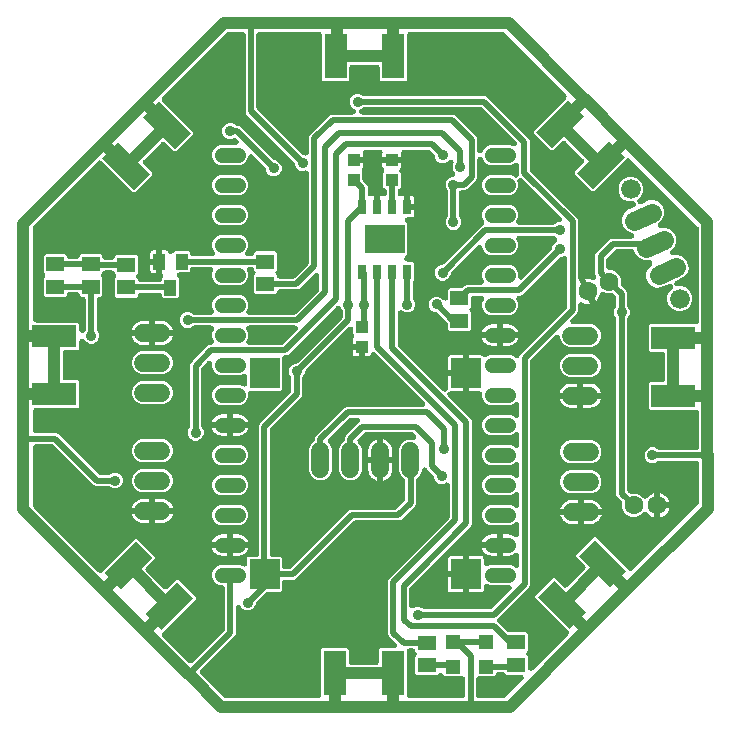
<source format=gbr>
G04 EAGLE Gerber RS-274X export*
G75*
%MOMM*%
%FSLAX34Y34*%
%LPD*%
%INTop Copper*%
%IPPOS*%
%AMOC8*
5,1,8,0,0,1.08239X$1,22.5*%
G01*
%ADD10C,1.524000*%
%ADD11R,1.930400X3.810000*%
%ADD12R,3.810000X1.930400*%
%ADD13C,1.308000*%
%ADD14R,2.540000X2.540000*%
%ADD15C,1.600000*%
%ADD16R,1.500000X1.300000*%
%ADD17R,0.700000X1.300000*%
%ADD18R,3.400000X2.400000*%
%ADD19R,1.100000X1.000000*%
%ADD20R,1.000000X1.100000*%
%ADD21R,1.200000X1.200000*%
%ADD22C,1.650000*%
%ADD23C,1.676400*%
%ADD24R,1.000000X1.400000*%
%ADD25C,0.914400*%
%ADD26C,0.508000*%
%ADD27C,0.812800*%
%ADD28C,1.016000*%

G36*
X261945Y36615D02*
X261945Y36615D01*
X262032Y36611D01*
X262167Y36628D01*
X262304Y36637D01*
X262389Y36657D01*
X262475Y36668D01*
X262605Y36710D01*
X262738Y36742D01*
X262817Y36778D01*
X262900Y36804D01*
X263021Y36868D01*
X263146Y36924D01*
X263218Y36972D01*
X263295Y37013D01*
X263403Y37098D01*
X263516Y37175D01*
X263617Y37267D01*
X263646Y37289D01*
X263662Y37307D01*
X263699Y37341D01*
X293504Y67145D01*
X293536Y67184D01*
X293573Y67217D01*
X293679Y67355D01*
X293790Y67488D01*
X293815Y67532D01*
X293846Y67571D01*
X293925Y67726D01*
X294011Y67877D01*
X294028Y67924D01*
X294051Y67968D01*
X294102Y68134D01*
X294159Y68298D01*
X294167Y68348D01*
X294182Y68395D01*
X294202Y68567D01*
X294230Y68739D01*
X294229Y68789D01*
X294235Y68839D01*
X294224Y69012D01*
X294221Y69186D01*
X294211Y69235D01*
X294208Y69285D01*
X294167Y69454D01*
X294133Y69624D01*
X294114Y69670D01*
X294102Y69719D01*
X294032Y69877D01*
X293968Y70039D01*
X293941Y70081D01*
X293921Y70127D01*
X293823Y70271D01*
X293732Y70418D01*
X293698Y70455D01*
X293670Y70497D01*
X293504Y70680D01*
X265778Y98405D01*
X265778Y100089D01*
X280619Y114930D01*
X282303Y114930D01*
X289572Y107661D01*
X289611Y107629D01*
X289644Y107592D01*
X289782Y107486D01*
X289915Y107375D01*
X289958Y107350D01*
X289998Y107319D01*
X290153Y107240D01*
X290303Y107154D01*
X290351Y107137D01*
X290395Y107114D01*
X290561Y107064D01*
X290725Y107006D01*
X290774Y106998D01*
X290822Y106983D01*
X290994Y106963D01*
X291166Y106935D01*
X291216Y106936D01*
X291266Y106930D01*
X291439Y106941D01*
X291613Y106944D01*
X291661Y106954D01*
X291712Y106957D01*
X291880Y106998D01*
X292050Y107032D01*
X292097Y107051D01*
X292146Y107063D01*
X292304Y107133D01*
X292466Y107197D01*
X292508Y107224D01*
X292554Y107244D01*
X292698Y107342D01*
X292845Y107433D01*
X292882Y107467D01*
X292923Y107495D01*
X293107Y107661D01*
X307711Y122266D01*
X307744Y122304D01*
X307781Y122338D01*
X307887Y122475D01*
X307998Y122609D01*
X308022Y122652D01*
X308053Y122692D01*
X308133Y122846D01*
X308219Y122997D01*
X308235Y123044D01*
X308258Y123089D01*
X308309Y123254D01*
X308367Y123418D01*
X308375Y123468D01*
X308389Y123516D01*
X308410Y123688D01*
X308437Y123859D01*
X308436Y123909D01*
X308442Y123959D01*
X308432Y124133D01*
X308428Y124306D01*
X308419Y124355D01*
X308416Y124405D01*
X308374Y124574D01*
X308340Y124744D01*
X308322Y124790D01*
X308310Y124839D01*
X308239Y124997D01*
X308175Y125159D01*
X308149Y125202D01*
X308129Y125247D01*
X308031Y125391D01*
X307939Y125538D01*
X307906Y125575D01*
X307878Y125617D01*
X307711Y125800D01*
X300442Y133069D01*
X300442Y134753D01*
X315283Y149594D01*
X316967Y149594D01*
X344692Y121868D01*
X344731Y121836D01*
X344764Y121799D01*
X344902Y121693D01*
X345035Y121582D01*
X345079Y121557D01*
X345118Y121527D01*
X345273Y121447D01*
X345424Y121361D01*
X345471Y121345D01*
X345515Y121322D01*
X345681Y121271D01*
X345845Y121213D01*
X345895Y121205D01*
X345942Y121191D01*
X346114Y121170D01*
X346286Y121143D01*
X346336Y121144D01*
X346386Y121138D01*
X346559Y121148D01*
X346733Y121151D01*
X346782Y121161D01*
X346832Y121164D01*
X347001Y121205D01*
X347171Y121240D01*
X347217Y121258D01*
X347266Y121270D01*
X347424Y121340D01*
X347586Y121405D01*
X347628Y121431D01*
X347674Y121451D01*
X347818Y121549D01*
X347965Y121641D01*
X348002Y121674D01*
X348044Y121702D01*
X348227Y121868D01*
X403955Y177597D01*
X404075Y177740D01*
X404199Y177880D01*
X404218Y177911D01*
X404242Y177940D01*
X404334Y178102D01*
X404431Y178261D01*
X404444Y178296D01*
X404462Y178328D01*
X404524Y178504D01*
X404591Y178678D01*
X404598Y178714D01*
X404611Y178749D01*
X404640Y178934D01*
X404675Y179117D01*
X404678Y179167D01*
X404681Y179190D01*
X404680Y179227D01*
X404687Y179364D01*
X404687Y211928D01*
X404683Y211978D01*
X404685Y212028D01*
X404663Y212200D01*
X404647Y212373D01*
X404634Y212421D01*
X404628Y212471D01*
X404575Y212636D01*
X404529Y212804D01*
X404507Y212849D01*
X404492Y212896D01*
X404411Y213050D01*
X404336Y213206D01*
X404306Y213247D01*
X404283Y213291D01*
X404176Y213428D01*
X404074Y213568D01*
X404038Y213603D01*
X404007Y213642D01*
X403877Y213758D01*
X403752Y213878D01*
X403710Y213905D01*
X403672Y213939D01*
X403524Y214029D01*
X403380Y214125D01*
X403334Y214145D01*
X403291Y214171D01*
X403129Y214233D01*
X402969Y214302D01*
X402921Y214313D01*
X402874Y214331D01*
X402703Y214364D01*
X402534Y214403D01*
X402484Y214406D01*
X402435Y214415D01*
X402188Y214427D01*
X370803Y214427D01*
X370617Y214411D01*
X370431Y214399D01*
X370395Y214391D01*
X370358Y214387D01*
X370178Y214338D01*
X369997Y214294D01*
X369963Y214279D01*
X369927Y214269D01*
X369759Y214188D01*
X369589Y214112D01*
X369558Y214092D01*
X369525Y214076D01*
X369374Y213966D01*
X369219Y213861D01*
X369182Y213827D01*
X369163Y213814D01*
X369137Y213787D01*
X369036Y213695D01*
X368741Y213401D01*
X366314Y212395D01*
X363686Y212395D01*
X361259Y213401D01*
X359401Y215259D01*
X358395Y217686D01*
X358395Y220314D01*
X359401Y222741D01*
X361259Y224599D01*
X363686Y225605D01*
X366314Y225605D01*
X368741Y224599D01*
X369036Y224305D01*
X369179Y224185D01*
X369319Y224061D01*
X369350Y224042D01*
X369379Y224018D01*
X369541Y223926D01*
X369700Y223829D01*
X369735Y223816D01*
X369767Y223798D01*
X369943Y223736D01*
X370117Y223669D01*
X370153Y223662D01*
X370188Y223649D01*
X370373Y223620D01*
X370556Y223585D01*
X370606Y223582D01*
X370629Y223579D01*
X370666Y223580D01*
X370803Y223573D01*
X401988Y223573D01*
X402038Y223577D01*
X402088Y223575D01*
X402260Y223597D01*
X402433Y223613D01*
X402481Y223626D01*
X402531Y223632D01*
X402696Y223685D01*
X402864Y223731D01*
X402909Y223753D01*
X402956Y223768D01*
X403110Y223849D01*
X403266Y223924D01*
X403307Y223954D01*
X403351Y223977D01*
X403488Y224084D01*
X403628Y224186D01*
X403663Y224222D01*
X403702Y224253D01*
X403818Y224383D01*
X403938Y224508D01*
X403965Y224550D01*
X403999Y224588D01*
X404089Y224736D01*
X404185Y224880D01*
X404205Y224926D01*
X404231Y224969D01*
X404293Y225131D01*
X404362Y225291D01*
X404373Y225339D01*
X404391Y225386D01*
X404424Y225557D01*
X404463Y225726D01*
X404466Y225776D01*
X404475Y225825D01*
X404487Y226072D01*
X404487Y255254D01*
X404483Y255304D01*
X404485Y255354D01*
X404463Y255526D01*
X404447Y255699D01*
X404434Y255748D01*
X404428Y255797D01*
X404375Y255962D01*
X404329Y256130D01*
X404307Y256175D01*
X404292Y256223D01*
X404211Y256376D01*
X404136Y256533D01*
X404106Y256573D01*
X404083Y256617D01*
X403976Y256754D01*
X403874Y256895D01*
X403838Y256929D01*
X403807Y256969D01*
X403677Y257084D01*
X403552Y257204D01*
X403510Y257232D01*
X403472Y257265D01*
X403324Y257355D01*
X403180Y257451D01*
X403134Y257471D01*
X403091Y257497D01*
X402929Y257560D01*
X402769Y257628D01*
X402721Y257640D01*
X402674Y257658D01*
X402503Y257690D01*
X402334Y257730D01*
X402284Y257732D01*
X402235Y257741D01*
X401988Y257754D01*
X362992Y257754D01*
X361801Y258944D01*
X361801Y279932D01*
X362992Y281123D01*
X373272Y281123D01*
X373322Y281128D01*
X373372Y281125D01*
X373544Y281147D01*
X373717Y281163D01*
X373765Y281176D01*
X373815Y281183D01*
X373980Y281235D01*
X374148Y281282D01*
X374193Y281303D01*
X374241Y281318D01*
X374394Y281400D01*
X374550Y281475D01*
X374591Y281504D01*
X374635Y281528D01*
X374772Y281635D01*
X374912Y281737D01*
X374947Y281773D01*
X374986Y281804D01*
X375102Y281934D01*
X375222Y282059D01*
X375250Y282100D01*
X375283Y282138D01*
X375373Y282286D01*
X375469Y282431D01*
X375489Y282477D01*
X375515Y282520D01*
X375577Y282681D01*
X375646Y282841D01*
X375657Y282890D01*
X375675Y282936D01*
X375708Y283107D01*
X375747Y283276D01*
X375750Y283326D01*
X375759Y283375D01*
X375771Y283622D01*
X375771Y304276D01*
X375767Y304326D01*
X375769Y304376D01*
X375747Y304548D01*
X375731Y304721D01*
X375718Y304770D01*
X375712Y304819D01*
X375659Y304984D01*
X375613Y305152D01*
X375591Y305197D01*
X375576Y305245D01*
X375495Y305398D01*
X375420Y305555D01*
X375390Y305595D01*
X375367Y305639D01*
X375260Y305776D01*
X375158Y305917D01*
X375122Y305951D01*
X375091Y305991D01*
X374961Y306106D01*
X374836Y306226D01*
X374794Y306254D01*
X374757Y306287D01*
X374608Y306377D01*
X374464Y306473D01*
X374418Y306493D01*
X374375Y306519D01*
X374213Y306582D01*
X374054Y306650D01*
X374005Y306662D01*
X373958Y306680D01*
X373787Y306712D01*
X373618Y306752D01*
X373569Y306754D01*
X373519Y306763D01*
X373272Y306776D01*
X362992Y306776D01*
X361801Y307966D01*
X361801Y328954D01*
X362992Y330145D01*
X401988Y330145D01*
X402038Y330150D01*
X402088Y330147D01*
X402260Y330169D01*
X402433Y330185D01*
X402481Y330198D01*
X402531Y330205D01*
X402696Y330257D01*
X402864Y330304D01*
X402909Y330325D01*
X402956Y330340D01*
X403110Y330422D01*
X403266Y330497D01*
X403307Y330526D01*
X403351Y330550D01*
X403488Y330657D01*
X403628Y330759D01*
X403663Y330795D01*
X403702Y330826D01*
X403818Y330956D01*
X403938Y331081D01*
X403965Y331122D01*
X403999Y331160D01*
X404089Y331308D01*
X404185Y331453D01*
X404205Y331499D01*
X404231Y331542D01*
X404293Y331703D01*
X404362Y331863D01*
X404373Y331912D01*
X404391Y331958D01*
X404424Y332129D01*
X404463Y332298D01*
X404466Y332348D01*
X404475Y332397D01*
X404487Y332644D01*
X404487Y410582D01*
X404471Y410768D01*
X404459Y410954D01*
X404451Y410990D01*
X404447Y411027D01*
X404398Y411207D01*
X404354Y411388D01*
X404339Y411422D01*
X404329Y411458D01*
X404248Y411626D01*
X404172Y411796D01*
X404152Y411827D01*
X404136Y411860D01*
X404026Y412011D01*
X403921Y412166D01*
X403887Y412203D01*
X403874Y412222D01*
X403847Y412248D01*
X403755Y412349D01*
X346348Y469756D01*
X346310Y469788D01*
X346276Y469825D01*
X346139Y469931D01*
X346005Y470043D01*
X345962Y470067D01*
X345922Y470098D01*
X345768Y470178D01*
X345617Y470263D01*
X345570Y470280D01*
X345525Y470303D01*
X345360Y470354D01*
X345196Y470412D01*
X345146Y470419D01*
X345098Y470434D01*
X344926Y470455D01*
X344755Y470482D01*
X344704Y470481D01*
X344655Y470487D01*
X344481Y470477D01*
X344308Y470473D01*
X344259Y470463D01*
X344209Y470460D01*
X344040Y470419D01*
X343870Y470385D01*
X343823Y470367D01*
X343775Y470355D01*
X343616Y470284D01*
X343455Y470220D01*
X343412Y470194D01*
X343367Y470173D01*
X343223Y470076D01*
X343076Y469984D01*
X343039Y469951D01*
X342997Y469922D01*
X342814Y469756D01*
X315770Y442712D01*
X314086Y442712D01*
X299245Y457553D01*
X299245Y459237D01*
X306514Y466506D01*
X306546Y466545D01*
X306583Y466578D01*
X306690Y466716D01*
X306801Y466849D01*
X306825Y466892D01*
X306856Y466932D01*
X306936Y467087D01*
X307021Y467237D01*
X307038Y467285D01*
X307061Y467329D01*
X307112Y467495D01*
X307170Y467659D01*
X307177Y467708D01*
X307192Y467756D01*
X307213Y467928D01*
X307240Y468100D01*
X307239Y468150D01*
X307245Y468200D01*
X307235Y468373D01*
X307231Y468546D01*
X307221Y468595D01*
X307218Y468645D01*
X307177Y468814D01*
X307143Y468984D01*
X307125Y469031D01*
X307113Y469079D01*
X307042Y469238D01*
X306978Y469400D01*
X306952Y469442D01*
X306931Y469488D01*
X306834Y469632D01*
X306742Y469779D01*
X306709Y469816D01*
X306680Y469857D01*
X306514Y470041D01*
X291910Y484645D01*
X291871Y484677D01*
X291838Y484715D01*
X291700Y484821D01*
X291567Y484932D01*
X291523Y484956D01*
X291484Y484987D01*
X291329Y485067D01*
X291178Y485152D01*
X291131Y485169D01*
X291087Y485192D01*
X290921Y485243D01*
X290757Y485301D01*
X290707Y485309D01*
X290660Y485323D01*
X290488Y485344D01*
X290316Y485371D01*
X290266Y485370D01*
X290216Y485376D01*
X290043Y485366D01*
X289869Y485362D01*
X289820Y485353D01*
X289770Y485350D01*
X289601Y485308D01*
X289431Y485274D01*
X289385Y485256D01*
X289336Y485244D01*
X289178Y485173D01*
X289016Y485109D01*
X288974Y485083D01*
X288928Y485063D01*
X288784Y484965D01*
X288637Y484873D01*
X288600Y484840D01*
X288559Y484811D01*
X288375Y484645D01*
X281106Y477376D01*
X279422Y477376D01*
X264581Y492217D01*
X264581Y493901D01*
X291625Y520945D01*
X291657Y520983D01*
X291694Y521017D01*
X291800Y521154D01*
X291912Y521288D01*
X291936Y521331D01*
X291967Y521371D01*
X292047Y521525D01*
X292132Y521676D01*
X292149Y521723D01*
X292172Y521768D01*
X292223Y521933D01*
X292280Y522097D01*
X292288Y522147D01*
X292303Y522195D01*
X292324Y522367D01*
X292351Y522538D01*
X292350Y522589D01*
X292356Y522638D01*
X292346Y522812D01*
X292342Y522985D01*
X292332Y523034D01*
X292329Y523084D01*
X292288Y523253D01*
X292254Y523423D01*
X292235Y523470D01*
X292224Y523518D01*
X292153Y523677D01*
X292089Y523838D01*
X292063Y523881D01*
X292042Y523926D01*
X291944Y524070D01*
X291853Y524217D01*
X291820Y524254D01*
X291791Y524296D01*
X291625Y524479D01*
X239349Y576755D01*
X239206Y576875D01*
X239066Y576999D01*
X239035Y577018D01*
X239006Y577042D01*
X238844Y577134D01*
X238685Y577231D01*
X238650Y577244D01*
X238618Y577262D01*
X238442Y577324D01*
X238268Y577391D01*
X238232Y577398D01*
X238197Y577411D01*
X238012Y577440D01*
X237829Y577475D01*
X237779Y577478D01*
X237756Y577481D01*
X237719Y577480D01*
X237582Y577487D01*
X159971Y577487D01*
X159921Y577483D01*
X159871Y577485D01*
X159699Y577463D01*
X159526Y577447D01*
X159478Y577434D01*
X159428Y577428D01*
X159263Y577375D01*
X159096Y577329D01*
X159050Y577307D01*
X159003Y577292D01*
X158850Y577211D01*
X158693Y577136D01*
X158652Y577106D01*
X158608Y577083D01*
X158472Y576976D01*
X158331Y576874D01*
X158296Y576838D01*
X158257Y576807D01*
X158142Y576677D01*
X158021Y576552D01*
X157994Y576510D01*
X157961Y576472D01*
X157870Y576324D01*
X157774Y576180D01*
X157754Y576134D01*
X157728Y576091D01*
X157666Y575929D01*
X157597Y575769D01*
X157586Y575721D01*
X157568Y575674D01*
X157535Y575503D01*
X157496Y575334D01*
X157494Y575284D01*
X157484Y575235D01*
X157472Y574988D01*
X157472Y536844D01*
X156281Y535653D01*
X135293Y535653D01*
X134102Y536844D01*
X134102Y547124D01*
X134098Y547174D01*
X134100Y547224D01*
X134078Y547396D01*
X134063Y547569D01*
X134049Y547617D01*
X134043Y547667D01*
X133990Y547832D01*
X133944Y548000D01*
X133922Y548045D01*
X133907Y548092D01*
X133826Y548246D01*
X133751Y548402D01*
X133721Y548443D01*
X133698Y548487D01*
X133591Y548624D01*
X133489Y548764D01*
X133453Y548799D01*
X133422Y548838D01*
X133292Y548954D01*
X133167Y549074D01*
X133125Y549101D01*
X133088Y549135D01*
X132939Y549225D01*
X132795Y549321D01*
X132749Y549341D01*
X132706Y549367D01*
X132544Y549429D01*
X132385Y549498D01*
X132336Y549509D01*
X132289Y549527D01*
X132118Y549560D01*
X131950Y549599D01*
X131900Y549602D01*
X131850Y549611D01*
X131603Y549623D01*
X110949Y549623D01*
X110899Y549619D01*
X110849Y549621D01*
X110677Y549599D01*
X110504Y549583D01*
X110456Y549570D01*
X110406Y549564D01*
X110241Y549511D01*
X110074Y549465D01*
X110028Y549443D01*
X109981Y549428D01*
X109828Y549347D01*
X109671Y549272D01*
X109630Y549242D01*
X109586Y549219D01*
X109450Y549112D01*
X109309Y549010D01*
X109274Y548974D01*
X109235Y548943D01*
X109120Y548813D01*
X108999Y548688D01*
X108972Y548646D01*
X108939Y548609D01*
X108848Y548460D01*
X108752Y548316D01*
X108732Y548270D01*
X108706Y548227D01*
X108644Y548065D01*
X108575Y547905D01*
X108564Y547857D01*
X108546Y547810D01*
X108513Y547639D01*
X108474Y547470D01*
X108472Y547421D01*
X108462Y547371D01*
X108450Y547124D01*
X108450Y536844D01*
X107259Y535653D01*
X86271Y535653D01*
X85080Y536844D01*
X85080Y574988D01*
X85076Y575038D01*
X85078Y575088D01*
X85056Y575260D01*
X85041Y575433D01*
X85027Y575481D01*
X85021Y575531D01*
X84968Y575696D01*
X84922Y575864D01*
X84900Y575909D01*
X84885Y575956D01*
X84804Y576110D01*
X84729Y576266D01*
X84699Y576307D01*
X84676Y576351D01*
X84569Y576488D01*
X84467Y576628D01*
X84431Y576663D01*
X84400Y576702D01*
X84270Y576818D01*
X84145Y576938D01*
X84103Y576965D01*
X84066Y576999D01*
X83917Y577089D01*
X83773Y577185D01*
X83727Y577205D01*
X83684Y577231D01*
X83522Y577293D01*
X83363Y577362D01*
X83314Y577373D01*
X83267Y577391D01*
X83096Y577424D01*
X82928Y577463D01*
X82878Y577466D01*
X82828Y577475D01*
X82581Y577487D01*
X32272Y577487D01*
X32222Y577483D01*
X32172Y577485D01*
X32000Y577463D01*
X31827Y577447D01*
X31779Y577434D01*
X31729Y577428D01*
X31564Y577375D01*
X31396Y577329D01*
X31351Y577307D01*
X31304Y577292D01*
X31150Y577211D01*
X30994Y577136D01*
X30953Y577106D01*
X30909Y577083D01*
X30772Y576976D01*
X30632Y576874D01*
X30597Y576838D01*
X30558Y576807D01*
X30442Y576677D01*
X30322Y576552D01*
X30295Y576510D01*
X30261Y576472D01*
X30171Y576324D01*
X30075Y576180D01*
X30055Y576134D01*
X30029Y576091D01*
X29967Y575929D01*
X29898Y575769D01*
X29887Y575721D01*
X29869Y575674D01*
X29836Y575503D01*
X29797Y575334D01*
X29794Y575284D01*
X29785Y575235D01*
X29773Y574988D01*
X29773Y513229D01*
X29789Y513043D01*
X29801Y512857D01*
X29809Y512821D01*
X29813Y512784D01*
X29862Y512604D01*
X29906Y512423D01*
X29921Y512390D01*
X29931Y512354D01*
X30012Y512185D01*
X30088Y512015D01*
X30108Y511984D01*
X30124Y511951D01*
X30234Y511800D01*
X30339Y511646D01*
X30373Y511608D01*
X30386Y511589D01*
X30413Y511564D01*
X30505Y511462D01*
X68130Y473837D01*
X68273Y473717D01*
X68413Y473593D01*
X68445Y473574D01*
X68473Y473550D01*
X68635Y473458D01*
X68794Y473361D01*
X68829Y473348D01*
X68861Y473330D01*
X69037Y473268D01*
X69211Y473201D01*
X69248Y473194D01*
X69283Y473181D01*
X69467Y473152D01*
X69650Y473117D01*
X69700Y473114D01*
X69724Y473111D01*
X69761Y473112D01*
X69897Y473105D01*
X70314Y473105D01*
X70619Y472978D01*
X70708Y472951D01*
X70794Y472914D01*
X70920Y472884D01*
X71045Y472845D01*
X71138Y472833D01*
X71229Y472812D01*
X71359Y472806D01*
X71488Y472790D01*
X71582Y472795D01*
X71675Y472790D01*
X71804Y472807D01*
X71934Y472814D01*
X72025Y472836D01*
X72118Y472848D01*
X72242Y472887D01*
X72369Y472918D01*
X72454Y472955D01*
X72543Y472983D01*
X72658Y473044D01*
X72778Y473097D01*
X72856Y473149D01*
X72938Y473193D01*
X73041Y473273D01*
X73149Y473346D01*
X73216Y473411D01*
X73289Y473469D01*
X73376Y473566D01*
X73469Y473657D01*
X73524Y473733D01*
X73586Y473803D01*
X73653Y473914D01*
X73729Y474020D01*
X73769Y474105D01*
X73818Y474185D01*
X73864Y474306D01*
X73920Y474424D01*
X73945Y474514D01*
X73978Y474601D01*
X74003Y474730D01*
X74037Y474855D01*
X74044Y474948D01*
X74062Y475040D01*
X74074Y475287D01*
X74074Y488218D01*
X74770Y489898D01*
X91694Y506822D01*
X93374Y507518D01*
X111607Y507518D01*
X111786Y507534D01*
X111966Y507544D01*
X112009Y507554D01*
X112052Y507558D01*
X112226Y507605D01*
X112401Y507647D01*
X112441Y507665D01*
X112483Y507676D01*
X112645Y507754D01*
X112810Y507826D01*
X112846Y507851D01*
X112886Y507869D01*
X113032Y507975D01*
X113181Y508075D01*
X113212Y508106D01*
X113247Y508131D01*
X113372Y508261D01*
X113501Y508387D01*
X113527Y508422D01*
X113557Y508453D01*
X113657Y508603D01*
X113761Y508750D01*
X113780Y508789D01*
X113804Y508825D01*
X113875Y508991D01*
X113953Y509154D01*
X113964Y509196D01*
X113981Y509236D01*
X114022Y509410D01*
X114069Y509585D01*
X114072Y509628D01*
X114082Y509671D01*
X114091Y509850D01*
X114106Y510030D01*
X114102Y510073D01*
X114104Y510117D01*
X114081Y510295D01*
X114064Y510475D01*
X114052Y510517D01*
X114047Y510560D01*
X113992Y510731D01*
X113943Y510905D01*
X113924Y510944D01*
X113911Y510985D01*
X113827Y511144D01*
X113748Y511306D01*
X113722Y511342D01*
X113702Y511380D01*
X113591Y511521D01*
X113484Y511667D01*
X113453Y511697D01*
X113426Y511731D01*
X113291Y511851D01*
X113161Y511975D01*
X113124Y511999D01*
X113092Y512028D01*
X112938Y512121D01*
X112787Y512220D01*
X112733Y512246D01*
X112710Y512260D01*
X112675Y512273D01*
X112564Y512326D01*
X111659Y512701D01*
X109801Y514559D01*
X108795Y516986D01*
X108795Y519614D01*
X109801Y522041D01*
X111659Y523899D01*
X114086Y524905D01*
X116714Y524905D01*
X119141Y523899D01*
X119436Y523605D01*
X119579Y523485D01*
X119719Y523361D01*
X119750Y523342D01*
X119779Y523318D01*
X119941Y523226D01*
X120100Y523129D01*
X120135Y523116D01*
X120167Y523098D01*
X120343Y523036D01*
X120517Y522969D01*
X120553Y522962D01*
X120588Y522949D01*
X120773Y522920D01*
X120956Y522885D01*
X121006Y522882D01*
X121029Y522879D01*
X121066Y522880D01*
X121203Y522873D01*
X223460Y522873D01*
X225140Y522177D01*
X260417Y486900D01*
X261113Y485220D01*
X261113Y460889D01*
X261129Y460703D01*
X261141Y460517D01*
X261149Y460481D01*
X261153Y460444D01*
X261202Y460264D01*
X261246Y460083D01*
X261261Y460050D01*
X261271Y460014D01*
X261352Y459845D01*
X261428Y459675D01*
X261448Y459644D01*
X261464Y459611D01*
X261574Y459460D01*
X261679Y459306D01*
X261713Y459268D01*
X261726Y459249D01*
X261753Y459224D01*
X261845Y459122D01*
X301377Y419590D01*
X302073Y417910D01*
X302073Y369386D01*
X302090Y369195D01*
X302102Y369004D01*
X302110Y368973D01*
X302113Y368941D01*
X302164Y368756D01*
X302209Y368571D01*
X302223Y368541D01*
X302231Y368510D01*
X302314Y368338D01*
X302392Y368163D01*
X302410Y368137D01*
X302424Y368108D01*
X302537Y367952D01*
X302645Y367795D01*
X302667Y367772D01*
X302686Y367746D01*
X302824Y367613D01*
X302959Y367477D01*
X302985Y367459D01*
X303008Y367436D01*
X303130Y367355D01*
X308058Y356640D01*
X308059Y356640D01*
X312340Y347331D01*
X311159Y347144D01*
X309500Y347144D01*
X307861Y347403D01*
X306283Y347916D01*
X305707Y348209D01*
X305529Y348281D01*
X305353Y348357D01*
X305322Y348364D01*
X305292Y348376D01*
X305104Y348415D01*
X304918Y348458D01*
X304886Y348459D01*
X304855Y348466D01*
X304663Y348470D01*
X304472Y348480D01*
X304440Y348476D01*
X304408Y348476D01*
X304219Y348447D01*
X304029Y348422D01*
X303999Y348412D01*
X303967Y348407D01*
X303786Y348345D01*
X303604Y348287D01*
X303575Y348272D01*
X303545Y348261D01*
X303378Y348167D01*
X303209Y348077D01*
X303184Y348058D01*
X303156Y348042D01*
X303008Y347919D01*
X302858Y347801D01*
X302836Y347777D01*
X302812Y347757D01*
X302688Y347610D01*
X302561Y347467D01*
X302545Y347440D01*
X302524Y347415D01*
X302429Y347249D01*
X302329Y347085D01*
X302318Y347055D01*
X302302Y347027D01*
X302238Y346848D01*
X302169Y346669D01*
X302163Y346637D01*
X302152Y346607D01*
X302121Y346418D01*
X302085Y346230D01*
X302083Y346186D01*
X302079Y346166D01*
X302080Y346130D01*
X302073Y345983D01*
X302073Y341090D01*
X301377Y339410D01*
X299739Y337772D01*
X296252Y334285D01*
X296164Y334180D01*
X296069Y334081D01*
X296021Y334009D01*
X295965Y333942D01*
X295898Y333823D01*
X295822Y333709D01*
X295787Y333629D01*
X295745Y333554D01*
X295699Y333424D01*
X295645Y333299D01*
X295625Y333215D01*
X295596Y333132D01*
X295575Y332997D01*
X295544Y332864D01*
X295539Y332777D01*
X295526Y332691D01*
X295528Y332554D01*
X295522Y332418D01*
X295533Y332332D01*
X295535Y332245D01*
X295562Y332111D01*
X295579Y331975D01*
X295606Y331892D01*
X295623Y331807D01*
X295673Y331680D01*
X295715Y331549D01*
X295756Y331472D01*
X295788Y331392D01*
X295860Y331275D01*
X295924Y331155D01*
X295978Y331086D01*
X296024Y331012D01*
X296116Y330911D01*
X296200Y330803D01*
X296265Y330746D01*
X296324Y330681D01*
X296432Y330598D01*
X296534Y330507D01*
X296609Y330462D01*
X296678Y330409D01*
X296799Y330346D01*
X296916Y330275D01*
X296997Y330244D01*
X297074Y330204D01*
X297205Y330164D01*
X297333Y330114D01*
X297419Y330098D01*
X297501Y330073D01*
X297637Y330056D01*
X297772Y330031D01*
X297908Y330024D01*
X297945Y330019D01*
X297968Y330021D01*
X298019Y330018D01*
X313578Y330018D01*
X317125Y328549D01*
X319841Y325833D01*
X321310Y322286D01*
X321310Y318446D01*
X319841Y314898D01*
X317125Y312182D01*
X313578Y310713D01*
X294498Y310713D01*
X290950Y312182D01*
X288234Y314898D01*
X286765Y318446D01*
X286765Y318764D01*
X286753Y318901D01*
X286750Y319037D01*
X286733Y319122D01*
X286725Y319209D01*
X286689Y319341D01*
X286662Y319475D01*
X286630Y319556D01*
X286606Y319640D01*
X286547Y319763D01*
X286497Y319890D01*
X286451Y319964D01*
X286413Y320043D01*
X286333Y320154D01*
X286261Y320270D01*
X286202Y320334D01*
X286151Y320405D01*
X286053Y320499D01*
X285961Y320601D01*
X285892Y320654D01*
X285829Y320714D01*
X285715Y320790D01*
X285607Y320873D01*
X285530Y320913D01*
X285457Y320961D01*
X285332Y321016D01*
X285210Y321078D01*
X285127Y321104D01*
X285047Y321138D01*
X284914Y321169D01*
X284783Y321209D01*
X284697Y321220D01*
X284612Y321239D01*
X284475Y321246D01*
X284339Y321263D01*
X284253Y321257D01*
X284166Y321262D01*
X284030Y321244D01*
X283894Y321236D01*
X283809Y321215D01*
X283723Y321204D01*
X283592Y321162D01*
X283460Y321130D01*
X283380Y321095D01*
X283297Y321068D01*
X283176Y321004D01*
X283051Y320949D01*
X282979Y320900D01*
X282903Y320859D01*
X282795Y320775D01*
X282682Y320698D01*
X282580Y320606D01*
X282551Y320583D01*
X282536Y320566D01*
X282498Y320532D01*
X262283Y300316D01*
X262163Y300173D01*
X262040Y300033D01*
X262020Y300002D01*
X261997Y299973D01*
X261904Y299811D01*
X261807Y299652D01*
X261794Y299617D01*
X261776Y299585D01*
X261714Y299409D01*
X261647Y299235D01*
X261640Y299199D01*
X261628Y299164D01*
X261598Y298979D01*
X261563Y298796D01*
X261561Y298746D01*
X261557Y298723D01*
X261558Y298686D01*
X261551Y298549D01*
X261551Y109265D01*
X260855Y107584D01*
X234270Y80999D01*
X234238Y80961D01*
X234201Y80927D01*
X234095Y80790D01*
X233984Y80657D01*
X233959Y80613D01*
X233929Y80573D01*
X233849Y80419D01*
X233763Y80268D01*
X233746Y80221D01*
X233724Y80177D01*
X233673Y80011D01*
X233615Y79847D01*
X233607Y79797D01*
X233592Y79750D01*
X233572Y79578D01*
X233544Y79406D01*
X233545Y79356D01*
X233539Y79306D01*
X233550Y79133D01*
X233553Y78959D01*
X233563Y78910D01*
X233566Y78860D01*
X233607Y78691D01*
X233641Y78521D01*
X233660Y78475D01*
X233672Y78426D01*
X233742Y78268D01*
X233806Y78106D01*
X233833Y78064D01*
X233853Y78018D01*
X233951Y77874D01*
X234042Y77727D01*
X234076Y77690D01*
X234104Y77648D01*
X234270Y77465D01*
X235338Y76397D01*
X235339Y76396D01*
X241770Y69965D01*
X241914Y69845D01*
X242053Y69721D01*
X242085Y69702D01*
X242113Y69678D01*
X242275Y69586D01*
X242435Y69489D01*
X242469Y69476D01*
X242502Y69458D01*
X242678Y69396D01*
X242852Y69329D01*
X242888Y69322D01*
X242923Y69309D01*
X243107Y69280D01*
X243290Y69245D01*
X243341Y69242D01*
X243364Y69239D01*
X243401Y69240D01*
X243538Y69233D01*
X258242Y69233D01*
X259433Y68042D01*
X259433Y53358D01*
X259042Y52967D01*
X259010Y52929D01*
X258973Y52895D01*
X258867Y52758D01*
X258756Y52624D01*
X258731Y52581D01*
X258700Y52541D01*
X258621Y52387D01*
X258535Y52236D01*
X258518Y52189D01*
X258495Y52144D01*
X258444Y51979D01*
X258387Y51815D01*
X258379Y51765D01*
X258364Y51717D01*
X258343Y51545D01*
X258316Y51374D01*
X258317Y51324D01*
X258311Y51274D01*
X258321Y51100D01*
X258325Y50927D01*
X258335Y50878D01*
X258338Y50828D01*
X258379Y50660D01*
X258413Y50489D01*
X258432Y50442D01*
X258443Y50394D01*
X258514Y50235D01*
X258578Y50074D01*
X258604Y50032D01*
X258625Y49986D01*
X258722Y49842D01*
X258814Y49695D01*
X258848Y49658D01*
X258876Y49616D01*
X259042Y49433D01*
X259433Y49042D01*
X259433Y39108D01*
X259445Y38972D01*
X259448Y38835D01*
X259465Y38750D01*
X259473Y38663D01*
X259509Y38531D01*
X259536Y38397D01*
X259568Y38316D01*
X259591Y38232D01*
X259650Y38109D01*
X259701Y37982D01*
X259747Y37908D01*
X259784Y37830D01*
X259865Y37719D01*
X259937Y37603D01*
X259995Y37538D01*
X260046Y37468D01*
X260145Y37373D01*
X260237Y37272D01*
X260306Y37218D01*
X260368Y37158D01*
X260482Y37083D01*
X260591Y36999D01*
X260668Y36959D01*
X260740Y36911D01*
X260866Y36857D01*
X260988Y36794D01*
X261071Y36769D01*
X261151Y36734D01*
X261284Y36703D01*
X261415Y36663D01*
X261501Y36653D01*
X261586Y36633D01*
X261722Y36626D01*
X261858Y36610D01*
X261945Y36615D01*
G37*
G36*
X-25911Y42717D02*
X-25911Y42717D01*
X-25738Y42720D01*
X-25689Y42730D01*
X-25639Y42733D01*
X-25470Y42774D01*
X-25300Y42808D01*
X-25254Y42827D01*
X-25205Y42839D01*
X-25046Y42909D01*
X-24885Y42973D01*
X-24842Y43000D01*
X-24797Y43020D01*
X-24653Y43118D01*
X-24506Y43209D01*
X-24469Y43243D01*
X-24427Y43271D01*
X-24244Y43437D01*
X2201Y69882D01*
X2321Y70025D01*
X2444Y70164D01*
X2463Y70196D01*
X2487Y70224D01*
X2580Y70387D01*
X2676Y70546D01*
X2690Y70581D01*
X2708Y70613D01*
X2770Y70789D01*
X2837Y70963D01*
X2844Y70999D01*
X2856Y71034D01*
X2886Y71218D01*
X2921Y71402D01*
X2923Y71452D01*
X2927Y71475D01*
X2926Y71512D01*
X2933Y71649D01*
X2933Y106529D01*
X2928Y106579D01*
X2931Y106629D01*
X2908Y106801D01*
X2893Y106974D01*
X2880Y107023D01*
X2873Y107072D01*
X2821Y107237D01*
X2774Y107405D01*
X2753Y107450D01*
X2738Y107498D01*
X2656Y107651D01*
X2581Y107808D01*
X2552Y107848D01*
X2528Y107893D01*
X2421Y108029D01*
X2319Y108170D01*
X2283Y108204D01*
X2252Y108244D01*
X2122Y108359D01*
X1997Y108479D01*
X1956Y108507D01*
X1918Y108540D01*
X1770Y108630D01*
X1625Y108726D01*
X1579Y108746D01*
X1536Y108772D01*
X1374Y108835D01*
X1215Y108903D01*
X1166Y108915D01*
X1120Y108933D01*
X949Y108965D01*
X780Y109005D01*
X730Y109007D01*
X681Y109016D01*
X434Y109029D01*
X-740Y109029D01*
X-3890Y110334D01*
X-6302Y112745D01*
X-7607Y115896D01*
X-7607Y119307D01*
X-6302Y122457D01*
X-3890Y124869D01*
X-740Y126174D01*
X15751Y126174D01*
X18551Y125014D01*
X18641Y124986D01*
X18726Y124949D01*
X18853Y124920D01*
X18978Y124881D01*
X19071Y124869D01*
X19161Y124848D01*
X19291Y124842D01*
X19421Y124825D01*
X19514Y124830D01*
X19608Y124826D01*
X19737Y124843D01*
X19867Y124850D01*
X19958Y124871D01*
X20051Y124884D01*
X20175Y124923D01*
X20302Y124953D01*
X20387Y124991D01*
X20476Y125019D01*
X20592Y125080D01*
X20711Y125132D01*
X20788Y125184D01*
X20871Y125228D01*
X20973Y125309D01*
X21082Y125382D01*
X21149Y125447D01*
X21222Y125504D01*
X21309Y125602D01*
X21402Y125693D01*
X21456Y125769D01*
X21518Y125839D01*
X21586Y125950D01*
X21662Y126056D01*
X21702Y126140D01*
X21751Y126220D01*
X21797Y126342D01*
X21853Y126460D01*
X21878Y126550D01*
X21911Y126637D01*
X21936Y126765D01*
X21969Y126891D01*
X21977Y126984D01*
X21995Y127076D01*
X22007Y127323D01*
X22007Y132137D01*
X22039Y132229D01*
X22048Y132283D01*
X22064Y132336D01*
X22083Y132503D01*
X22110Y132670D01*
X22109Y132725D01*
X22115Y132779D01*
X22105Y132948D01*
X22104Y132994D01*
X22124Y132986D01*
X22209Y132970D01*
X22292Y132944D01*
X22428Y132928D01*
X22563Y132902D01*
X22699Y132896D01*
X22736Y132891D01*
X22759Y132893D01*
X22810Y132890D01*
X29504Y132890D01*
X29554Y132895D01*
X29604Y132892D01*
X29776Y132915D01*
X29949Y132930D01*
X29997Y132943D01*
X30047Y132950D01*
X30212Y133002D01*
X30380Y133049D01*
X30425Y133070D01*
X30472Y133085D01*
X30626Y133167D01*
X30782Y133242D01*
X30823Y133271D01*
X30867Y133295D01*
X31004Y133402D01*
X31144Y133504D01*
X31179Y133540D01*
X31218Y133571D01*
X31334Y133701D01*
X31454Y133826D01*
X31481Y133867D01*
X31515Y133905D01*
X31605Y134053D01*
X31701Y134198D01*
X31721Y134244D01*
X31747Y134287D01*
X31809Y134449D01*
X31878Y134608D01*
X31889Y134657D01*
X31907Y134703D01*
X31940Y134874D01*
X31979Y135043D01*
X31982Y135093D01*
X31991Y135142D01*
X32003Y135389D01*
X32003Y244115D01*
X32699Y245795D01*
X58576Y271672D01*
X58696Y271815D01*
X58820Y271955D01*
X58839Y271987D01*
X58863Y272015D01*
X58955Y272177D01*
X59052Y272336D01*
X59065Y272371D01*
X59083Y272403D01*
X59145Y272579D01*
X59212Y272753D01*
X59219Y272790D01*
X59232Y272825D01*
X59261Y273009D01*
X59296Y273192D01*
X59299Y273242D01*
X59302Y273266D01*
X59301Y273303D01*
X59308Y273439D01*
X59308Y284316D01*
X59292Y284502D01*
X59280Y284688D01*
X59272Y284724D01*
X59268Y284761D01*
X59219Y284941D01*
X59175Y285122D01*
X59160Y285156D01*
X59150Y285192D01*
X59069Y285360D01*
X58993Y285530D01*
X58973Y285561D01*
X58957Y285594D01*
X58847Y285745D01*
X58742Y285900D01*
X58708Y285937D01*
X58695Y285956D01*
X58668Y285982D01*
X58576Y286083D01*
X58401Y286259D01*
X57395Y288686D01*
X57395Y291314D01*
X58401Y293741D01*
X60259Y295599D01*
X62686Y296605D01*
X63103Y296605D01*
X63289Y296621D01*
X63475Y296633D01*
X63511Y296641D01*
X63548Y296645D01*
X63728Y296694D01*
X63909Y296738D01*
X63942Y296753D01*
X63978Y296763D01*
X64147Y296844D01*
X64317Y296920D01*
X64348Y296940D01*
X64381Y296956D01*
X64532Y297066D01*
X64686Y297171D01*
X64724Y297205D01*
X64743Y297218D01*
X64768Y297245D01*
X64870Y297337D01*
X102195Y334662D01*
X102315Y334805D01*
X102439Y334945D01*
X102458Y334977D01*
X102482Y335005D01*
X102574Y335167D01*
X102671Y335326D01*
X102684Y335361D01*
X102702Y335393D01*
X102764Y335569D01*
X102831Y335743D01*
X102838Y335780D01*
X102851Y335815D01*
X102880Y335999D01*
X102915Y336182D01*
X102918Y336232D01*
X102921Y336256D01*
X102920Y336293D01*
X102927Y336429D01*
X102927Y340697D01*
X102911Y340883D01*
X102899Y341069D01*
X102891Y341105D01*
X102887Y341142D01*
X102838Y341322D01*
X102794Y341503D01*
X102779Y341537D01*
X102769Y341573D01*
X102688Y341741D01*
X102612Y341911D01*
X102592Y341942D01*
X102576Y341975D01*
X102516Y342058D01*
X102505Y342078D01*
X102462Y342133D01*
X102361Y342281D01*
X102327Y342318D01*
X102314Y342337D01*
X102287Y342363D01*
X102241Y342414D01*
X102229Y342429D01*
X102220Y342437D01*
X102195Y342464D01*
X101901Y342759D01*
X101352Y344083D01*
X101309Y344165D01*
X101275Y344252D01*
X101206Y344363D01*
X101145Y344478D01*
X101088Y344552D01*
X101038Y344631D01*
X100951Y344728D01*
X100871Y344831D01*
X100801Y344893D01*
X100739Y344963D01*
X100635Y345042D01*
X100538Y345129D01*
X100459Y345178D01*
X100385Y345235D01*
X100269Y345295D01*
X100158Y345363D01*
X100071Y345397D01*
X99988Y345440D01*
X99863Y345478D01*
X99742Y345526D01*
X99650Y345544D01*
X99561Y345571D01*
X99432Y345587D01*
X99304Y345612D01*
X99210Y345613D01*
X99117Y345624D01*
X98987Y345617D01*
X98857Y345618D01*
X98765Y345603D01*
X98671Y345598D01*
X98545Y345567D01*
X98416Y345545D01*
X98328Y345514D01*
X98237Y345492D01*
X98118Y345439D01*
X97996Y345395D01*
X97915Y345349D01*
X97829Y345311D01*
X97721Y345237D01*
X97608Y345172D01*
X97537Y345112D01*
X97460Y345060D01*
X97276Y344893D01*
X58246Y305863D01*
X56608Y304225D01*
X54928Y303529D01*
X53972Y303529D01*
X53922Y303525D01*
X53872Y303527D01*
X53700Y303505D01*
X53527Y303489D01*
X53479Y303476D01*
X53429Y303470D01*
X53264Y303417D01*
X53096Y303371D01*
X53051Y303349D01*
X53003Y303334D01*
X52850Y303253D01*
X52693Y303178D01*
X52653Y303148D01*
X52609Y303125D01*
X52472Y303018D01*
X52332Y302916D01*
X52297Y302880D01*
X52258Y302849D01*
X52142Y302719D01*
X52022Y302594D01*
X51994Y302552D01*
X51961Y302514D01*
X51871Y302366D01*
X51775Y302222D01*
X51755Y302176D01*
X51729Y302133D01*
X51667Y301971D01*
X51598Y301811D01*
X51587Y301763D01*
X51569Y301716D01*
X51536Y301545D01*
X51497Y301376D01*
X51494Y301326D01*
X51485Y301277D01*
X51473Y301030D01*
X51473Y274795D01*
X50282Y273605D01*
X25118Y273605D01*
X25068Y273600D01*
X25018Y273603D01*
X24846Y273580D01*
X24673Y273565D01*
X24624Y273551D01*
X24575Y273545D01*
X24410Y273492D01*
X24242Y273446D01*
X24197Y273425D01*
X24149Y273409D01*
X23996Y273328D01*
X23839Y273253D01*
X23799Y273224D01*
X23754Y273200D01*
X23618Y273093D01*
X23477Y272991D01*
X23443Y272955D01*
X23403Y272924D01*
X23288Y272794D01*
X23168Y272669D01*
X23140Y272627D01*
X23107Y272590D01*
X23017Y272442D01*
X22921Y272297D01*
X22901Y272251D01*
X22875Y272208D01*
X22812Y272046D01*
X22744Y271887D01*
X22732Y271838D01*
X22714Y271791D01*
X22682Y271620D01*
X22642Y271452D01*
X22640Y271402D01*
X22631Y271353D01*
X22618Y271105D01*
X22618Y268296D01*
X21313Y265145D01*
X18902Y262734D01*
X15751Y261429D01*
X-740Y261429D01*
X-3890Y262734D01*
X-6302Y265145D01*
X-7607Y268296D01*
X-7607Y271707D01*
X-6302Y274857D01*
X-3890Y277269D01*
X-740Y278574D01*
X15751Y278574D01*
X18551Y277414D01*
X18641Y277386D01*
X18726Y277349D01*
X18853Y277320D01*
X18978Y277281D01*
X19071Y277269D01*
X19161Y277248D01*
X19291Y277242D01*
X19421Y277225D01*
X19514Y277230D01*
X19608Y277226D01*
X19737Y277243D01*
X19867Y277250D01*
X19958Y277271D01*
X20051Y277284D01*
X20175Y277323D01*
X20302Y277353D01*
X20387Y277391D01*
X20476Y277419D01*
X20592Y277480D01*
X20711Y277532D01*
X20788Y277584D01*
X20871Y277628D01*
X20973Y277709D01*
X21082Y277782D01*
X21149Y277847D01*
X21222Y277904D01*
X21309Y278002D01*
X21402Y278093D01*
X21456Y278169D01*
X21518Y278239D01*
X21586Y278350D01*
X21662Y278456D01*
X21702Y278540D01*
X21751Y278620D01*
X21797Y278742D01*
X21853Y278860D01*
X21878Y278950D01*
X21911Y279037D01*
X21936Y279165D01*
X21969Y279291D01*
X21977Y279384D01*
X21995Y279476D01*
X22007Y279723D01*
X22007Y285680D01*
X21999Y285773D01*
X22000Y285866D01*
X21979Y285995D01*
X21967Y286125D01*
X21942Y286215D01*
X21927Y286307D01*
X21883Y286429D01*
X21849Y286555D01*
X21808Y286640D01*
X21777Y286728D01*
X21712Y286840D01*
X21655Y286958D01*
X21601Y287034D01*
X21554Y287115D01*
X21470Y287214D01*
X21394Y287320D01*
X21326Y287385D01*
X21266Y287456D01*
X21165Y287539D01*
X21071Y287629D01*
X20994Y287681D01*
X20922Y287741D01*
X20808Y287804D01*
X20699Y287877D01*
X20613Y287914D01*
X20532Y287959D01*
X20409Y288002D01*
X20289Y288054D01*
X20198Y288075D01*
X20110Y288105D01*
X19981Y288125D01*
X19854Y288155D01*
X19761Y288159D01*
X19668Y288174D01*
X19538Y288171D01*
X19408Y288177D01*
X19315Y288165D01*
X19222Y288163D01*
X19094Y288136D01*
X18965Y288119D01*
X18876Y288091D01*
X18784Y288072D01*
X18551Y287989D01*
X15751Y286829D01*
X-740Y286829D01*
X-3890Y288134D01*
X-6302Y290545D01*
X-7607Y293696D01*
X-7607Y296503D01*
X-7619Y296640D01*
X-7622Y296776D01*
X-7639Y296861D01*
X-7647Y296948D01*
X-7683Y297080D01*
X-7710Y297214D01*
X-7742Y297295D01*
X-7766Y297379D01*
X-7825Y297502D01*
X-7875Y297629D01*
X-7921Y297703D01*
X-7959Y297782D01*
X-8039Y297893D01*
X-8111Y298009D01*
X-8170Y298073D01*
X-8221Y298144D01*
X-8319Y298238D01*
X-8411Y298340D01*
X-8480Y298393D01*
X-8543Y298453D01*
X-8657Y298529D01*
X-8765Y298612D01*
X-8842Y298652D01*
X-8915Y298700D01*
X-9040Y298755D01*
X-9162Y298817D01*
X-9245Y298843D01*
X-9325Y298877D01*
X-9458Y298908D01*
X-9589Y298948D01*
X-9675Y298959D01*
X-9760Y298978D01*
X-9897Y298985D01*
X-10033Y299002D01*
X-10119Y298996D01*
X-10206Y299001D01*
X-10342Y298983D01*
X-10478Y298975D01*
X-10563Y298954D01*
X-10649Y298943D01*
X-10780Y298901D01*
X-10912Y298869D01*
X-10992Y298834D01*
X-11075Y298807D01*
X-11196Y298743D01*
X-11321Y298688D01*
X-11393Y298639D01*
X-11469Y298598D01*
X-11577Y298514D01*
X-11690Y298437D01*
X-11792Y298345D01*
X-11821Y298322D01*
X-11836Y298305D01*
X-11874Y298271D01*
X-16195Y293949D01*
X-16315Y293806D01*
X-16439Y293666D01*
X-16458Y293634D01*
X-16482Y293606D01*
X-16574Y293444D01*
X-16671Y293285D01*
X-16684Y293250D01*
X-16702Y293218D01*
X-16764Y293042D01*
X-16831Y292868D01*
X-16838Y292831D01*
X-16851Y292796D01*
X-16880Y292612D01*
X-16915Y292429D01*
X-16918Y292379D01*
X-16921Y292355D01*
X-16920Y292318D01*
X-16927Y292182D01*
X-16927Y243803D01*
X-16911Y243617D01*
X-16899Y243431D01*
X-16891Y243395D01*
X-16887Y243358D01*
X-16838Y243178D01*
X-16794Y242997D01*
X-16779Y242963D01*
X-16769Y242927D01*
X-16688Y242759D01*
X-16612Y242589D01*
X-16592Y242558D01*
X-16576Y242525D01*
X-16466Y242373D01*
X-16361Y242219D01*
X-16328Y242182D01*
X-16314Y242163D01*
X-16287Y242137D01*
X-16195Y242036D01*
X-15901Y241741D01*
X-14895Y239314D01*
X-14895Y236686D01*
X-15901Y234259D01*
X-17759Y232401D01*
X-20186Y231395D01*
X-22814Y231395D01*
X-25241Y232401D01*
X-27099Y234259D01*
X-28105Y236686D01*
X-28105Y239314D01*
X-27099Y241741D01*
X-26805Y242036D01*
X-26685Y242179D01*
X-26561Y242318D01*
X-26542Y242350D01*
X-26518Y242378D01*
X-26426Y242541D01*
X-26329Y242700D01*
X-26316Y242735D01*
X-26298Y242767D01*
X-26236Y242943D01*
X-26169Y243117D01*
X-26162Y243153D01*
X-26150Y243188D01*
X-26120Y243372D01*
X-26085Y243556D01*
X-26082Y243606D01*
X-26079Y243629D01*
X-26080Y243666D01*
X-26073Y243803D01*
X-26073Y292963D01*
X-26086Y293106D01*
X-26089Y293249D01*
X-26105Y293328D01*
X-26113Y293408D01*
X-26151Y293547D01*
X-26180Y293687D01*
X-26221Y293803D01*
X-26231Y293839D01*
X-26243Y293863D01*
X-26263Y293920D01*
X-26290Y293984D01*
X-26290Y295804D01*
X-25594Y297484D01*
X-23956Y299122D01*
X-12737Y310341D01*
X-11099Y311979D01*
X-9419Y312675D01*
X-8688Y312675D01*
X-8595Y312683D01*
X-8501Y312682D01*
X-8373Y312703D01*
X-8243Y312715D01*
X-8152Y312739D01*
X-8060Y312755D01*
X-7938Y312799D01*
X-7812Y312833D01*
X-7728Y312874D01*
X-7640Y312905D01*
X-7527Y312970D01*
X-7409Y313026D01*
X-7334Y313081D01*
X-7253Y313128D01*
X-7153Y313212D01*
X-7047Y313288D01*
X-6983Y313356D01*
X-6911Y313416D01*
X-6828Y313517D01*
X-6738Y313610D01*
X-6686Y313688D01*
X-6627Y313760D01*
X-6563Y313874D01*
X-6491Y313982D01*
X-6454Y314068D01*
X-6408Y314150D01*
X-6365Y314273D01*
X-6314Y314393D01*
X-6293Y314484D01*
X-6262Y314572D01*
X-6242Y314701D01*
X-6213Y314828D01*
X-6208Y314921D01*
X-6194Y315013D01*
X-6197Y315144D01*
X-6190Y315274D01*
X-6202Y315366D01*
X-6205Y315460D01*
X-6231Y315588D01*
X-6248Y315717D01*
X-6276Y315806D01*
X-6295Y315897D01*
X-6379Y316130D01*
X-7607Y319096D01*
X-7607Y322507D01*
X-6378Y325474D01*
X-6350Y325563D01*
X-6313Y325649D01*
X-6284Y325776D01*
X-6245Y325900D01*
X-6233Y325993D01*
X-6212Y326084D01*
X-6206Y326214D01*
X-6189Y326343D01*
X-6195Y326437D01*
X-6190Y326530D01*
X-6207Y326659D01*
X-6214Y326789D01*
X-6236Y326880D01*
X-6248Y326973D01*
X-6287Y327097D01*
X-6317Y327224D01*
X-6355Y327309D01*
X-6383Y327398D01*
X-6444Y327514D01*
X-6497Y327633D01*
X-6549Y327710D01*
X-6592Y327793D01*
X-6673Y327896D01*
X-6746Y328004D01*
X-6811Y328071D01*
X-6869Y328144D01*
X-6966Y328231D01*
X-7057Y328324D01*
X-7133Y328379D01*
X-7203Y328441D01*
X-7314Y328508D01*
X-7420Y328584D01*
X-7505Y328624D01*
X-7584Y328673D01*
X-7706Y328720D01*
X-7824Y328775D01*
X-7914Y328800D01*
X-8001Y328833D01*
X-8129Y328858D01*
X-8255Y328892D01*
X-8348Y328900D01*
X-8440Y328917D01*
X-8687Y328929D01*
X-22695Y328929D01*
X-22881Y328913D01*
X-23067Y328901D01*
X-23103Y328893D01*
X-23140Y328889D01*
X-23320Y328840D01*
X-23501Y328796D01*
X-23535Y328781D01*
X-23571Y328771D01*
X-23739Y328690D01*
X-23909Y328614D01*
X-23940Y328594D01*
X-23973Y328578D01*
X-24124Y328468D01*
X-24279Y328363D01*
X-24316Y328329D01*
X-24335Y328316D01*
X-24361Y328289D01*
X-24462Y328197D01*
X-24759Y327901D01*
X-27186Y326895D01*
X-29814Y326895D01*
X-32241Y327901D01*
X-34099Y329759D01*
X-35105Y332186D01*
X-35105Y334814D01*
X-34099Y337241D01*
X-32241Y339099D01*
X-29814Y340105D01*
X-27186Y340105D01*
X-24759Y339099D01*
X-24466Y338807D01*
X-24323Y338687D01*
X-24183Y338563D01*
X-24152Y338544D01*
X-24123Y338520D01*
X-23961Y338428D01*
X-23802Y338331D01*
X-23767Y338318D01*
X-23735Y338300D01*
X-23559Y338238D01*
X-23385Y338171D01*
X-23349Y338164D01*
X-23314Y338151D01*
X-23129Y338122D01*
X-22946Y338087D01*
X-22896Y338084D01*
X-22873Y338081D01*
X-22836Y338082D01*
X-22699Y338075D01*
X-8688Y338075D01*
X-8595Y338083D01*
X-8501Y338082D01*
X-8373Y338103D01*
X-8243Y338115D01*
X-8152Y338139D01*
X-8060Y338155D01*
X-7938Y338199D01*
X-7812Y338233D01*
X-7728Y338274D01*
X-7640Y338305D01*
X-7527Y338370D01*
X-7409Y338426D01*
X-7334Y338481D01*
X-7253Y338528D01*
X-7153Y338612D01*
X-7047Y338688D01*
X-6983Y338756D01*
X-6911Y338816D01*
X-6828Y338917D01*
X-6738Y339010D01*
X-6686Y339088D01*
X-6627Y339160D01*
X-6563Y339274D01*
X-6491Y339382D01*
X-6454Y339468D01*
X-6408Y339550D01*
X-6365Y339673D01*
X-6314Y339793D01*
X-6293Y339884D01*
X-6262Y339972D01*
X-6242Y340101D01*
X-6213Y340228D01*
X-6208Y340321D01*
X-6194Y340413D01*
X-6197Y340544D01*
X-6190Y340674D01*
X-6202Y340766D01*
X-6205Y340860D01*
X-6231Y340988D01*
X-6248Y341117D01*
X-6276Y341206D01*
X-6295Y341297D01*
X-6379Y341530D01*
X-7607Y344496D01*
X-7607Y347907D01*
X-6302Y351057D01*
X-3890Y353469D01*
X-740Y354774D01*
X15751Y354774D01*
X18902Y353469D01*
X21313Y351057D01*
X22618Y347907D01*
X22618Y344496D01*
X21390Y341530D01*
X21362Y341441D01*
X21325Y341355D01*
X21295Y341229D01*
X21256Y341104D01*
X21245Y341011D01*
X21224Y340920D01*
X21217Y340790D01*
X21201Y340661D01*
X21206Y340567D01*
X21202Y340474D01*
X21218Y340345D01*
X21226Y340215D01*
X21247Y340124D01*
X21259Y340031D01*
X21299Y339907D01*
X21329Y339780D01*
X21367Y339694D01*
X21395Y339606D01*
X21456Y339491D01*
X21508Y339371D01*
X21560Y339293D01*
X21604Y339211D01*
X21685Y339108D01*
X21757Y339000D01*
X21822Y338933D01*
X21880Y338860D01*
X21978Y338773D01*
X22068Y338680D01*
X22144Y338625D01*
X22214Y338563D01*
X22326Y338496D01*
X22432Y338420D01*
X22516Y338380D01*
X22596Y338331D01*
X22718Y338284D01*
X22835Y338229D01*
X22926Y338204D01*
X23013Y338171D01*
X23141Y338146D01*
X23267Y338112D01*
X23360Y338105D01*
X23452Y338087D01*
X23699Y338075D01*
X61333Y338075D01*
X61519Y338091D01*
X61705Y338103D01*
X61741Y338111D01*
X61778Y338115D01*
X61958Y338164D01*
X62139Y338208D01*
X62172Y338223D01*
X62208Y338233D01*
X62377Y338314D01*
X62547Y338390D01*
X62578Y338410D01*
X62611Y338426D01*
X62762Y338536D01*
X62916Y338641D01*
X62954Y338675D01*
X62973Y338688D01*
X62998Y338715D01*
X63100Y338807D01*
X82360Y358067D01*
X82480Y358210D01*
X82604Y358350D01*
X82623Y358382D01*
X82647Y358410D01*
X82739Y358572D01*
X82836Y358731D01*
X82849Y358766D01*
X82867Y358798D01*
X82929Y358974D01*
X82996Y359148D01*
X83003Y359185D01*
X83016Y359220D01*
X83045Y359404D01*
X83080Y359587D01*
X83083Y359637D01*
X83086Y359661D01*
X83085Y359698D01*
X83092Y359834D01*
X83092Y370964D01*
X83080Y371100D01*
X83077Y371237D01*
X83060Y371322D01*
X83052Y371409D01*
X83016Y371541D01*
X82989Y371675D01*
X82957Y371755D01*
X82934Y371839D01*
X82875Y371963D01*
X82824Y372090D01*
X82778Y372164D01*
X82741Y372242D01*
X82660Y372353D01*
X82588Y372469D01*
X82530Y372534D01*
X82479Y372604D01*
X82380Y372699D01*
X82288Y372800D01*
X82219Y372853D01*
X82157Y372913D01*
X82043Y372989D01*
X81934Y373073D01*
X81857Y373113D01*
X81785Y373161D01*
X81659Y373215D01*
X81537Y373278D01*
X81454Y373303D01*
X81374Y373338D01*
X81241Y373369D01*
X81110Y373409D01*
X81024Y373419D01*
X80939Y373439D01*
X80803Y373446D01*
X80667Y373462D01*
X80580Y373457D01*
X80493Y373461D01*
X80358Y373443D01*
X80221Y373435D01*
X80136Y373415D01*
X80050Y373403D01*
X79920Y373362D01*
X79787Y373329D01*
X79707Y373294D01*
X79625Y373268D01*
X79504Y373204D01*
X79379Y373148D01*
X79307Y373099D01*
X79230Y373059D01*
X79122Y372974D01*
X79009Y372897D01*
X78908Y372805D01*
X78879Y372782D01*
X78863Y372765D01*
X78826Y372731D01*
X66218Y360123D01*
X64538Y359427D01*
X49489Y359427D01*
X49439Y359423D01*
X49389Y359425D01*
X49217Y359403D01*
X49044Y359387D01*
X48996Y359374D01*
X48946Y359368D01*
X48781Y359315D01*
X48613Y359269D01*
X48568Y359247D01*
X48521Y359232D01*
X48367Y359151D01*
X48211Y359076D01*
X48170Y359046D01*
X48126Y359023D01*
X47989Y358916D01*
X47849Y358814D01*
X47814Y358778D01*
X47775Y358747D01*
X47659Y358617D01*
X47539Y358492D01*
X47512Y358450D01*
X47478Y358412D01*
X47388Y358264D01*
X47292Y358120D01*
X47272Y358074D01*
X47246Y358031D01*
X47184Y357869D01*
X47115Y357709D01*
X47104Y357661D01*
X47086Y357614D01*
X47053Y357443D01*
X47014Y357274D01*
X47011Y357224D01*
X47002Y357175D01*
X46990Y356928D01*
X46990Y356714D01*
X45799Y355523D01*
X29115Y355523D01*
X27924Y356714D01*
X27924Y371398D01*
X28315Y371789D01*
X28347Y371827D01*
X28384Y371861D01*
X28490Y371998D01*
X28601Y372132D01*
X28626Y372175D01*
X28657Y372215D01*
X28737Y372369D01*
X28822Y372520D01*
X28839Y372567D01*
X28862Y372612D01*
X28913Y372778D01*
X28970Y372941D01*
X28978Y372991D01*
X28993Y373039D01*
X29014Y373211D01*
X29041Y373382D01*
X29040Y373432D01*
X29046Y373482D01*
X29036Y373656D01*
X29032Y373829D01*
X29022Y373878D01*
X29019Y373928D01*
X28978Y374097D01*
X28944Y374267D01*
X28925Y374313D01*
X28914Y374362D01*
X28843Y374521D01*
X28779Y374682D01*
X28753Y374725D01*
X28732Y374770D01*
X28634Y374914D01*
X28543Y375061D01*
X28509Y375098D01*
X28481Y375140D01*
X28315Y375323D01*
X27924Y375714D01*
X27924Y375928D01*
X27920Y375978D01*
X27922Y376028D01*
X27900Y376200D01*
X27884Y376373D01*
X27871Y376421D01*
X27865Y376471D01*
X27812Y376636D01*
X27766Y376804D01*
X27744Y376849D01*
X27729Y376896D01*
X27648Y377050D01*
X27573Y377206D01*
X27543Y377247D01*
X27520Y377291D01*
X27413Y377428D01*
X27311Y377568D01*
X27275Y377603D01*
X27244Y377642D01*
X27114Y377758D01*
X26989Y377878D01*
X26947Y377905D01*
X26909Y377939D01*
X26761Y378029D01*
X26617Y378125D01*
X26571Y378145D01*
X26528Y378171D01*
X26366Y378233D01*
X26206Y378302D01*
X26158Y378313D01*
X26111Y378331D01*
X25940Y378364D01*
X25771Y378403D01*
X25721Y378406D01*
X25672Y378415D01*
X25425Y378427D01*
X24238Y378427D01*
X24145Y378419D01*
X24051Y378420D01*
X23923Y378399D01*
X23793Y378387D01*
X23702Y378363D01*
X23610Y378347D01*
X23488Y378303D01*
X23362Y378269D01*
X23278Y378228D01*
X23190Y378197D01*
X23077Y378132D01*
X22959Y378076D01*
X22884Y378021D01*
X22803Y377974D01*
X22703Y377890D01*
X22597Y377814D01*
X22533Y377746D01*
X22461Y377686D01*
X22378Y377585D01*
X22288Y377492D01*
X22236Y377414D01*
X22177Y377342D01*
X22113Y377228D01*
X22041Y377120D01*
X22004Y377034D01*
X21958Y376952D01*
X21915Y376829D01*
X21864Y376709D01*
X21843Y376619D01*
X21812Y376530D01*
X21792Y376401D01*
X21763Y376274D01*
X21758Y376181D01*
X21744Y376089D01*
X21747Y375958D01*
X21740Y375828D01*
X21752Y375736D01*
X21755Y375642D01*
X21781Y375514D01*
X21798Y375385D01*
X21826Y375296D01*
X21845Y375205D01*
X21929Y374972D01*
X22618Y373307D01*
X22618Y369896D01*
X21313Y366745D01*
X18902Y364334D01*
X15751Y363029D01*
X-740Y363029D01*
X-3890Y364334D01*
X-6302Y366745D01*
X-7607Y369896D01*
X-7607Y373307D01*
X-6917Y374972D01*
X-6890Y375061D01*
X-6853Y375147D01*
X-6823Y375273D01*
X-6784Y375398D01*
X-6773Y375491D01*
X-6751Y375582D01*
X-6745Y375712D01*
X-6729Y375841D01*
X-6734Y375935D01*
X-6729Y376028D01*
X-6746Y376157D01*
X-6753Y376287D01*
X-6775Y376378D01*
X-6787Y376471D01*
X-6826Y376595D01*
X-6857Y376722D01*
X-6894Y376807D01*
X-6922Y376896D01*
X-6983Y377011D01*
X-7036Y377131D01*
X-7088Y377209D01*
X-7132Y377291D01*
X-7212Y377394D01*
X-7285Y377502D01*
X-7350Y377569D01*
X-7408Y377642D01*
X-7506Y377729D01*
X-7596Y377822D01*
X-7672Y377877D01*
X-7742Y377939D01*
X-7853Y378006D01*
X-7959Y378082D01*
X-8044Y378122D01*
X-8124Y378171D01*
X-8245Y378218D01*
X-8363Y378273D01*
X-8453Y378298D01*
X-8541Y378331D01*
X-8669Y378356D01*
X-8794Y378390D01*
X-8887Y378397D01*
X-8979Y378415D01*
X-9226Y378427D01*
X-23968Y378427D01*
X-24018Y378423D01*
X-24068Y378425D01*
X-24240Y378403D01*
X-24413Y378387D01*
X-24461Y378374D01*
X-24511Y378368D01*
X-24676Y378315D01*
X-24844Y378269D01*
X-24889Y378247D01*
X-24936Y378232D01*
X-25090Y378151D01*
X-25246Y378076D01*
X-25287Y378046D01*
X-25331Y378023D01*
X-25468Y377916D01*
X-25608Y377814D01*
X-25643Y377778D01*
X-25682Y377747D01*
X-25798Y377617D01*
X-25918Y377492D01*
X-25945Y377450D01*
X-25979Y377412D01*
X-26069Y377264D01*
X-26165Y377120D01*
X-26185Y377074D01*
X-26211Y377031D01*
X-26273Y376869D01*
X-26342Y376709D01*
X-26353Y376661D01*
X-26371Y376614D01*
X-26404Y376443D01*
X-26443Y376274D01*
X-26446Y376224D01*
X-26455Y376175D01*
X-26467Y375928D01*
X-26467Y375158D01*
X-27658Y373967D01*
X-35059Y373967D01*
X-35195Y373955D01*
X-35332Y373952D01*
X-35417Y373935D01*
X-35504Y373927D01*
X-35636Y373891D01*
X-35770Y373864D01*
X-35851Y373832D01*
X-35934Y373809D01*
X-36058Y373750D01*
X-36185Y373699D01*
X-36259Y373653D01*
X-36337Y373616D01*
X-36448Y373535D01*
X-36564Y373463D01*
X-36629Y373405D01*
X-36699Y373354D01*
X-36794Y373255D01*
X-36895Y373163D01*
X-36948Y373094D01*
X-37009Y373032D01*
X-37084Y372918D01*
X-37168Y372809D01*
X-37208Y372732D01*
X-37256Y372660D01*
X-37310Y372534D01*
X-37373Y372412D01*
X-37398Y372329D01*
X-37433Y372249D01*
X-37464Y372117D01*
X-37504Y371985D01*
X-37514Y371899D01*
X-37534Y371814D01*
X-37541Y371678D01*
X-37557Y371542D01*
X-37552Y371455D01*
X-37556Y371368D01*
X-37538Y371233D01*
X-37530Y371096D01*
X-37510Y371011D01*
X-37498Y370925D01*
X-37457Y370795D01*
X-37425Y370662D01*
X-37389Y370582D01*
X-37363Y370500D01*
X-37299Y370379D01*
X-37243Y370254D01*
X-37194Y370182D01*
X-37154Y370105D01*
X-37069Y369997D01*
X-36992Y369884D01*
X-36900Y369783D01*
X-36878Y369754D01*
X-36860Y369738D01*
X-36826Y369701D01*
X-35967Y368842D01*
X-35967Y353158D01*
X-37158Y351967D01*
X-48842Y351967D01*
X-50033Y353158D01*
X-50033Y353988D01*
X-50037Y354038D01*
X-50035Y354088D01*
X-50057Y354260D01*
X-50073Y354433D01*
X-50086Y354481D01*
X-50092Y354531D01*
X-50145Y354696D01*
X-50191Y354864D01*
X-50213Y354909D01*
X-50228Y354956D01*
X-50309Y355110D01*
X-50384Y355266D01*
X-50414Y355307D01*
X-50437Y355351D01*
X-50544Y355488D01*
X-50646Y355628D01*
X-50682Y355663D01*
X-50713Y355702D01*
X-50843Y355818D01*
X-50968Y355938D01*
X-51010Y355965D01*
X-51048Y355999D01*
X-51196Y356089D01*
X-51340Y356185D01*
X-51386Y356205D01*
X-51429Y356231D01*
X-51591Y356293D01*
X-51751Y356362D01*
X-51799Y356373D01*
X-51846Y356391D01*
X-52017Y356424D01*
X-52186Y356463D01*
X-52236Y356466D01*
X-52285Y356475D01*
X-52532Y356487D01*
X-68388Y356487D01*
X-68438Y356483D01*
X-68488Y356485D01*
X-68660Y356463D01*
X-68833Y356447D01*
X-68881Y356434D01*
X-68931Y356428D01*
X-69096Y356375D01*
X-69264Y356329D01*
X-69309Y356307D01*
X-69356Y356292D01*
X-69510Y356211D01*
X-69666Y356136D01*
X-69707Y356106D01*
X-69751Y356083D01*
X-69888Y355976D01*
X-70028Y355874D01*
X-70063Y355838D01*
X-70102Y355807D01*
X-70218Y355677D01*
X-70338Y355552D01*
X-70365Y355510D01*
X-70399Y355472D01*
X-70489Y355324D01*
X-70585Y355180D01*
X-70605Y355134D01*
X-70631Y355091D01*
X-70693Y354929D01*
X-70762Y354769D01*
X-70773Y354721D01*
X-70791Y354674D01*
X-70824Y354503D01*
X-70863Y354334D01*
X-70866Y354284D01*
X-70875Y354235D01*
X-70887Y353988D01*
X-70887Y353718D01*
X-72078Y352527D01*
X-88762Y352527D01*
X-89953Y353718D01*
X-89953Y368402D01*
X-89562Y368793D01*
X-89530Y368831D01*
X-89493Y368865D01*
X-89387Y369002D01*
X-89276Y369136D01*
X-89251Y369179D01*
X-89220Y369219D01*
X-89141Y369373D01*
X-89055Y369524D01*
X-89038Y369571D01*
X-89015Y369616D01*
X-88964Y369781D01*
X-88907Y369945D01*
X-88899Y369995D01*
X-88884Y370043D01*
X-88863Y370215D01*
X-88836Y370386D01*
X-88837Y370436D01*
X-88831Y370486D01*
X-88841Y370660D01*
X-88845Y370833D01*
X-88855Y370882D01*
X-88858Y370932D01*
X-88899Y371100D01*
X-88933Y371271D01*
X-88952Y371318D01*
X-88963Y371366D01*
X-89034Y371525D01*
X-89098Y371686D01*
X-89124Y371728D01*
X-89145Y371774D01*
X-89242Y371918D01*
X-89334Y372065D01*
X-89368Y372102D01*
X-89396Y372144D01*
X-89562Y372327D01*
X-89953Y372718D01*
X-89953Y372988D01*
X-89957Y373038D01*
X-89955Y373088D01*
X-89977Y373260D01*
X-89993Y373433D01*
X-90006Y373481D01*
X-90012Y373531D01*
X-90065Y373696D01*
X-90111Y373864D01*
X-90133Y373909D01*
X-90148Y373956D01*
X-90229Y374110D01*
X-90304Y374266D01*
X-90334Y374307D01*
X-90357Y374351D01*
X-90464Y374488D01*
X-90566Y374628D01*
X-90602Y374663D01*
X-90633Y374702D01*
X-90763Y374818D01*
X-90888Y374938D01*
X-90930Y374965D01*
X-90968Y374999D01*
X-91116Y375089D01*
X-91260Y375185D01*
X-91306Y375205D01*
X-91349Y375231D01*
X-91511Y375293D01*
X-91671Y375362D01*
X-91719Y375373D01*
X-91766Y375391D01*
X-91937Y375424D01*
X-92106Y375463D01*
X-92156Y375466D01*
X-92205Y375475D01*
X-92452Y375487D01*
X-98238Y375487D01*
X-98288Y375483D01*
X-98338Y375485D01*
X-98510Y375463D01*
X-98683Y375447D01*
X-98731Y375434D01*
X-98781Y375428D01*
X-98946Y375375D01*
X-99114Y375329D01*
X-99159Y375307D01*
X-99206Y375292D01*
X-99360Y375211D01*
X-99516Y375136D01*
X-99557Y375106D01*
X-99601Y375083D01*
X-99738Y374976D01*
X-99878Y374874D01*
X-99913Y374838D01*
X-99952Y374807D01*
X-100068Y374677D01*
X-100188Y374552D01*
X-100215Y374510D01*
X-100249Y374472D01*
X-100339Y374324D01*
X-100435Y374180D01*
X-100455Y374134D01*
X-100481Y374091D01*
X-100543Y373929D01*
X-100612Y373769D01*
X-100623Y373721D01*
X-100641Y373674D01*
X-100674Y373503D01*
X-100677Y373488D01*
X-101128Y373037D01*
X-101160Y372999D01*
X-101197Y372965D01*
X-101303Y372828D01*
X-101414Y372694D01*
X-101439Y372651D01*
X-101470Y372611D01*
X-101549Y372457D01*
X-101635Y372306D01*
X-101652Y372259D01*
X-101675Y372214D01*
X-101726Y372049D01*
X-101783Y371885D01*
X-101791Y371835D01*
X-101806Y371787D01*
X-101827Y371615D01*
X-101854Y371444D01*
X-101853Y371394D01*
X-101859Y371344D01*
X-101849Y371170D01*
X-101845Y370997D01*
X-101835Y370948D01*
X-101832Y370898D01*
X-101791Y370730D01*
X-101757Y370559D01*
X-101738Y370512D01*
X-101727Y370464D01*
X-101656Y370305D01*
X-101592Y370144D01*
X-101566Y370102D01*
X-101545Y370056D01*
X-101448Y369912D01*
X-101356Y369765D01*
X-101322Y369728D01*
X-101294Y369686D01*
X-101128Y369503D01*
X-100737Y369112D01*
X-100737Y354428D01*
X-101928Y353237D01*
X-103028Y353237D01*
X-103078Y353233D01*
X-103128Y353235D01*
X-103300Y353213D01*
X-103473Y353197D01*
X-103521Y353184D01*
X-103571Y353178D01*
X-103736Y353125D01*
X-103904Y353079D01*
X-103949Y353057D01*
X-103996Y353042D01*
X-104150Y352961D01*
X-104306Y352886D01*
X-104347Y352856D01*
X-104391Y352833D01*
X-104528Y352726D01*
X-104668Y352624D01*
X-104703Y352588D01*
X-104742Y352557D01*
X-104858Y352427D01*
X-104978Y352302D01*
X-105005Y352260D01*
X-105039Y352222D01*
X-105129Y352074D01*
X-105225Y351930D01*
X-105245Y351884D01*
X-105271Y351841D01*
X-105333Y351679D01*
X-105402Y351519D01*
X-105413Y351471D01*
X-105431Y351424D01*
X-105464Y351253D01*
X-105503Y351084D01*
X-105506Y351034D01*
X-105515Y350985D01*
X-105527Y350738D01*
X-105527Y325903D01*
X-105511Y325717D01*
X-105499Y325531D01*
X-105491Y325495D01*
X-105487Y325458D01*
X-105438Y325278D01*
X-105394Y325097D01*
X-105379Y325063D01*
X-105369Y325027D01*
X-105288Y324859D01*
X-105212Y324689D01*
X-105192Y324658D01*
X-105176Y324625D01*
X-105066Y324473D01*
X-104961Y324319D01*
X-104928Y324282D01*
X-104914Y324263D01*
X-104887Y324237D01*
X-104795Y324136D01*
X-104501Y323841D01*
X-103495Y321414D01*
X-103495Y318786D01*
X-104501Y316359D01*
X-106359Y314501D01*
X-108786Y313495D01*
X-111414Y313495D01*
X-113841Y314501D01*
X-115835Y316495D01*
X-115868Y316536D01*
X-115973Y316682D01*
X-116004Y316712D01*
X-116031Y316746D01*
X-116165Y316867D01*
X-116295Y316992D01*
X-116331Y317016D01*
X-116364Y317045D01*
X-116517Y317139D01*
X-116668Y317239D01*
X-116707Y317256D01*
X-116744Y317279D01*
X-116912Y317345D01*
X-117078Y317416D01*
X-117120Y317426D01*
X-117160Y317442D01*
X-117337Y317477D01*
X-117513Y317517D01*
X-117556Y317519D01*
X-117598Y317528D01*
X-117779Y317531D01*
X-117959Y317539D01*
X-118002Y317534D01*
X-118045Y317535D01*
X-118223Y317505D01*
X-118402Y317482D01*
X-118443Y317469D01*
X-118486Y317462D01*
X-118656Y317401D01*
X-118827Y317346D01*
X-118866Y317326D01*
X-118906Y317312D01*
X-119063Y317222D01*
X-119222Y317137D01*
X-119256Y317110D01*
X-119293Y317089D01*
X-119431Y316972D01*
X-119573Y316861D01*
X-119602Y316829D01*
X-119635Y316801D01*
X-119750Y316662D01*
X-119870Y316527D01*
X-119892Y316490D01*
X-119920Y316457D01*
X-120008Y316299D01*
X-120102Y316145D01*
X-120117Y316105D01*
X-120138Y316067D01*
X-120197Y315897D01*
X-120262Y315728D01*
X-120270Y315686D01*
X-120285Y315645D01*
X-120312Y315467D01*
X-120346Y315289D01*
X-120349Y315230D01*
X-120353Y315204D01*
X-120352Y315166D01*
X-120358Y315042D01*
X-120358Y309235D01*
X-121549Y308045D01*
X-131829Y308045D01*
X-131879Y308040D01*
X-131929Y308043D01*
X-132101Y308020D01*
X-132274Y308005D01*
X-132322Y307991D01*
X-132372Y307985D01*
X-132537Y307932D01*
X-132705Y307886D01*
X-132750Y307865D01*
X-132797Y307849D01*
X-132951Y307768D01*
X-133107Y307693D01*
X-133148Y307664D01*
X-133192Y307640D01*
X-133329Y307533D01*
X-133469Y307431D01*
X-133504Y307395D01*
X-133543Y307364D01*
X-133659Y307234D01*
X-133779Y307109D01*
X-133806Y307067D01*
X-133840Y307030D01*
X-133930Y306882D01*
X-134026Y306737D01*
X-134046Y306691D01*
X-134072Y306648D01*
X-134134Y306486D01*
X-134203Y306327D01*
X-134214Y306278D01*
X-134232Y306231D01*
X-134265Y306060D01*
X-134304Y305892D01*
X-134307Y305842D01*
X-134316Y305793D01*
X-134328Y305545D01*
X-134328Y284891D01*
X-134324Y284841D01*
X-134326Y284792D01*
X-134304Y284620D01*
X-134288Y284446D01*
X-134275Y284398D01*
X-134269Y284349D01*
X-134216Y284183D01*
X-134170Y284016D01*
X-134148Y283971D01*
X-134133Y283923D01*
X-134052Y283770D01*
X-133977Y283613D01*
X-133947Y283572D01*
X-133924Y283528D01*
X-133817Y283392D01*
X-133715Y283251D01*
X-133679Y283216D01*
X-133648Y283177D01*
X-133518Y283062D01*
X-133393Y282942D01*
X-133351Y282914D01*
X-133314Y282881D01*
X-133165Y282791D01*
X-133021Y282694D01*
X-132975Y282675D01*
X-132932Y282649D01*
X-132770Y282586D01*
X-132610Y282517D01*
X-132562Y282506D01*
X-132515Y282488D01*
X-132344Y282455D01*
X-132175Y282416D01*
X-132126Y282414D01*
X-132076Y282404D01*
X-131829Y282392D01*
X-121549Y282392D01*
X-120358Y281201D01*
X-120358Y260213D01*
X-121549Y259023D01*
X-156777Y259023D01*
X-156827Y259018D01*
X-156877Y259021D01*
X-157049Y258998D01*
X-157222Y258983D01*
X-157270Y258969D01*
X-157320Y258963D01*
X-157485Y258910D01*
X-157653Y258864D01*
X-157698Y258843D01*
X-157745Y258827D01*
X-157899Y258746D01*
X-158055Y258671D01*
X-158096Y258642D01*
X-158140Y258618D01*
X-158277Y258511D01*
X-158417Y258409D01*
X-158452Y258373D01*
X-158491Y258342D01*
X-158607Y258212D01*
X-158727Y258087D01*
X-158754Y258045D01*
X-158788Y258008D01*
X-158878Y257860D01*
X-158974Y257715D01*
X-158994Y257669D01*
X-159020Y257626D01*
X-159082Y257464D01*
X-159151Y257305D01*
X-159162Y257256D01*
X-159180Y257209D01*
X-159213Y257038D01*
X-159252Y256870D01*
X-159255Y256820D01*
X-159264Y256771D01*
X-159276Y256523D01*
X-159276Y240072D01*
X-159272Y240022D01*
X-159274Y239972D01*
X-159252Y239800D01*
X-159236Y239627D01*
X-159223Y239579D01*
X-159217Y239529D01*
X-159164Y239364D01*
X-159118Y239196D01*
X-159096Y239151D01*
X-159081Y239104D01*
X-159000Y238950D01*
X-158925Y238794D01*
X-158895Y238753D01*
X-158872Y238709D01*
X-158765Y238572D01*
X-158663Y238432D01*
X-158627Y238397D01*
X-158596Y238358D01*
X-158466Y238242D01*
X-158341Y238122D01*
X-158299Y238095D01*
X-158261Y238061D01*
X-158113Y237971D01*
X-157969Y237875D01*
X-157923Y237855D01*
X-157880Y237829D01*
X-157718Y237767D01*
X-157558Y237698D01*
X-157510Y237687D01*
X-157463Y237669D01*
X-157292Y237636D01*
X-157123Y237597D01*
X-157073Y237594D01*
X-157024Y237585D01*
X-156777Y237573D01*
X-139590Y237573D01*
X-137910Y236877D01*
X-103838Y202805D01*
X-103695Y202685D01*
X-103555Y202561D01*
X-103523Y202542D01*
X-103495Y202518D01*
X-103333Y202426D01*
X-103174Y202329D01*
X-103139Y202316D01*
X-103107Y202298D01*
X-102931Y202236D01*
X-102757Y202169D01*
X-102720Y202162D01*
X-102685Y202149D01*
X-102501Y202120D01*
X-102318Y202085D01*
X-102268Y202082D01*
X-102244Y202079D01*
X-102207Y202080D01*
X-102071Y202073D01*
X-95803Y202073D01*
X-95617Y202089D01*
X-95431Y202101D01*
X-95395Y202109D01*
X-95358Y202113D01*
X-95178Y202162D01*
X-94997Y202206D01*
X-94963Y202221D01*
X-94927Y202231D01*
X-94759Y202312D01*
X-94589Y202388D01*
X-94558Y202408D01*
X-94525Y202424D01*
X-94374Y202534D01*
X-94219Y202639D01*
X-94182Y202673D01*
X-94163Y202686D01*
X-94137Y202713D01*
X-94036Y202805D01*
X-93741Y203099D01*
X-91314Y204105D01*
X-88686Y204105D01*
X-86259Y203099D01*
X-84401Y201241D01*
X-83395Y198814D01*
X-83395Y196186D01*
X-84401Y193759D01*
X-86259Y191901D01*
X-88686Y190895D01*
X-91314Y190895D01*
X-93741Y191901D01*
X-94036Y192195D01*
X-94179Y192315D01*
X-94319Y192439D01*
X-94350Y192458D01*
X-94379Y192482D01*
X-94541Y192574D01*
X-94700Y192671D01*
X-94735Y192684D01*
X-94767Y192702D01*
X-94943Y192764D01*
X-95117Y192831D01*
X-95153Y192838D01*
X-95188Y192851D01*
X-95373Y192880D01*
X-95556Y192915D01*
X-95606Y192918D01*
X-95629Y192921D01*
X-95666Y192920D01*
X-95803Y192927D01*
X-105910Y192927D01*
X-107590Y193623D01*
X-141662Y227695D01*
X-141805Y227815D01*
X-141945Y227939D01*
X-141977Y227958D01*
X-142005Y227982D01*
X-142167Y228074D01*
X-142326Y228171D01*
X-142361Y228184D01*
X-142393Y228202D01*
X-142569Y228264D01*
X-142743Y228331D01*
X-142780Y228338D01*
X-142815Y228351D01*
X-142999Y228380D01*
X-143182Y228415D01*
X-143232Y228418D01*
X-143256Y228421D01*
X-143293Y228420D01*
X-143429Y228427D01*
X-156777Y228427D01*
X-156827Y228423D01*
X-156877Y228425D01*
X-157049Y228403D01*
X-157222Y228387D01*
X-157270Y228374D01*
X-157320Y228368D01*
X-157485Y228315D01*
X-157653Y228269D01*
X-157698Y228247D01*
X-157745Y228232D01*
X-157899Y228151D01*
X-158055Y228076D01*
X-158096Y228046D01*
X-158140Y228023D01*
X-158277Y227916D01*
X-158417Y227814D01*
X-158452Y227778D01*
X-158491Y227747D01*
X-158607Y227617D01*
X-158727Y227492D01*
X-158754Y227450D01*
X-158788Y227412D01*
X-158878Y227264D01*
X-158974Y227120D01*
X-158994Y227074D01*
X-159020Y227031D01*
X-159082Y226869D01*
X-159151Y226709D01*
X-159162Y226661D01*
X-159180Y226614D01*
X-159213Y226443D01*
X-159252Y226274D01*
X-159255Y226224D01*
X-159264Y226175D01*
X-159276Y225928D01*
X-159276Y176470D01*
X-159260Y176284D01*
X-159248Y176098D01*
X-159240Y176062D01*
X-159236Y176025D01*
X-159187Y175845D01*
X-159143Y175664D01*
X-159128Y175631D01*
X-159118Y175595D01*
X-159037Y175426D01*
X-158961Y175256D01*
X-158941Y175225D01*
X-158925Y175192D01*
X-158815Y175041D01*
X-158710Y174887D01*
X-158676Y174849D01*
X-158663Y174830D01*
X-158636Y174805D01*
X-158544Y174703D01*
X-104089Y120247D01*
X-104050Y120215D01*
X-104017Y120178D01*
X-103879Y120072D01*
X-103746Y119961D01*
X-103702Y119936D01*
X-103663Y119906D01*
X-103508Y119826D01*
X-103357Y119740D01*
X-103310Y119724D01*
X-103266Y119701D01*
X-103100Y119650D01*
X-102936Y119592D01*
X-102886Y119584D01*
X-102839Y119570D01*
X-102667Y119549D01*
X-102495Y119522D01*
X-102445Y119523D01*
X-102395Y119517D01*
X-102222Y119527D01*
X-102048Y119530D01*
X-101999Y119540D01*
X-101949Y119543D01*
X-101780Y119584D01*
X-101610Y119619D01*
X-101564Y119637D01*
X-101515Y119649D01*
X-101357Y119720D01*
X-101195Y119784D01*
X-101153Y119810D01*
X-101107Y119830D01*
X-100963Y119928D01*
X-100816Y120020D01*
X-100779Y120053D01*
X-100738Y120081D01*
X-100554Y120247D01*
X-72676Y148126D01*
X-70992Y148126D01*
X-56151Y133285D01*
X-56151Y131601D01*
X-63420Y124332D01*
X-63452Y124294D01*
X-63489Y124260D01*
X-63595Y124122D01*
X-63706Y123989D01*
X-63731Y123946D01*
X-63762Y123906D01*
X-63842Y123752D01*
X-63927Y123601D01*
X-63944Y123554D01*
X-63967Y123509D01*
X-64018Y123344D01*
X-64075Y123180D01*
X-64083Y123130D01*
X-64098Y123082D01*
X-64119Y122910D01*
X-64146Y122739D01*
X-64145Y122688D01*
X-64151Y122639D01*
X-64141Y122465D01*
X-64137Y122292D01*
X-64127Y122243D01*
X-64124Y122193D01*
X-64083Y122024D01*
X-64049Y121854D01*
X-64030Y121807D01*
X-64019Y121759D01*
X-63948Y121600D01*
X-63884Y121439D01*
X-63858Y121396D01*
X-63837Y121351D01*
X-63740Y121207D01*
X-63648Y121060D01*
X-63614Y121023D01*
X-63586Y120981D01*
X-63420Y120798D01*
X-48815Y106193D01*
X-48777Y106161D01*
X-48743Y106124D01*
X-48606Y106018D01*
X-48473Y105907D01*
X-48429Y105882D01*
X-48389Y105851D01*
X-48235Y105772D01*
X-48084Y105686D01*
X-48037Y105669D01*
X-47993Y105646D01*
X-47827Y105595D01*
X-47663Y105538D01*
X-47613Y105530D01*
X-47566Y105515D01*
X-47394Y105495D01*
X-47222Y105467D01*
X-47172Y105468D01*
X-47122Y105462D01*
X-46949Y105473D01*
X-46775Y105476D01*
X-46726Y105486D01*
X-46676Y105489D01*
X-46507Y105530D01*
X-46337Y105564D01*
X-46291Y105583D01*
X-46242Y105595D01*
X-46084Y105665D01*
X-45922Y105729D01*
X-45880Y105756D01*
X-45834Y105776D01*
X-45690Y105874D01*
X-45543Y105965D01*
X-45506Y105999D01*
X-45464Y106027D01*
X-45281Y106193D01*
X-38012Y113462D01*
X-36328Y113462D01*
X-21487Y98621D01*
X-21487Y96937D01*
X-49616Y68809D01*
X-49648Y68771D01*
X-49685Y68737D01*
X-49791Y68599D01*
X-49902Y68466D01*
X-49927Y68423D01*
X-49957Y68383D01*
X-50037Y68229D01*
X-50123Y68078D01*
X-50139Y68031D01*
X-50162Y67986D01*
X-50213Y67821D01*
X-50271Y67656D01*
X-50279Y67607D01*
X-50293Y67559D01*
X-50314Y67387D01*
X-50342Y67215D01*
X-50341Y67165D01*
X-50347Y67116D01*
X-50336Y66942D01*
X-50333Y66769D01*
X-50323Y66720D01*
X-50320Y66670D01*
X-50279Y66501D01*
X-50244Y66331D01*
X-50226Y66284D01*
X-50214Y66236D01*
X-50144Y66077D01*
X-50080Y65916D01*
X-50053Y65873D01*
X-50033Y65827D01*
X-49935Y65684D01*
X-49843Y65536D01*
X-49810Y65499D01*
X-49782Y65458D01*
X-49616Y65275D01*
X-27778Y43437D01*
X-27740Y43405D01*
X-27706Y43368D01*
X-27569Y43262D01*
X-27435Y43151D01*
X-27392Y43126D01*
X-27352Y43095D01*
X-27198Y43016D01*
X-27047Y42930D01*
X-27000Y42913D01*
X-26955Y42890D01*
X-26790Y42840D01*
X-26626Y42782D01*
X-26576Y42774D01*
X-26528Y42759D01*
X-26356Y42739D01*
X-26185Y42711D01*
X-26134Y42712D01*
X-26085Y42706D01*
X-25911Y42717D01*
G37*
G36*
X-117802Y322663D02*
X-117802Y322663D01*
X-117759Y322661D01*
X-117580Y322684D01*
X-117401Y322701D01*
X-117359Y322713D01*
X-117316Y322718D01*
X-117145Y322773D01*
X-116971Y322822D01*
X-116932Y322841D01*
X-116891Y322854D01*
X-116731Y322938D01*
X-116569Y323017D01*
X-116534Y323043D01*
X-116496Y323063D01*
X-116354Y323175D01*
X-116208Y323281D01*
X-116179Y323312D01*
X-116145Y323339D01*
X-116025Y323474D01*
X-115901Y323605D01*
X-115877Y323641D01*
X-115848Y323673D01*
X-115819Y323721D01*
X-115405Y324136D01*
X-115285Y324279D01*
X-115161Y324418D01*
X-115142Y324450D01*
X-115118Y324478D01*
X-115026Y324641D01*
X-114929Y324800D01*
X-114916Y324835D01*
X-114898Y324867D01*
X-114836Y325043D01*
X-114769Y325217D01*
X-114762Y325253D01*
X-114750Y325288D01*
X-114720Y325472D01*
X-114685Y325656D01*
X-114682Y325706D01*
X-114679Y325729D01*
X-114680Y325766D01*
X-114673Y325903D01*
X-114673Y350738D01*
X-114676Y350778D01*
X-114675Y350811D01*
X-114676Y350819D01*
X-114675Y350838D01*
X-114697Y351010D01*
X-114713Y351183D01*
X-114726Y351231D01*
X-114732Y351281D01*
X-114785Y351446D01*
X-114831Y351614D01*
X-114853Y351659D01*
X-114868Y351706D01*
X-114949Y351860D01*
X-115024Y352016D01*
X-115054Y352057D01*
X-115077Y352101D01*
X-115184Y352238D01*
X-115286Y352378D01*
X-115322Y352413D01*
X-115353Y352452D01*
X-115483Y352568D01*
X-115608Y352688D01*
X-115650Y352715D01*
X-115688Y352749D01*
X-115836Y352839D01*
X-115980Y352935D01*
X-116026Y352955D01*
X-116069Y352981D01*
X-116231Y353043D01*
X-116391Y353112D01*
X-116439Y353123D01*
X-116486Y353141D01*
X-116657Y353174D01*
X-116826Y353213D01*
X-116876Y353216D01*
X-116925Y353225D01*
X-117172Y353237D01*
X-118612Y353237D01*
X-119803Y354428D01*
X-119803Y354598D01*
X-119807Y354648D01*
X-119805Y354698D01*
X-119827Y354870D01*
X-119843Y355043D01*
X-119856Y355091D01*
X-119862Y355141D01*
X-119915Y355306D01*
X-119961Y355474D01*
X-119983Y355519D01*
X-119998Y355566D01*
X-120079Y355720D01*
X-120154Y355876D01*
X-120184Y355917D01*
X-120207Y355961D01*
X-120314Y356098D01*
X-120416Y356238D01*
X-120452Y356273D01*
X-120483Y356312D01*
X-120613Y356428D01*
X-120738Y356548D01*
X-120780Y356575D01*
X-120818Y356609D01*
X-120966Y356699D01*
X-121110Y356795D01*
X-121156Y356815D01*
X-121199Y356841D01*
X-121361Y356903D01*
X-121521Y356972D01*
X-121569Y356983D01*
X-121616Y357001D01*
X-121787Y357034D01*
X-121956Y357073D01*
X-122006Y357076D01*
X-122055Y357085D01*
X-122302Y357097D01*
X-128348Y357097D01*
X-128398Y357093D01*
X-128448Y357095D01*
X-128620Y357073D01*
X-128793Y357057D01*
X-128841Y357044D01*
X-128891Y357038D01*
X-129056Y356985D01*
X-129224Y356939D01*
X-129269Y356917D01*
X-129316Y356902D01*
X-129470Y356821D01*
X-129626Y356746D01*
X-129667Y356716D01*
X-129711Y356693D01*
X-129848Y356586D01*
X-129988Y356484D01*
X-130023Y356448D01*
X-130062Y356417D01*
X-130178Y356287D01*
X-130298Y356162D01*
X-130325Y356120D01*
X-130359Y356082D01*
X-130449Y355934D01*
X-130545Y355790D01*
X-130565Y355744D01*
X-130591Y355701D01*
X-130653Y355539D01*
X-130722Y355379D01*
X-130733Y355331D01*
X-130751Y355284D01*
X-130784Y355113D01*
X-130823Y354944D01*
X-130826Y354894D01*
X-130835Y354845D01*
X-130847Y354598D01*
X-130847Y354328D01*
X-132038Y353137D01*
X-148722Y353137D01*
X-149913Y354328D01*
X-149913Y369012D01*
X-149522Y369403D01*
X-149490Y369441D01*
X-149453Y369475D01*
X-149347Y369612D01*
X-149236Y369746D01*
X-149211Y369789D01*
X-149180Y369829D01*
X-149100Y369983D01*
X-149015Y370134D01*
X-148998Y370181D01*
X-148975Y370226D01*
X-148924Y370392D01*
X-148867Y370555D01*
X-148859Y370605D01*
X-148844Y370653D01*
X-148823Y370825D01*
X-148796Y370996D01*
X-148797Y371046D01*
X-148791Y371096D01*
X-148801Y371270D01*
X-148805Y371443D01*
X-148815Y371492D01*
X-148818Y371542D01*
X-148859Y371711D01*
X-148893Y371881D01*
X-148912Y371927D01*
X-148923Y371976D01*
X-148994Y372135D01*
X-149058Y372296D01*
X-149084Y372339D01*
X-149105Y372384D01*
X-149203Y372528D01*
X-149294Y372675D01*
X-149328Y372712D01*
X-149356Y372754D01*
X-149522Y372937D01*
X-149913Y373328D01*
X-149913Y388012D01*
X-148722Y389203D01*
X-132038Y389203D01*
X-130847Y388012D01*
X-130847Y387842D01*
X-130843Y387792D01*
X-130845Y387742D01*
X-130823Y387570D01*
X-130807Y387397D01*
X-130794Y387349D01*
X-130788Y387299D01*
X-130735Y387134D01*
X-130689Y386966D01*
X-130667Y386921D01*
X-130652Y386874D01*
X-130571Y386720D01*
X-130496Y386564D01*
X-130466Y386523D01*
X-130443Y386479D01*
X-130336Y386342D01*
X-130234Y386202D01*
X-130198Y386167D01*
X-130167Y386128D01*
X-130037Y386012D01*
X-129912Y385892D01*
X-129870Y385865D01*
X-129832Y385831D01*
X-129684Y385741D01*
X-129540Y385645D01*
X-129494Y385625D01*
X-129451Y385599D01*
X-129289Y385537D01*
X-129129Y385468D01*
X-129081Y385457D01*
X-129034Y385439D01*
X-128863Y385406D01*
X-128694Y385367D01*
X-128644Y385364D01*
X-128595Y385355D01*
X-128348Y385343D01*
X-122302Y385343D01*
X-122252Y385347D01*
X-122202Y385345D01*
X-122030Y385367D01*
X-121857Y385383D01*
X-121809Y385396D01*
X-121759Y385402D01*
X-121594Y385455D01*
X-121426Y385501D01*
X-121381Y385523D01*
X-121334Y385538D01*
X-121180Y385619D01*
X-121024Y385694D01*
X-120983Y385724D01*
X-120939Y385747D01*
X-120802Y385854D01*
X-120662Y385956D01*
X-120627Y385992D01*
X-120588Y386023D01*
X-120472Y386153D01*
X-120352Y386278D01*
X-120325Y386320D01*
X-120291Y386358D01*
X-120201Y386506D01*
X-120105Y386650D01*
X-120085Y386696D01*
X-120059Y386739D01*
X-119997Y386901D01*
X-119928Y387061D01*
X-119917Y387109D01*
X-119899Y387156D01*
X-119866Y387327D01*
X-119827Y387496D01*
X-119824Y387546D01*
X-119815Y387595D01*
X-119803Y387842D01*
X-119803Y388112D01*
X-118612Y389303D01*
X-101928Y389303D01*
X-100737Y388112D01*
X-100737Y387132D01*
X-100733Y387082D01*
X-100735Y387032D01*
X-100713Y386860D01*
X-100697Y386687D01*
X-100684Y386639D01*
X-100678Y386589D01*
X-100625Y386424D01*
X-100579Y386256D01*
X-100557Y386211D01*
X-100542Y386164D01*
X-100461Y386010D01*
X-100386Y385854D01*
X-100356Y385813D01*
X-100333Y385769D01*
X-100226Y385632D01*
X-100124Y385492D01*
X-100088Y385457D01*
X-100057Y385418D01*
X-99927Y385302D01*
X-99802Y385182D01*
X-99760Y385155D01*
X-99722Y385121D01*
X-99574Y385031D01*
X-99430Y384935D01*
X-99384Y384915D01*
X-99341Y384889D01*
X-99179Y384827D01*
X-99019Y384758D01*
X-98971Y384747D01*
X-98924Y384729D01*
X-98753Y384696D01*
X-98584Y384657D01*
X-98534Y384654D01*
X-98485Y384645D01*
X-98238Y384633D01*
X-92452Y384633D01*
X-92402Y384637D01*
X-92352Y384635D01*
X-92180Y384657D01*
X-92007Y384673D01*
X-91959Y384686D01*
X-91909Y384692D01*
X-91744Y384745D01*
X-91576Y384791D01*
X-91531Y384813D01*
X-91484Y384828D01*
X-91330Y384909D01*
X-91174Y384984D01*
X-91133Y385014D01*
X-91089Y385037D01*
X-90952Y385144D01*
X-90812Y385246D01*
X-90777Y385282D01*
X-90738Y385313D01*
X-90622Y385443D01*
X-90502Y385568D01*
X-90475Y385610D01*
X-90441Y385648D01*
X-90351Y385796D01*
X-90255Y385940D01*
X-90235Y385986D01*
X-90209Y386029D01*
X-90147Y386191D01*
X-90078Y386351D01*
X-90067Y386399D01*
X-90049Y386446D01*
X-90016Y386617D01*
X-89977Y386786D01*
X-89974Y386836D01*
X-89965Y386885D01*
X-89953Y387132D01*
X-89953Y387402D01*
X-88762Y388593D01*
X-72078Y388593D01*
X-70887Y387402D01*
X-70887Y372718D01*
X-71278Y372327D01*
X-71310Y372289D01*
X-71347Y372255D01*
X-71453Y372118D01*
X-71564Y371984D01*
X-71589Y371941D01*
X-71620Y371901D01*
X-71700Y371747D01*
X-71785Y371596D01*
X-71802Y371549D01*
X-71825Y371504D01*
X-71876Y371338D01*
X-71933Y371175D01*
X-71941Y371125D01*
X-71956Y371077D01*
X-71977Y370905D01*
X-72004Y370734D01*
X-72003Y370684D01*
X-72009Y370634D01*
X-71999Y370460D01*
X-71995Y370287D01*
X-71985Y370238D01*
X-71982Y370188D01*
X-71941Y370019D01*
X-71907Y369849D01*
X-71888Y369803D01*
X-71877Y369754D01*
X-71806Y369595D01*
X-71742Y369434D01*
X-71716Y369391D01*
X-71695Y369346D01*
X-71597Y369202D01*
X-71506Y369055D01*
X-71472Y369018D01*
X-71444Y368976D01*
X-71278Y368793D01*
X-70887Y368402D01*
X-70887Y368132D01*
X-70885Y368109D01*
X-70885Y368106D01*
X-70884Y368099D01*
X-70883Y368082D01*
X-70885Y368032D01*
X-70863Y367860D01*
X-70847Y367687D01*
X-70834Y367639D01*
X-70828Y367589D01*
X-70775Y367424D01*
X-70729Y367256D01*
X-70707Y367211D01*
X-70692Y367164D01*
X-70611Y367010D01*
X-70536Y366854D01*
X-70506Y366813D01*
X-70483Y366769D01*
X-70376Y366632D01*
X-70274Y366492D01*
X-70238Y366457D01*
X-70207Y366418D01*
X-70077Y366302D01*
X-69952Y366182D01*
X-69910Y366155D01*
X-69872Y366121D01*
X-69724Y366031D01*
X-69580Y365935D01*
X-69534Y365915D01*
X-69491Y365889D01*
X-69329Y365827D01*
X-69169Y365758D01*
X-69121Y365747D01*
X-69074Y365729D01*
X-68903Y365696D01*
X-68734Y365657D01*
X-68684Y365654D01*
X-68635Y365645D01*
X-68388Y365633D01*
X-52532Y365633D01*
X-52482Y365637D01*
X-52432Y365635D01*
X-52260Y365657D01*
X-52087Y365673D01*
X-52039Y365686D01*
X-51989Y365692D01*
X-51824Y365745D01*
X-51656Y365791D01*
X-51611Y365813D01*
X-51564Y365828D01*
X-51410Y365909D01*
X-51254Y365984D01*
X-51213Y366014D01*
X-51169Y366037D01*
X-51032Y366144D01*
X-50892Y366246D01*
X-50857Y366282D01*
X-50818Y366313D01*
X-50702Y366443D01*
X-50582Y366568D01*
X-50555Y366610D01*
X-50521Y366648D01*
X-50431Y366796D01*
X-50335Y366940D01*
X-50315Y366986D01*
X-50289Y367029D01*
X-50227Y367191D01*
X-50158Y367351D01*
X-50147Y367399D01*
X-50129Y367446D01*
X-50096Y367617D01*
X-50057Y367786D01*
X-50054Y367836D01*
X-50045Y367885D01*
X-50033Y368132D01*
X-50033Y368842D01*
X-49682Y369193D01*
X-49594Y369298D01*
X-49499Y369396D01*
X-49451Y369469D01*
X-49396Y369536D01*
X-49328Y369655D01*
X-49252Y369768D01*
X-49218Y369848D01*
X-49175Y369924D01*
X-49129Y370053D01*
X-49075Y370179D01*
X-49056Y370263D01*
X-49027Y370345D01*
X-49005Y370480D01*
X-48974Y370614D01*
X-48970Y370700D01*
X-48956Y370786D01*
X-48959Y370923D01*
X-48952Y371060D01*
X-48963Y371146D01*
X-48965Y371233D01*
X-48992Y371367D01*
X-49010Y371503D01*
X-49036Y371586D01*
X-49053Y371671D01*
X-49104Y371798D01*
X-49145Y371928D01*
X-49186Y372005D01*
X-49218Y372086D01*
X-49290Y372202D01*
X-49354Y372323D01*
X-49408Y372391D01*
X-49454Y372465D01*
X-49546Y372567D01*
X-49630Y372674D01*
X-49696Y372732D01*
X-49754Y372796D01*
X-49862Y372880D01*
X-49965Y372971D01*
X-50001Y372992D01*
X-50001Y383000D01*
X-50001Y392541D01*
X-47166Y392541D01*
X-46519Y392368D01*
X-45940Y392033D01*
X-45467Y391560D01*
X-45027Y390797D01*
X-44938Y390672D01*
X-44857Y390542D01*
X-44810Y390490D01*
X-44770Y390432D01*
X-44660Y390324D01*
X-44557Y390211D01*
X-44502Y390168D01*
X-44452Y390118D01*
X-44325Y390032D01*
X-44203Y389938D01*
X-44141Y389906D01*
X-44083Y389866D01*
X-43943Y389803D01*
X-43807Y389733D01*
X-43739Y389712D01*
X-43675Y389684D01*
X-43526Y389647D01*
X-43380Y389602D01*
X-43310Y389594D01*
X-43241Y389577D01*
X-43088Y389567D01*
X-42936Y389549D01*
X-42866Y389553D01*
X-42796Y389549D01*
X-42643Y389566D01*
X-42490Y389576D01*
X-42422Y389592D01*
X-42352Y389600D01*
X-42205Y389645D01*
X-42056Y389681D01*
X-41992Y389710D01*
X-41925Y389730D01*
X-41788Y389800D01*
X-41648Y389863D01*
X-41590Y389902D01*
X-41527Y389934D01*
X-41405Y390027D01*
X-41278Y390114D01*
X-41201Y390183D01*
X-41172Y390206D01*
X-41151Y390229D01*
X-41095Y390280D01*
X-39342Y392033D01*
X-27658Y392033D01*
X-26467Y390842D01*
X-26467Y390072D01*
X-26463Y390022D01*
X-26465Y389972D01*
X-26443Y389800D01*
X-26427Y389627D01*
X-26414Y389579D01*
X-26408Y389529D01*
X-26355Y389364D01*
X-26309Y389196D01*
X-26287Y389151D01*
X-26272Y389104D01*
X-26191Y388950D01*
X-26116Y388794D01*
X-26086Y388753D01*
X-26063Y388709D01*
X-25956Y388572D01*
X-25854Y388432D01*
X-25818Y388397D01*
X-25787Y388358D01*
X-25657Y388242D01*
X-25532Y388122D01*
X-25490Y388095D01*
X-25452Y388061D01*
X-25304Y387971D01*
X-25160Y387875D01*
X-25114Y387855D01*
X-25071Y387829D01*
X-24909Y387767D01*
X-24749Y387698D01*
X-24701Y387687D01*
X-24654Y387669D01*
X-24483Y387636D01*
X-24314Y387597D01*
X-24264Y387594D01*
X-24215Y387585D01*
X-23968Y387573D01*
X-7763Y387573D01*
X-7627Y387585D01*
X-7490Y387588D01*
X-7405Y387605D01*
X-7318Y387613D01*
X-7186Y387649D01*
X-7052Y387676D01*
X-6971Y387708D01*
X-6888Y387731D01*
X-6764Y387790D01*
X-6637Y387841D01*
X-6563Y387887D01*
X-6485Y387924D01*
X-6374Y388005D01*
X-6258Y388077D01*
X-6193Y388135D01*
X-6123Y388186D01*
X-6028Y388285D01*
X-5927Y388377D01*
X-5874Y388446D01*
X-5813Y388508D01*
X-5738Y388622D01*
X-5654Y388731D01*
X-5614Y388808D01*
X-5566Y388880D01*
X-5512Y389006D01*
X-5449Y389128D01*
X-5424Y389211D01*
X-5389Y389291D01*
X-5358Y389424D01*
X-5318Y389555D01*
X-5308Y389641D01*
X-5288Y389726D01*
X-5281Y389862D01*
X-5265Y389998D01*
X-5270Y390085D01*
X-5266Y390172D01*
X-5284Y390307D01*
X-5292Y390444D01*
X-5312Y390529D01*
X-5324Y390615D01*
X-5365Y390745D01*
X-5397Y390878D01*
X-5433Y390958D01*
X-5459Y391040D01*
X-5523Y391161D01*
X-5579Y391286D01*
X-5628Y391358D01*
X-5668Y391435D01*
X-5753Y391543D01*
X-5830Y391656D01*
X-5921Y391757D01*
X-5944Y391786D01*
X-5962Y391802D01*
X-5996Y391839D01*
X-6302Y392145D01*
X-7607Y395296D01*
X-7607Y398707D01*
X-6302Y401857D01*
X-3890Y404269D01*
X-740Y405574D01*
X15751Y405574D01*
X18902Y404269D01*
X21313Y401857D01*
X22618Y398707D01*
X22618Y395296D01*
X21313Y392145D01*
X21007Y391839D01*
X20919Y391734D01*
X20825Y391636D01*
X20776Y391563D01*
X20721Y391496D01*
X20653Y391378D01*
X20577Y391264D01*
X20543Y391184D01*
X20500Y391108D01*
X20455Y390979D01*
X20400Y390853D01*
X20381Y390769D01*
X20352Y390687D01*
X20330Y390551D01*
X20299Y390418D01*
X20295Y390332D01*
X20281Y390246D01*
X20284Y390109D01*
X20277Y389972D01*
X20288Y389886D01*
X20290Y389799D01*
X20317Y389665D01*
X20335Y389529D01*
X20361Y389446D01*
X20378Y389361D01*
X20429Y389234D01*
X20470Y389104D01*
X20511Y389027D01*
X20543Y388946D01*
X20615Y388830D01*
X20680Y388709D01*
X20733Y388641D01*
X20779Y388567D01*
X20871Y388465D01*
X20956Y388358D01*
X21021Y388300D01*
X21079Y388236D01*
X21188Y388152D01*
X21290Y388061D01*
X21364Y388016D01*
X21433Y387963D01*
X21555Y387900D01*
X21671Y387829D01*
X21752Y387798D01*
X21830Y387758D01*
X21961Y387718D01*
X22088Y387669D01*
X22174Y387652D01*
X22257Y387627D01*
X22393Y387611D01*
X22527Y387585D01*
X22664Y387578D01*
X22700Y387574D01*
X22724Y387575D01*
X22774Y387573D01*
X25425Y387573D01*
X25475Y387577D01*
X25525Y387575D01*
X25697Y387597D01*
X25870Y387613D01*
X25918Y387626D01*
X25968Y387632D01*
X26133Y387685D01*
X26301Y387731D01*
X26346Y387753D01*
X26393Y387768D01*
X26547Y387849D01*
X26703Y387924D01*
X26744Y387954D01*
X26788Y387977D01*
X26925Y388084D01*
X27065Y388186D01*
X27100Y388222D01*
X27139Y388253D01*
X27255Y388383D01*
X27375Y388508D01*
X27402Y388550D01*
X27436Y388588D01*
X27526Y388736D01*
X27622Y388880D01*
X27642Y388926D01*
X27668Y388969D01*
X27730Y389131D01*
X27799Y389291D01*
X27810Y389339D01*
X27828Y389386D01*
X27861Y389557D01*
X27900Y389726D01*
X27903Y389776D01*
X27912Y389825D01*
X27924Y390072D01*
X27924Y390398D01*
X29115Y391589D01*
X45799Y391589D01*
X46990Y390398D01*
X46990Y375714D01*
X46599Y375323D01*
X46567Y375285D01*
X46530Y375251D01*
X46424Y375114D01*
X46313Y374980D01*
X46288Y374937D01*
X46257Y374897D01*
X46178Y374743D01*
X46092Y374592D01*
X46075Y374545D01*
X46052Y374500D01*
X46001Y374335D01*
X45944Y374171D01*
X45936Y374121D01*
X45921Y374073D01*
X45900Y373901D01*
X45873Y373730D01*
X45874Y373680D01*
X45868Y373630D01*
X45878Y373456D01*
X45882Y373283D01*
X45892Y373234D01*
X45895Y373184D01*
X45936Y373016D01*
X45970Y372845D01*
X45989Y372798D01*
X46000Y372750D01*
X46071Y372591D01*
X46135Y372430D01*
X46161Y372388D01*
X46182Y372342D01*
X46279Y372198D01*
X46371Y372051D01*
X46405Y372014D01*
X46433Y371972D01*
X46599Y371789D01*
X46990Y371398D01*
X46990Y371072D01*
X46994Y371022D01*
X46992Y370972D01*
X47014Y370800D01*
X47030Y370627D01*
X47043Y370579D01*
X47049Y370529D01*
X47102Y370364D01*
X47148Y370196D01*
X47170Y370151D01*
X47185Y370104D01*
X47266Y369950D01*
X47341Y369794D01*
X47371Y369753D01*
X47394Y369709D01*
X47501Y369572D01*
X47603Y369432D01*
X47639Y369397D01*
X47670Y369358D01*
X47800Y369242D01*
X47925Y369122D01*
X47967Y369095D01*
X48005Y369061D01*
X48153Y368971D01*
X48297Y368875D01*
X48343Y368855D01*
X48386Y368829D01*
X48548Y368767D01*
X48708Y368698D01*
X48756Y368687D01*
X48803Y368669D01*
X48974Y368636D01*
X49143Y368597D01*
X49193Y368594D01*
X49242Y368585D01*
X49489Y368573D01*
X60699Y368573D01*
X60885Y368589D01*
X61071Y368601D01*
X61107Y368609D01*
X61144Y368613D01*
X61324Y368662D01*
X61505Y368706D01*
X61538Y368721D01*
X61574Y368731D01*
X61743Y368812D01*
X61913Y368888D01*
X61944Y368908D01*
X61977Y368924D01*
X62128Y369034D01*
X62282Y369139D01*
X62320Y369173D01*
X62339Y369186D01*
X62364Y369213D01*
X62466Y369305D01*
X73342Y380181D01*
X73462Y380324D01*
X73586Y380464D01*
X73605Y380496D01*
X73629Y380524D01*
X73721Y380686D01*
X73818Y380845D01*
X73831Y380880D01*
X73849Y380912D01*
X73911Y381088D01*
X73978Y381262D01*
X73985Y381299D01*
X73998Y381334D01*
X74027Y381518D01*
X74062Y381701D01*
X74065Y381751D01*
X74068Y381775D01*
X74067Y381812D01*
X74074Y381948D01*
X74074Y457713D01*
X74066Y457806D01*
X74067Y457899D01*
X74046Y458028D01*
X74034Y458157D01*
X74010Y458248D01*
X73994Y458340D01*
X73950Y458463D01*
X73916Y458588D01*
X73875Y458672D01*
X73844Y458761D01*
X73779Y458873D01*
X73723Y458991D01*
X73668Y459067D01*
X73621Y459148D01*
X73537Y459247D01*
X73461Y459353D01*
X73393Y459418D01*
X73333Y459489D01*
X73232Y459572D01*
X73139Y459662D01*
X73061Y459714D01*
X72989Y459774D01*
X72875Y459837D01*
X72767Y459909D01*
X72681Y459947D01*
X72599Y459992D01*
X72476Y460035D01*
X72356Y460086D01*
X72266Y460108D01*
X72177Y460138D01*
X72048Y460158D01*
X71921Y460188D01*
X71828Y460192D01*
X71736Y460207D01*
X71605Y460203D01*
X71475Y460210D01*
X71383Y460198D01*
X71289Y460195D01*
X71161Y460169D01*
X71032Y460152D01*
X70943Y460124D01*
X70852Y460105D01*
X70619Y460022D01*
X70314Y459895D01*
X67686Y459895D01*
X65259Y460901D01*
X63401Y462759D01*
X62395Y465186D01*
X62395Y465603D01*
X62379Y465789D01*
X62367Y465975D01*
X62359Y466011D01*
X62355Y466048D01*
X62306Y466228D01*
X62262Y466409D01*
X62247Y466443D01*
X62237Y466478D01*
X62156Y466647D01*
X62080Y466817D01*
X62060Y466848D01*
X62044Y466881D01*
X61934Y467032D01*
X61829Y467187D01*
X61795Y467224D01*
X61782Y467243D01*
X61755Y467268D01*
X61663Y467370D01*
X21323Y507710D01*
X20627Y509390D01*
X20627Y574988D01*
X20623Y575038D01*
X20625Y575088D01*
X20603Y575260D01*
X20587Y575433D01*
X20574Y575481D01*
X20568Y575531D01*
X20515Y575696D01*
X20469Y575864D01*
X20447Y575909D01*
X20432Y575956D01*
X20351Y576110D01*
X20276Y576266D01*
X20246Y576307D01*
X20223Y576351D01*
X20116Y576488D01*
X20014Y576628D01*
X19978Y576663D01*
X19947Y576702D01*
X19817Y576818D01*
X19692Y576938D01*
X19650Y576965D01*
X19612Y576999D01*
X19464Y577089D01*
X19320Y577185D01*
X19274Y577205D01*
X19231Y577231D01*
X19069Y577293D01*
X18909Y577362D01*
X18861Y577373D01*
X18814Y577391D01*
X18643Y577424D01*
X18474Y577463D01*
X18424Y577466D01*
X18375Y577475D01*
X18128Y577487D01*
X6081Y577487D01*
X5895Y577471D01*
X5709Y577459D01*
X5673Y577451D01*
X5637Y577447D01*
X5456Y577398D01*
X5275Y577354D01*
X5242Y577339D01*
X5206Y577329D01*
X5037Y577248D01*
X4867Y577172D01*
X4836Y577152D01*
X4803Y577136D01*
X4652Y577026D01*
X4498Y576921D01*
X4460Y576887D01*
X4441Y576874D01*
X4416Y576847D01*
X4314Y576755D01*
X-49834Y522607D01*
X-49866Y522568D01*
X-49903Y522535D01*
X-50009Y522397D01*
X-50121Y522264D01*
X-50145Y522221D01*
X-50176Y522181D01*
X-50256Y522027D01*
X-50341Y521876D01*
X-50358Y521828D01*
X-50381Y521784D01*
X-50432Y521618D01*
X-50489Y521454D01*
X-50497Y521405D01*
X-50512Y521357D01*
X-50533Y521185D01*
X-50560Y521013D01*
X-50559Y520963D01*
X-50565Y520913D01*
X-50555Y520740D01*
X-50551Y520567D01*
X-50541Y520518D01*
X-50538Y520468D01*
X-50497Y520299D01*
X-50463Y520129D01*
X-50445Y520082D01*
X-50433Y520034D01*
X-50362Y519875D01*
X-50298Y519714D01*
X-50272Y519671D01*
X-50251Y519625D01*
X-50154Y519481D01*
X-50062Y519334D01*
X-50029Y519297D01*
X-50000Y519256D01*
X-49834Y519072D01*
X-23688Y492926D01*
X-23688Y491242D01*
X-38529Y476402D01*
X-40213Y476402D01*
X-47482Y483671D01*
X-47520Y483703D01*
X-47554Y483740D01*
X-47692Y483846D01*
X-47825Y483957D01*
X-47868Y483982D01*
X-47908Y484012D01*
X-48062Y484092D01*
X-48213Y484178D01*
X-48260Y484194D01*
X-48305Y484217D01*
X-48470Y484268D01*
X-48635Y484326D01*
X-48684Y484334D01*
X-48732Y484349D01*
X-48904Y484369D01*
X-49076Y484397D01*
X-49126Y484396D01*
X-49175Y484402D01*
X-49349Y484391D01*
X-49522Y484388D01*
X-49571Y484378D01*
X-49621Y484375D01*
X-49790Y484334D01*
X-49960Y484299D01*
X-50007Y484281D01*
X-50055Y484269D01*
X-50214Y484199D01*
X-50375Y484135D01*
X-50418Y484108D01*
X-50463Y484088D01*
X-50607Y483990D01*
X-50754Y483899D01*
X-50792Y483865D01*
X-50833Y483837D01*
X-51016Y483671D01*
X-65621Y469066D01*
X-65653Y469028D01*
X-65690Y468994D01*
X-65796Y468856D01*
X-65907Y468723D01*
X-65932Y468680D01*
X-65963Y468640D01*
X-66043Y468485D01*
X-66128Y468335D01*
X-66145Y468288D01*
X-66168Y468243D01*
X-66219Y468078D01*
X-66276Y467913D01*
X-66284Y467864D01*
X-66299Y467816D01*
X-66319Y467644D01*
X-66347Y467472D01*
X-66346Y467422D01*
X-66352Y467373D01*
X-66342Y467199D01*
X-66338Y467026D01*
X-66328Y466977D01*
X-66325Y466927D01*
X-66284Y466757D01*
X-66250Y466588D01*
X-66231Y466541D01*
X-66220Y466493D01*
X-66149Y466334D01*
X-66085Y466173D01*
X-66058Y466130D01*
X-66038Y466085D01*
X-65941Y465941D01*
X-65849Y465794D01*
X-65815Y465757D01*
X-65787Y465715D01*
X-65621Y465532D01*
X-58352Y458263D01*
X-58352Y456579D01*
X-73193Y441738D01*
X-74877Y441738D01*
X-101023Y467884D01*
X-101061Y467916D01*
X-101095Y467953D01*
X-101232Y468059D01*
X-101366Y468170D01*
X-101409Y468195D01*
X-101449Y468226D01*
X-101603Y468305D01*
X-101754Y468391D01*
X-101801Y468408D01*
X-101846Y468431D01*
X-102011Y468481D01*
X-102175Y468539D01*
X-102225Y468547D01*
X-102273Y468562D01*
X-102445Y468582D01*
X-102616Y468610D01*
X-102666Y468609D01*
X-102716Y468615D01*
X-102889Y468604D01*
X-103063Y468601D01*
X-103112Y468591D01*
X-103162Y468588D01*
X-103331Y468547D01*
X-103501Y468513D01*
X-103547Y468494D01*
X-103596Y468482D01*
X-103755Y468412D01*
X-103916Y468348D01*
X-103959Y468321D01*
X-104004Y468301D01*
X-104148Y468203D01*
X-104295Y468112D01*
X-104332Y468078D01*
X-104374Y468050D01*
X-104557Y467884D01*
X-158544Y413897D01*
X-158664Y413754D01*
X-158788Y413614D01*
X-158807Y413582D01*
X-158831Y413554D01*
X-158923Y413392D01*
X-159020Y413232D01*
X-159033Y413198D01*
X-159051Y413166D01*
X-159113Y412990D01*
X-159180Y412816D01*
X-159187Y412779D01*
X-159200Y412744D01*
X-159229Y412560D01*
X-159264Y412377D01*
X-159267Y412326D01*
X-159270Y412303D01*
X-159269Y412266D01*
X-159276Y412130D01*
X-159276Y333913D01*
X-159272Y333863D01*
X-159274Y333814D01*
X-159252Y333642D01*
X-159236Y333468D01*
X-159223Y333420D01*
X-159217Y333371D01*
X-159164Y333205D01*
X-159118Y333038D01*
X-159096Y332993D01*
X-159081Y332945D01*
X-159000Y332792D01*
X-158925Y332635D01*
X-158895Y332594D01*
X-158872Y332550D01*
X-158765Y332414D01*
X-158663Y332273D01*
X-158627Y332238D01*
X-158596Y332199D01*
X-158466Y332084D01*
X-158341Y331964D01*
X-158299Y331936D01*
X-158261Y331903D01*
X-158113Y331813D01*
X-157969Y331716D01*
X-157923Y331697D01*
X-157880Y331671D01*
X-157718Y331608D01*
X-157558Y331539D01*
X-157510Y331528D01*
X-157463Y331510D01*
X-157292Y331477D01*
X-157123Y331438D01*
X-157073Y331436D01*
X-157024Y331426D01*
X-156777Y331414D01*
X-121549Y331414D01*
X-120358Y330223D01*
X-120358Y325158D01*
X-120342Y324978D01*
X-120332Y324798D01*
X-120322Y324756D01*
X-120318Y324713D01*
X-120270Y324539D01*
X-120229Y324363D01*
X-120211Y324324D01*
X-120200Y324282D01*
X-120122Y324119D01*
X-120049Y323954D01*
X-120025Y323918D01*
X-120007Y323879D01*
X-119901Y323733D01*
X-119800Y323583D01*
X-119770Y323552D01*
X-119745Y323518D01*
X-119615Y323393D01*
X-119489Y323263D01*
X-119454Y323238D01*
X-119423Y323208D01*
X-119273Y323108D01*
X-119126Y323003D01*
X-119087Y322985D01*
X-119051Y322961D01*
X-118885Y322889D01*
X-118722Y322812D01*
X-118680Y322801D01*
X-118640Y322784D01*
X-118465Y322743D01*
X-118290Y322696D01*
X-118247Y322692D01*
X-118205Y322683D01*
X-118026Y322674D01*
X-117845Y322659D01*
X-117802Y322663D01*
G37*
G36*
X228061Y88589D02*
X228061Y88589D01*
X228247Y88601D01*
X228283Y88609D01*
X228320Y88613D01*
X228500Y88662D01*
X228681Y88706D01*
X228714Y88721D01*
X228750Y88731D01*
X228919Y88812D01*
X229089Y88888D01*
X229120Y88908D01*
X229153Y88924D01*
X229304Y89034D01*
X229458Y89139D01*
X229496Y89173D01*
X229515Y89186D01*
X229540Y89213D01*
X229642Y89305D01*
X245099Y104762D01*
X245187Y104867D01*
X245282Y104966D01*
X245330Y105038D01*
X245386Y105105D01*
X245453Y105224D01*
X245529Y105338D01*
X245564Y105418D01*
X245607Y105493D01*
X245652Y105623D01*
X245706Y105748D01*
X245726Y105833D01*
X245755Y105915D01*
X245776Y106050D01*
X245807Y106183D01*
X245812Y106270D01*
X245825Y106356D01*
X245823Y106493D01*
X245829Y106629D01*
X245818Y106716D01*
X245816Y106802D01*
X245789Y106936D01*
X245772Y107072D01*
X245745Y107155D01*
X245728Y107240D01*
X245678Y107367D01*
X245636Y107498D01*
X245595Y107575D01*
X245563Y107656D01*
X245491Y107772D01*
X245427Y107893D01*
X245373Y107961D01*
X245327Y108035D01*
X245235Y108136D01*
X245151Y108244D01*
X245086Y108301D01*
X245027Y108366D01*
X244919Y108449D01*
X244817Y108540D01*
X244742Y108585D01*
X244673Y108638D01*
X244552Y108701D01*
X244435Y108772D01*
X244354Y108803D01*
X244277Y108843D01*
X244146Y108883D01*
X244018Y108933D01*
X243933Y108949D01*
X243850Y108975D01*
X243714Y108991D01*
X243579Y109016D01*
X243443Y109023D01*
X243406Y109028D01*
X243383Y109026D01*
X243332Y109029D01*
X227860Y109029D01*
X225616Y109958D01*
X225527Y109986D01*
X225441Y110023D01*
X225314Y110053D01*
X225190Y110092D01*
X225097Y110103D01*
X225006Y110124D01*
X224876Y110131D01*
X224747Y110147D01*
X224653Y110142D01*
X224560Y110146D01*
X224431Y110130D01*
X224301Y110123D01*
X224210Y110101D01*
X224117Y110089D01*
X223993Y110049D01*
X223866Y110019D01*
X223780Y109982D01*
X223691Y109953D01*
X223576Y109892D01*
X223457Y109840D01*
X223379Y109788D01*
X223297Y109744D01*
X223194Y109663D01*
X223086Y109591D01*
X223019Y109526D01*
X222946Y109468D01*
X222859Y109370D01*
X222766Y109280D01*
X222711Y109204D01*
X222649Y109134D01*
X222581Y109022D01*
X222506Y108916D01*
X222466Y108832D01*
X222417Y108752D01*
X222370Y108631D01*
X222314Y108513D01*
X222290Y108422D01*
X222257Y108335D01*
X222232Y108207D01*
X222198Y108081D01*
X222190Y107988D01*
X222173Y107896D01*
X222161Y107649D01*
X222161Y105123D01*
X221987Y104477D01*
X221653Y103897D01*
X221180Y103424D01*
X220601Y103090D01*
X219954Y102917D01*
X209419Y102917D01*
X209419Y118157D01*
X209419Y118158D01*
X209419Y133398D01*
X220033Y133398D01*
X220061Y133394D01*
X220238Y133363D01*
X220282Y133364D01*
X220326Y133358D01*
X220505Y133365D01*
X220685Y133366D01*
X220728Y133375D01*
X220772Y133376D01*
X220947Y133416D01*
X221124Y133449D01*
X221165Y133465D01*
X221208Y133474D01*
X221373Y133544D01*
X221541Y133608D01*
X221579Y133631D01*
X221619Y133648D01*
X221770Y133746D01*
X221923Y133839D01*
X221957Y133868D01*
X221993Y133893D01*
X222124Y134016D01*
X222258Y134135D01*
X222286Y134169D01*
X222318Y134200D01*
X222424Y134344D01*
X222536Y134485D01*
X222556Y134524D01*
X222582Y134559D01*
X222661Y134720D01*
X222746Y134879D01*
X222759Y134921D01*
X222779Y134961D01*
X222828Y135133D01*
X222883Y135304D01*
X222889Y135348D01*
X222901Y135390D01*
X222918Y135569D01*
X222942Y135747D01*
X222940Y135791D01*
X222944Y135835D01*
X222929Y136014D01*
X222921Y136193D01*
X222911Y136236D01*
X222907Y136280D01*
X222861Y136453D01*
X222821Y136629D01*
X222804Y136669D01*
X222792Y136712D01*
X222716Y136874D01*
X222645Y137039D01*
X222621Y137076D01*
X222602Y137116D01*
X222467Y137323D01*
X221799Y138242D01*
X221150Y139516D01*
X220830Y140502D01*
X233606Y140502D01*
X233606Y133921D01*
X228851Y133921D01*
X227439Y134144D01*
X226080Y134586D01*
X225489Y134887D01*
X225423Y134914D01*
X225360Y134948D01*
X225216Y134997D01*
X225075Y135053D01*
X225005Y135068D01*
X224937Y135091D01*
X224786Y135113D01*
X224637Y135143D01*
X224566Y135145D01*
X224495Y135155D01*
X224343Y135150D01*
X224191Y135154D01*
X224120Y135143D01*
X224048Y135141D01*
X223900Y135108D01*
X223749Y135085D01*
X223682Y135061D01*
X223612Y135046D01*
X223471Y134988D01*
X223327Y134938D01*
X223265Y134903D01*
X223199Y134876D01*
X223071Y134794D01*
X222938Y134719D01*
X222883Y134673D01*
X222823Y134635D01*
X222711Y134531D01*
X222594Y134434D01*
X222548Y134379D01*
X222496Y134331D01*
X222405Y134209D01*
X222306Y134092D01*
X222271Y134030D01*
X222228Y133973D01*
X222160Y133837D01*
X222084Y133705D01*
X222060Y133638D01*
X222028Y133574D01*
X221985Y133427D01*
X221934Y133284D01*
X221923Y133214D01*
X221903Y133145D01*
X221887Y132994D01*
X221862Y132843D01*
X221863Y132772D01*
X221856Y132701D01*
X221867Y132549D01*
X221869Y132397D01*
X221883Y132326D01*
X221888Y132255D01*
X221940Y132013D01*
X222161Y131192D01*
X222161Y127554D01*
X222169Y127461D01*
X222168Y127367D01*
X222189Y127239D01*
X222200Y127109D01*
X222225Y127018D01*
X222241Y126926D01*
X222284Y126804D01*
X222319Y126678D01*
X222359Y126594D01*
X222391Y126506D01*
X222456Y126392D01*
X222512Y126275D01*
X222567Y126200D01*
X222614Y126119D01*
X222698Y126019D01*
X222774Y125913D01*
X222841Y125849D01*
X222902Y125777D01*
X223002Y125694D01*
X223096Y125604D01*
X223174Y125552D01*
X223246Y125493D01*
X223360Y125429D01*
X223468Y125357D01*
X223554Y125320D01*
X223636Y125274D01*
X223759Y125231D01*
X223878Y125180D01*
X223969Y125159D01*
X224058Y125128D01*
X224187Y125108D01*
X224313Y125078D01*
X224407Y125074D01*
X224499Y125059D01*
X224630Y125063D01*
X224760Y125056D01*
X224852Y125068D01*
X224946Y125071D01*
X225073Y125097D01*
X225203Y125114D01*
X225292Y125142D01*
X225383Y125161D01*
X225616Y125245D01*
X227860Y126174D01*
X244351Y126174D01*
X247502Y124869D01*
X248139Y124232D01*
X248244Y124144D01*
X248343Y124049D01*
X248415Y124001D01*
X248482Y123945D01*
X248601Y123878D01*
X248715Y123802D01*
X248794Y123768D01*
X248870Y123725D01*
X248999Y123679D01*
X249125Y123625D01*
X249209Y123605D01*
X249292Y123576D01*
X249427Y123555D01*
X249560Y123524D01*
X249647Y123519D01*
X249733Y123506D01*
X249870Y123508D01*
X250006Y123502D01*
X250092Y123513D01*
X250179Y123515D01*
X250313Y123542D01*
X250449Y123559D01*
X250532Y123586D01*
X250617Y123603D01*
X250744Y123653D01*
X250875Y123695D01*
X250951Y123736D01*
X251032Y123768D01*
X251148Y123840D01*
X251269Y123904D01*
X251338Y123958D01*
X251411Y124004D01*
X251513Y124096D01*
X251620Y124180D01*
X251678Y124245D01*
X251743Y124304D01*
X251826Y124412D01*
X251917Y124514D01*
X251962Y124589D01*
X252015Y124658D01*
X252078Y124779D01*
X252149Y124896D01*
X252180Y124977D01*
X252220Y125054D01*
X252260Y125185D01*
X252310Y125313D01*
X252326Y125398D01*
X252351Y125481D01*
X252368Y125617D01*
X252393Y125752D01*
X252400Y125888D01*
X252404Y125925D01*
X252403Y125948D01*
X252405Y125999D01*
X252405Y133963D01*
X252391Y134127D01*
X252384Y134290D01*
X252371Y134348D01*
X252366Y134408D01*
X252322Y134566D01*
X252286Y134726D01*
X252263Y134781D01*
X252247Y134839D01*
X252176Y134987D01*
X252112Y135138D01*
X252080Y135187D01*
X252054Y135241D01*
X251958Y135374D01*
X251868Y135512D01*
X251827Y135555D01*
X251792Y135603D01*
X251674Y135717D01*
X251561Y135836D01*
X251513Y135871D01*
X251470Y135913D01*
X251333Y136003D01*
X251201Y136101D01*
X251147Y136127D01*
X251098Y136160D01*
X250947Y136225D01*
X250800Y136297D01*
X250742Y136313D01*
X250688Y136337D01*
X250528Y136374D01*
X250370Y136419D01*
X250311Y136425D01*
X250253Y136438D01*
X250089Y136446D01*
X249925Y136462D01*
X249866Y136457D01*
X249806Y136460D01*
X249644Y136439D01*
X249480Y136426D01*
X249423Y136410D01*
X249363Y136403D01*
X249207Y136353D01*
X249049Y136310D01*
X248995Y136285D01*
X248938Y136267D01*
X248793Y136190D01*
X248644Y136120D01*
X248573Y136074D01*
X248543Y136058D01*
X248515Y136036D01*
X248437Y135985D01*
X247405Y135235D01*
X246131Y134586D01*
X244772Y134144D01*
X243360Y133921D01*
X238605Y133921D01*
X238605Y143001D01*
X238605Y143002D01*
X238605Y152082D01*
X243360Y152082D01*
X244772Y151859D01*
X246131Y151417D01*
X247405Y150768D01*
X248437Y150018D01*
X248578Y149934D01*
X248715Y149843D01*
X248770Y149819D01*
X248821Y149789D01*
X248974Y149731D01*
X249125Y149666D01*
X249183Y149652D01*
X249239Y149631D01*
X249400Y149602D01*
X249560Y149565D01*
X249619Y149562D01*
X249678Y149551D01*
X249842Y149551D01*
X250006Y149543D01*
X250065Y149550D01*
X250125Y149550D01*
X250286Y149579D01*
X250449Y149600D01*
X250506Y149618D01*
X250565Y149629D01*
X250718Y149686D01*
X250875Y149736D01*
X250927Y149764D01*
X250983Y149785D01*
X251124Y149868D01*
X251269Y149945D01*
X251316Y149982D01*
X251368Y150012D01*
X251491Y150120D01*
X251620Y150221D01*
X251660Y150266D01*
X251705Y150305D01*
X251808Y150433D01*
X251917Y150555D01*
X251948Y150606D01*
X251985Y150653D01*
X252064Y150797D01*
X252149Y150937D01*
X252170Y150993D01*
X252199Y151045D01*
X252250Y151201D01*
X252310Y151354D01*
X252321Y151413D01*
X252339Y151469D01*
X252362Y151631D01*
X252393Y151793D01*
X252397Y151878D01*
X252402Y151911D01*
X252401Y151946D01*
X252405Y152040D01*
X252405Y160004D01*
X252393Y160140D01*
X252391Y160277D01*
X252373Y160362D01*
X252366Y160449D01*
X252329Y160581D01*
X252302Y160715D01*
X252270Y160796D01*
X252247Y160880D01*
X252188Y161003D01*
X252137Y161130D01*
X252092Y161204D01*
X252054Y161282D01*
X251974Y161393D01*
X251901Y161509D01*
X251843Y161574D01*
X251792Y161644D01*
X251693Y161739D01*
X251601Y161840D01*
X251532Y161893D01*
X251470Y161954D01*
X251356Y162029D01*
X251247Y162113D01*
X251170Y162153D01*
X251098Y162201D01*
X250972Y162255D01*
X250851Y162318D01*
X250767Y162343D01*
X250688Y162378D01*
X250555Y162409D01*
X250424Y162449D01*
X250337Y162459D01*
X250253Y162479D01*
X250116Y162486D01*
X249980Y162502D01*
X249893Y162497D01*
X249806Y162501D01*
X249671Y162483D01*
X249534Y162475D01*
X249450Y162455D01*
X249363Y162443D01*
X249233Y162402D01*
X249100Y162370D01*
X249021Y162334D01*
X248938Y162308D01*
X248817Y162244D01*
X248692Y162188D01*
X248620Y162139D01*
X248543Y162099D01*
X248436Y162014D01*
X248322Y161937D01*
X248221Y161845D01*
X248192Y161823D01*
X248176Y161805D01*
X248139Y161771D01*
X247502Y161134D01*
X244351Y159829D01*
X227860Y159829D01*
X224710Y161134D01*
X222298Y163545D01*
X220993Y166696D01*
X220993Y170107D01*
X222298Y173257D01*
X224710Y175669D01*
X227860Y176974D01*
X244351Y176974D01*
X247502Y175669D01*
X248139Y175032D01*
X248244Y174944D01*
X248343Y174849D01*
X248415Y174801D01*
X248482Y174745D01*
X248601Y174678D01*
X248715Y174602D01*
X248794Y174568D01*
X248870Y174525D01*
X248999Y174479D01*
X249125Y174425D01*
X249209Y174405D01*
X249292Y174376D01*
X249427Y174355D01*
X249560Y174324D01*
X249647Y174319D01*
X249733Y174306D01*
X249870Y174308D01*
X250006Y174302D01*
X250092Y174313D01*
X250179Y174315D01*
X250313Y174342D01*
X250449Y174359D01*
X250532Y174386D01*
X250617Y174403D01*
X250744Y174453D01*
X250875Y174495D01*
X250951Y174536D01*
X251032Y174568D01*
X251148Y174640D01*
X251269Y174704D01*
X251338Y174758D01*
X251411Y174804D01*
X251513Y174896D01*
X251620Y174980D01*
X251678Y175045D01*
X251743Y175104D01*
X251826Y175212D01*
X251917Y175314D01*
X251962Y175389D01*
X252015Y175458D01*
X252078Y175579D01*
X252149Y175696D01*
X252180Y175777D01*
X252220Y175854D01*
X252260Y175985D01*
X252310Y176113D01*
X252326Y176198D01*
X252351Y176281D01*
X252368Y176417D01*
X252393Y176552D01*
X252400Y176688D01*
X252404Y176725D01*
X252403Y176748D01*
X252405Y176799D01*
X252405Y185404D01*
X252393Y185540D01*
X252391Y185677D01*
X252373Y185762D01*
X252366Y185849D01*
X252329Y185981D01*
X252302Y186115D01*
X252270Y186196D01*
X252247Y186280D01*
X252188Y186403D01*
X252137Y186530D01*
X252092Y186604D01*
X252054Y186682D01*
X251974Y186793D01*
X251901Y186909D01*
X251843Y186974D01*
X251792Y187044D01*
X251693Y187139D01*
X251601Y187240D01*
X251532Y187293D01*
X251470Y187354D01*
X251356Y187429D01*
X251247Y187513D01*
X251170Y187553D01*
X251098Y187601D01*
X250972Y187655D01*
X250851Y187718D01*
X250767Y187743D01*
X250688Y187778D01*
X250555Y187809D01*
X250424Y187849D01*
X250337Y187859D01*
X250253Y187879D01*
X250116Y187886D01*
X249980Y187902D01*
X249893Y187897D01*
X249806Y187901D01*
X249671Y187883D01*
X249534Y187875D01*
X249450Y187855D01*
X249363Y187843D01*
X249233Y187802D01*
X249100Y187770D01*
X249021Y187734D01*
X248938Y187708D01*
X248817Y187644D01*
X248692Y187588D01*
X248620Y187539D01*
X248543Y187499D01*
X248436Y187414D01*
X248322Y187337D01*
X248221Y187245D01*
X248192Y187223D01*
X248176Y187205D01*
X248139Y187171D01*
X247502Y186534D01*
X244351Y185229D01*
X227860Y185229D01*
X224710Y186534D01*
X222298Y188945D01*
X220993Y192096D01*
X220993Y195507D01*
X222298Y198657D01*
X224710Y201069D01*
X227860Y202374D01*
X244351Y202374D01*
X247502Y201069D01*
X248139Y200432D01*
X248244Y200344D01*
X248343Y200249D01*
X248415Y200201D01*
X248482Y200145D01*
X248601Y200078D01*
X248715Y200002D01*
X248794Y199968D01*
X248870Y199925D01*
X248999Y199879D01*
X249125Y199825D01*
X249209Y199805D01*
X249292Y199776D01*
X249427Y199755D01*
X249560Y199724D01*
X249647Y199719D01*
X249733Y199706D01*
X249870Y199708D01*
X250006Y199702D01*
X250092Y199713D01*
X250179Y199715D01*
X250313Y199742D01*
X250449Y199759D01*
X250532Y199786D01*
X250617Y199803D01*
X250744Y199853D01*
X250875Y199895D01*
X250951Y199936D01*
X251032Y199968D01*
X251148Y200040D01*
X251269Y200104D01*
X251338Y200158D01*
X251411Y200204D01*
X251513Y200296D01*
X251620Y200380D01*
X251678Y200445D01*
X251743Y200504D01*
X251826Y200612D01*
X251917Y200714D01*
X251962Y200789D01*
X252015Y200858D01*
X252078Y200979D01*
X252149Y201096D01*
X252180Y201177D01*
X252220Y201254D01*
X252260Y201385D01*
X252310Y201513D01*
X252326Y201598D01*
X252351Y201681D01*
X252368Y201817D01*
X252393Y201952D01*
X252400Y202088D01*
X252404Y202125D01*
X252403Y202148D01*
X252405Y202199D01*
X252405Y210804D01*
X252403Y210836D01*
X252403Y210853D01*
X252396Y210913D01*
X252393Y210940D01*
X252391Y211077D01*
X252373Y211162D01*
X252366Y211249D01*
X252329Y211381D01*
X252302Y211515D01*
X252270Y211596D01*
X252247Y211680D01*
X252188Y211803D01*
X252137Y211930D01*
X252092Y212004D01*
X252054Y212082D01*
X251974Y212193D01*
X251901Y212309D01*
X251843Y212374D01*
X251792Y212444D01*
X251693Y212539D01*
X251601Y212640D01*
X251532Y212693D01*
X251470Y212754D01*
X251356Y212829D01*
X251247Y212913D01*
X251170Y212953D01*
X251098Y213001D01*
X250972Y213055D01*
X250851Y213118D01*
X250767Y213143D01*
X250688Y213178D01*
X250555Y213209D01*
X250424Y213249D01*
X250337Y213259D01*
X250253Y213279D01*
X250116Y213286D01*
X249980Y213302D01*
X249893Y213297D01*
X249806Y213301D01*
X249671Y213283D01*
X249534Y213275D01*
X249450Y213255D01*
X249363Y213243D01*
X249233Y213202D01*
X249100Y213170D01*
X249021Y213134D01*
X248938Y213108D01*
X248817Y213044D01*
X248692Y212988D01*
X248620Y212939D01*
X248543Y212899D01*
X248436Y212814D01*
X248322Y212737D01*
X248221Y212645D01*
X248192Y212623D01*
X248176Y212605D01*
X248139Y212571D01*
X247502Y211934D01*
X244351Y210629D01*
X227860Y210629D01*
X224710Y211934D01*
X222298Y214345D01*
X220993Y217496D01*
X220993Y220907D01*
X222298Y224057D01*
X224710Y226469D01*
X227860Y227774D01*
X244351Y227774D01*
X247502Y226469D01*
X248139Y225832D01*
X248244Y225744D01*
X248343Y225649D01*
X248415Y225601D01*
X248482Y225545D01*
X248601Y225478D01*
X248715Y225402D01*
X248794Y225368D01*
X248870Y225325D01*
X248999Y225279D01*
X249125Y225225D01*
X249209Y225205D01*
X249292Y225176D01*
X249427Y225155D01*
X249560Y225124D01*
X249647Y225119D01*
X249733Y225106D01*
X249870Y225108D01*
X250006Y225102D01*
X250092Y225113D01*
X250179Y225115D01*
X250313Y225142D01*
X250449Y225159D01*
X250532Y225186D01*
X250617Y225203D01*
X250744Y225253D01*
X250875Y225295D01*
X250951Y225336D01*
X251032Y225368D01*
X251148Y225440D01*
X251269Y225504D01*
X251338Y225558D01*
X251411Y225604D01*
X251513Y225696D01*
X251620Y225780D01*
X251678Y225845D01*
X251743Y225904D01*
X251826Y226012D01*
X251917Y226114D01*
X251962Y226189D01*
X252015Y226258D01*
X252078Y226379D01*
X252149Y226496D01*
X252180Y226577D01*
X252220Y226654D01*
X252260Y226785D01*
X252310Y226913D01*
X252326Y226998D01*
X252351Y227081D01*
X252368Y227217D01*
X252393Y227352D01*
X252400Y227488D01*
X252404Y227525D01*
X252403Y227548D01*
X252405Y227599D01*
X252405Y236204D01*
X252393Y236340D01*
X252391Y236477D01*
X252373Y236562D01*
X252366Y236649D01*
X252329Y236781D01*
X252302Y236915D01*
X252270Y236996D01*
X252247Y237080D01*
X252188Y237203D01*
X252137Y237330D01*
X252092Y237404D01*
X252054Y237482D01*
X251974Y237593D01*
X251901Y237709D01*
X251843Y237774D01*
X251792Y237844D01*
X251693Y237939D01*
X251601Y238040D01*
X251532Y238093D01*
X251470Y238154D01*
X251356Y238229D01*
X251247Y238313D01*
X251170Y238353D01*
X251098Y238401D01*
X250972Y238455D01*
X250851Y238518D01*
X250767Y238543D01*
X250688Y238578D01*
X250555Y238609D01*
X250424Y238649D01*
X250337Y238659D01*
X250253Y238679D01*
X250116Y238686D01*
X249980Y238702D01*
X249893Y238697D01*
X249806Y238701D01*
X249671Y238683D01*
X249534Y238675D01*
X249450Y238655D01*
X249363Y238643D01*
X249233Y238602D01*
X249100Y238570D01*
X249021Y238534D01*
X248938Y238508D01*
X248817Y238444D01*
X248692Y238388D01*
X248620Y238339D01*
X248543Y238299D01*
X248436Y238214D01*
X248322Y238137D01*
X248221Y238045D01*
X248192Y238023D01*
X248176Y238005D01*
X248139Y237971D01*
X247502Y237334D01*
X244351Y236029D01*
X227860Y236029D01*
X224710Y237334D01*
X222298Y239745D01*
X220993Y242896D01*
X220993Y246307D01*
X222298Y249457D01*
X224710Y251869D01*
X227860Y253174D01*
X244351Y253174D01*
X247502Y251869D01*
X248139Y251232D01*
X248244Y251144D01*
X248343Y251049D01*
X248415Y251001D01*
X248482Y250945D01*
X248601Y250878D01*
X248715Y250802D01*
X248794Y250768D01*
X248870Y250725D01*
X248999Y250679D01*
X249125Y250625D01*
X249209Y250605D01*
X249292Y250576D01*
X249427Y250555D01*
X249560Y250524D01*
X249647Y250519D01*
X249733Y250506D01*
X249870Y250508D01*
X250006Y250502D01*
X250092Y250513D01*
X250179Y250515D01*
X250313Y250542D01*
X250449Y250559D01*
X250532Y250586D01*
X250617Y250603D01*
X250744Y250653D01*
X250875Y250695D01*
X250951Y250736D01*
X251032Y250768D01*
X251148Y250840D01*
X251269Y250904D01*
X251338Y250958D01*
X251411Y251004D01*
X251513Y251096D01*
X251620Y251180D01*
X251678Y251245D01*
X251743Y251304D01*
X251826Y251412D01*
X251917Y251514D01*
X251962Y251589D01*
X252015Y251658D01*
X252078Y251779D01*
X252149Y251896D01*
X252180Y251977D01*
X252220Y252054D01*
X252260Y252185D01*
X252310Y252313D01*
X252326Y252398D01*
X252351Y252481D01*
X252368Y252617D01*
X252393Y252752D01*
X252400Y252888D01*
X252404Y252925D01*
X252403Y252948D01*
X252405Y252999D01*
X252405Y261604D01*
X252393Y261740D01*
X252391Y261877D01*
X252373Y261962D01*
X252366Y262049D01*
X252329Y262181D01*
X252302Y262315D01*
X252270Y262396D01*
X252247Y262480D01*
X252188Y262603D01*
X252137Y262730D01*
X252092Y262804D01*
X252054Y262882D01*
X251974Y262993D01*
X251901Y263109D01*
X251843Y263174D01*
X251792Y263244D01*
X251693Y263339D01*
X251601Y263440D01*
X251532Y263493D01*
X251470Y263554D01*
X251356Y263629D01*
X251247Y263713D01*
X251170Y263753D01*
X251098Y263801D01*
X250972Y263855D01*
X250851Y263918D01*
X250767Y263943D01*
X250688Y263978D01*
X250555Y264009D01*
X250424Y264049D01*
X250337Y264059D01*
X250253Y264079D01*
X250116Y264086D01*
X249980Y264102D01*
X249893Y264097D01*
X249806Y264101D01*
X249671Y264083D01*
X249534Y264075D01*
X249450Y264055D01*
X249363Y264043D01*
X249233Y264002D01*
X249100Y263970D01*
X249021Y263934D01*
X248938Y263908D01*
X248817Y263844D01*
X248692Y263788D01*
X248620Y263739D01*
X248543Y263699D01*
X248436Y263614D01*
X248322Y263537D01*
X248221Y263445D01*
X248192Y263423D01*
X248176Y263405D01*
X248139Y263371D01*
X247502Y262734D01*
X244351Y261429D01*
X227860Y261429D01*
X224710Y262734D01*
X222298Y265145D01*
X220993Y268296D01*
X220993Y270597D01*
X220988Y270647D01*
X220991Y270697D01*
X220968Y270869D01*
X220953Y271042D01*
X220940Y271091D01*
X220933Y271140D01*
X220881Y271305D01*
X220834Y271473D01*
X220813Y271518D01*
X220798Y271566D01*
X220716Y271719D01*
X220641Y271876D01*
X220612Y271916D01*
X220588Y271961D01*
X220481Y272097D01*
X220379Y272238D01*
X220343Y272272D01*
X220312Y272312D01*
X220182Y272427D01*
X220057Y272547D01*
X220016Y272575D01*
X219978Y272608D01*
X219830Y272698D01*
X219685Y272794D01*
X219639Y272814D01*
X219596Y272840D01*
X219434Y272903D01*
X219275Y272971D01*
X219226Y272983D01*
X219180Y273001D01*
X219009Y273033D01*
X218840Y273073D01*
X218790Y273075D01*
X218741Y273084D01*
X218494Y273097D01*
X209419Y273097D01*
X209419Y288337D01*
X209419Y288338D01*
X209419Y303578D01*
X219954Y303578D01*
X220601Y303405D01*
X221180Y303071D01*
X221378Y302872D01*
X221417Y302840D01*
X221450Y302803D01*
X221588Y302697D01*
X221721Y302586D01*
X221765Y302561D01*
X221804Y302530D01*
X221958Y302451D01*
X222109Y302365D01*
X222157Y302348D01*
X222201Y302325D01*
X222367Y302275D01*
X222531Y302217D01*
X222580Y302209D01*
X222628Y302194D01*
X222800Y302174D01*
X222972Y302146D01*
X223022Y302147D01*
X223072Y302141D01*
X223245Y302152D01*
X223418Y302155D01*
X223468Y302165D01*
X223518Y302168D01*
X223686Y302209D01*
X223856Y302243D01*
X223903Y302262D01*
X223952Y302274D01*
X224110Y302344D01*
X224271Y302408D01*
X224314Y302435D01*
X224360Y302455D01*
X224503Y302553D01*
X224651Y302644D01*
X224651Y302645D01*
X227860Y303974D01*
X244351Y303974D01*
X247502Y302669D01*
X248407Y301764D01*
X248478Y301704D01*
X248544Y301637D01*
X248650Y301561D01*
X248750Y301478D01*
X248831Y301431D01*
X248907Y301377D01*
X249024Y301321D01*
X249138Y301257D01*
X249226Y301226D01*
X249311Y301186D01*
X249437Y301152D01*
X249559Y301109D01*
X249651Y301094D01*
X249742Y301070D01*
X249872Y301059D01*
X250000Y301038D01*
X250094Y301040D01*
X250187Y301032D01*
X250317Y301044D01*
X250447Y301047D01*
X250539Y301065D01*
X250632Y301074D01*
X250757Y301109D01*
X250885Y301135D01*
X250972Y301170D01*
X251062Y301195D01*
X251179Y301252D01*
X251300Y301300D01*
X251379Y301349D01*
X251463Y301390D01*
X251569Y301467D01*
X251679Y301536D01*
X251749Y301599D01*
X251824Y301654D01*
X251914Y301749D01*
X252010Y301836D01*
X252067Y301910D01*
X252132Y301978D01*
X252203Y302087D01*
X252283Y302190D01*
X252326Y302273D01*
X252377Y302351D01*
X252483Y302575D01*
X253102Y304068D01*
X292195Y343162D01*
X292315Y343305D01*
X292439Y343445D01*
X292458Y343477D01*
X292482Y343505D01*
X292574Y343667D01*
X292671Y343826D01*
X292684Y343861D01*
X292702Y343893D01*
X292764Y344069D01*
X292831Y344243D01*
X292838Y344280D01*
X292851Y344315D01*
X292880Y344499D01*
X292915Y344682D01*
X292918Y344732D01*
X292921Y344756D01*
X292920Y344793D01*
X292927Y344929D01*
X292927Y385149D01*
X292919Y385242D01*
X292920Y385335D01*
X292899Y385464D01*
X292887Y385594D01*
X292863Y385684D01*
X292847Y385776D01*
X292803Y385898D01*
X292769Y386024D01*
X292728Y386109D01*
X292697Y386197D01*
X292632Y386309D01*
X292576Y386427D01*
X292521Y386503D01*
X292474Y386584D01*
X292390Y386683D01*
X292314Y386789D01*
X292246Y386854D01*
X292186Y386925D01*
X292086Y387008D01*
X291992Y387098D01*
X291914Y387150D01*
X291842Y387210D01*
X291728Y387273D01*
X291620Y387346D01*
X291534Y387383D01*
X291452Y387428D01*
X291329Y387471D01*
X291209Y387523D01*
X291119Y387544D01*
X291030Y387574D01*
X290901Y387594D01*
X290774Y387624D01*
X290681Y387628D01*
X290589Y387643D01*
X290458Y387640D01*
X290328Y387646D01*
X290236Y387634D01*
X290142Y387632D01*
X290014Y387605D01*
X289885Y387588D01*
X289796Y387560D01*
X289705Y387541D01*
X289472Y387458D01*
X288114Y386895D01*
X287856Y386895D01*
X287670Y386879D01*
X287484Y386867D01*
X287448Y386859D01*
X287411Y386855D01*
X287231Y386806D01*
X287050Y386762D01*
X287016Y386747D01*
X286981Y386737D01*
X286812Y386656D01*
X286642Y386580D01*
X286611Y386560D01*
X286578Y386544D01*
X286427Y386434D01*
X286272Y386329D01*
X286235Y386295D01*
X286216Y386282D01*
X286190Y386255D01*
X286089Y386163D01*
X254839Y354913D01*
X253158Y354217D01*
X252345Y354217D01*
X252252Y354208D01*
X252158Y354210D01*
X252030Y354188D01*
X251900Y354177D01*
X251810Y354152D01*
X251718Y354137D01*
X251595Y354093D01*
X251469Y354058D01*
X251385Y354018D01*
X251297Y353986D01*
X251184Y353921D01*
X251067Y353865D01*
X250991Y353810D01*
X250910Y353764D01*
X250810Y353680D01*
X250705Y353603D01*
X250640Y353536D01*
X250569Y353475D01*
X250486Y353375D01*
X250395Y353281D01*
X250344Y353203D01*
X250284Y353131D01*
X250220Y353018D01*
X250148Y352909D01*
X250111Y352823D01*
X250065Y352742D01*
X250023Y352618D01*
X249971Y352499D01*
X249950Y352408D01*
X249919Y352320D01*
X249899Y352190D01*
X249870Y352064D01*
X249865Y351971D01*
X249851Y351878D01*
X249854Y351748D01*
X249848Y351618D01*
X249860Y351525D01*
X249862Y351432D01*
X249889Y351304D01*
X249905Y351175D01*
X249934Y351086D01*
X249953Y350994D01*
X250036Y350761D01*
X251218Y347907D01*
X251218Y344496D01*
X249913Y341345D01*
X247502Y338934D01*
X244351Y337629D01*
X227860Y337629D01*
X224710Y338934D01*
X222298Y341345D01*
X220993Y344496D01*
X220993Y347907D01*
X222175Y350761D01*
X222203Y350850D01*
X222240Y350936D01*
X222270Y351063D01*
X222309Y351187D01*
X222320Y351280D01*
X222341Y351371D01*
X222348Y351501D01*
X222364Y351631D01*
X222359Y351724D01*
X222363Y351817D01*
X222347Y351946D01*
X222340Y352077D01*
X222318Y352168D01*
X222306Y352260D01*
X222266Y352384D01*
X222236Y352511D01*
X222199Y352597D01*
X222170Y352686D01*
X222109Y352801D01*
X222057Y352920D01*
X222005Y352998D01*
X221961Y353081D01*
X221880Y353183D01*
X221808Y353291D01*
X221743Y353358D01*
X221685Y353432D01*
X221587Y353518D01*
X221497Y353612D01*
X221421Y353666D01*
X221351Y353728D01*
X221239Y353796D01*
X221133Y353872D01*
X221049Y353912D01*
X220969Y353960D01*
X220848Y354007D01*
X220730Y354063D01*
X220639Y354087D01*
X220552Y354121D01*
X220424Y354145D01*
X220298Y354179D01*
X220205Y354187D01*
X220113Y354204D01*
X219866Y354217D01*
X213732Y354217D01*
X213682Y354212D01*
X213632Y354215D01*
X213460Y354192D01*
X213287Y354177D01*
X213239Y354163D01*
X213189Y354157D01*
X213024Y354104D01*
X212856Y354058D01*
X212811Y354037D01*
X212764Y354021D01*
X212610Y353940D01*
X212454Y353865D01*
X212413Y353836D01*
X212369Y353812D01*
X212232Y353705D01*
X212092Y353603D01*
X212057Y353567D01*
X212018Y353536D01*
X211902Y353406D01*
X211782Y353281D01*
X211755Y353239D01*
X211721Y353202D01*
X211631Y353054D01*
X211535Y352909D01*
X211515Y352863D01*
X211489Y352820D01*
X211427Y352658D01*
X211358Y352499D01*
X211347Y352450D01*
X211329Y352403D01*
X211296Y352232D01*
X211257Y352064D01*
X211254Y352014D01*
X211245Y351965D01*
X211233Y351717D01*
X211233Y344458D01*
X210842Y344067D01*
X210810Y344029D01*
X210773Y343995D01*
X210667Y343858D01*
X210556Y343724D01*
X210531Y343681D01*
X210500Y343641D01*
X210421Y343487D01*
X210335Y343336D01*
X210318Y343289D01*
X210295Y343244D01*
X210244Y343079D01*
X210187Y342915D01*
X210179Y342865D01*
X210164Y342817D01*
X210143Y342645D01*
X210116Y342474D01*
X210117Y342424D01*
X210111Y342374D01*
X210121Y342200D01*
X210125Y342027D01*
X210135Y341978D01*
X210138Y341928D01*
X210179Y341760D01*
X210213Y341589D01*
X210232Y341542D01*
X210243Y341494D01*
X210314Y341335D01*
X210378Y341174D01*
X210404Y341132D01*
X210425Y341086D01*
X210522Y340942D01*
X210614Y340795D01*
X210648Y340758D01*
X210676Y340716D01*
X210842Y340533D01*
X211233Y340142D01*
X211233Y325458D01*
X210042Y324267D01*
X193358Y324267D01*
X192167Y325458D01*
X192167Y329631D01*
X192151Y329817D01*
X192139Y330003D01*
X192131Y330039D01*
X192127Y330076D01*
X192078Y330256D01*
X192034Y330437D01*
X192019Y330470D01*
X192009Y330506D01*
X191928Y330675D01*
X191852Y330845D01*
X191832Y330876D01*
X191816Y330909D01*
X191706Y331060D01*
X191601Y331214D01*
X191567Y331252D01*
X191554Y331271D01*
X191527Y331296D01*
X191435Y331398D01*
X183470Y339363D01*
X183327Y339483D01*
X183187Y339607D01*
X183155Y339626D01*
X183127Y339650D01*
X182965Y339742D01*
X182806Y339839D01*
X182771Y339852D01*
X182739Y339870D01*
X182563Y339932D01*
X182389Y339999D01*
X182352Y340006D01*
X182317Y340019D01*
X182133Y340048D01*
X181950Y340083D01*
X181900Y340086D01*
X181876Y340089D01*
X181839Y340088D01*
X181703Y340095D01*
X181286Y340095D01*
X178859Y341101D01*
X177001Y342959D01*
X175995Y345386D01*
X175995Y348014D01*
X177001Y350441D01*
X178859Y352299D01*
X181286Y353305D01*
X183914Y353305D01*
X186341Y352299D01*
X187901Y350740D01*
X188006Y350652D01*
X188104Y350557D01*
X188177Y350509D01*
X188244Y350453D01*
X188363Y350386D01*
X188476Y350310D01*
X188556Y350276D01*
X188632Y350233D01*
X188761Y350187D01*
X188887Y350133D01*
X188971Y350113D01*
X189053Y350084D01*
X189189Y350063D01*
X189322Y350032D01*
X189408Y350027D01*
X189494Y350014D01*
X189631Y350016D01*
X189768Y350010D01*
X189854Y350021D01*
X189941Y350023D01*
X190075Y350050D01*
X190211Y350067D01*
X190294Y350094D01*
X190379Y350111D01*
X190506Y350161D01*
X190636Y350203D01*
X190713Y350244D01*
X190794Y350276D01*
X190910Y350348D01*
X191031Y350412D01*
X191099Y350466D01*
X191173Y350512D01*
X191275Y350604D01*
X191382Y350688D01*
X191440Y350753D01*
X191504Y350812D01*
X191588Y350920D01*
X191679Y351022D01*
X191724Y351097D01*
X191777Y351166D01*
X191840Y351287D01*
X191911Y351404D01*
X191942Y351485D01*
X191982Y351562D01*
X192022Y351693D01*
X192071Y351821D01*
X192088Y351907D01*
X192113Y351990D01*
X192129Y352125D01*
X192155Y352260D01*
X192162Y352396D01*
X192166Y352433D01*
X192165Y352456D01*
X192167Y352507D01*
X192167Y359142D01*
X193358Y360333D01*
X202731Y360333D01*
X202917Y360349D01*
X203103Y360361D01*
X203139Y360369D01*
X203176Y360373D01*
X203356Y360422D01*
X203537Y360466D01*
X203571Y360481D01*
X203606Y360491D01*
X203775Y360572D01*
X203945Y360648D01*
X203976Y360668D01*
X204009Y360684D01*
X204161Y360794D01*
X204315Y360899D01*
X204352Y360932D01*
X204371Y360946D01*
X204397Y360973D01*
X204498Y361065D01*
X206099Y362666D01*
X207780Y363362D01*
X219959Y363362D01*
X220052Y363371D01*
X220145Y363369D01*
X220274Y363390D01*
X220404Y363402D01*
X220494Y363427D01*
X220586Y363442D01*
X220709Y363486D01*
X220835Y363521D01*
X220919Y363561D01*
X221007Y363592D01*
X221120Y363657D01*
X221237Y363714D01*
X221313Y363769D01*
X221394Y363815D01*
X221494Y363899D01*
X221599Y363976D01*
X221664Y364043D01*
X221735Y364103D01*
X221819Y364204D01*
X221909Y364298D01*
X221960Y364376D01*
X222020Y364448D01*
X222084Y364561D01*
X222156Y364670D01*
X222193Y364756D01*
X222239Y364837D01*
X222281Y364960D01*
X222333Y365080D01*
X222354Y365171D01*
X222385Y365259D01*
X222405Y365388D01*
X222434Y365515D01*
X222439Y365608D01*
X222453Y365701D01*
X222450Y365831D01*
X222456Y365961D01*
X222444Y366054D01*
X222442Y366147D01*
X222415Y366275D01*
X222399Y366404D01*
X222370Y366493D01*
X222351Y366585D01*
X222268Y366818D01*
X220993Y369896D01*
X220993Y373307D01*
X222298Y376457D01*
X224710Y378869D01*
X227860Y380174D01*
X244351Y380174D01*
X247502Y378869D01*
X249913Y376457D01*
X251218Y373307D01*
X251218Y370260D01*
X251231Y370124D01*
X251233Y369987D01*
X251250Y369902D01*
X251258Y369815D01*
X251295Y369683D01*
X251322Y369549D01*
X251354Y369468D01*
X251377Y369384D01*
X251436Y369261D01*
X251486Y369134D01*
X251532Y369060D01*
X251570Y368982D01*
X251650Y368871D01*
X251723Y368755D01*
X251781Y368690D01*
X251832Y368620D01*
X251931Y368525D01*
X252022Y368424D01*
X252091Y368370D01*
X252154Y368310D01*
X252268Y368235D01*
X252376Y368151D01*
X252454Y368111D01*
X252526Y368063D01*
X252652Y368009D01*
X252773Y367946D01*
X252856Y367920D01*
X252936Y367886D01*
X253069Y367855D01*
X253200Y367815D01*
X253287Y367805D01*
X253371Y367785D01*
X253508Y367778D01*
X253644Y367762D01*
X253731Y367767D01*
X253817Y367763D01*
X253953Y367780D01*
X254090Y367789D01*
X254174Y367809D01*
X254260Y367820D01*
X254391Y367862D01*
X254524Y367894D01*
X254603Y367930D01*
X254686Y367956D01*
X254807Y368020D01*
X254932Y368076D01*
X255004Y368124D01*
X255081Y368165D01*
X255188Y368250D01*
X255301Y368327D01*
X255403Y368419D01*
X255432Y368441D01*
X255447Y368459D01*
X255485Y368493D01*
X279463Y392471D01*
X279583Y392615D01*
X279707Y392754D01*
X279726Y392786D01*
X279750Y392814D01*
X279842Y392976D01*
X279939Y393136D01*
X279952Y393170D01*
X279970Y393202D01*
X280032Y393378D01*
X280099Y393552D01*
X280106Y393589D01*
X280119Y393624D01*
X280148Y393808D01*
X280183Y393991D01*
X280186Y394042D01*
X280189Y394065D01*
X280188Y394102D01*
X280195Y394238D01*
X280195Y394814D01*
X281201Y397241D01*
X283059Y399099D01*
X283130Y399129D01*
X283252Y399192D01*
X283377Y399247D01*
X283449Y399296D01*
X283526Y399336D01*
X283634Y399420D01*
X283748Y399496D01*
X283810Y399557D01*
X283879Y399610D01*
X283970Y399712D01*
X284068Y399807D01*
X284119Y399878D01*
X284177Y399943D01*
X284248Y400059D01*
X284328Y400171D01*
X284365Y400249D01*
X284411Y400323D01*
X284461Y400451D01*
X284519Y400574D01*
X284542Y400658D01*
X284574Y400739D01*
X284600Y400873D01*
X284636Y401006D01*
X284643Y401093D01*
X284660Y401178D01*
X284662Y401314D01*
X284673Y401451D01*
X284665Y401537D01*
X284666Y401624D01*
X284644Y401759D01*
X284631Y401896D01*
X284607Y401979D01*
X284593Y402065D01*
X284547Y402194D01*
X284510Y402326D01*
X284472Y402404D01*
X284443Y402486D01*
X284375Y402604D01*
X284315Y402727D01*
X284263Y402798D01*
X284220Y402873D01*
X284132Y402977D01*
X284051Y403088D01*
X283988Y403148D01*
X283932Y403214D01*
X283826Y403302D01*
X283727Y403396D01*
X283655Y403443D01*
X283588Y403499D01*
X283468Y403566D01*
X283354Y403641D01*
X283230Y403699D01*
X283198Y403718D01*
X283176Y403725D01*
X283130Y403747D01*
X282759Y403901D01*
X282351Y404309D01*
X282208Y404428D01*
X282068Y404552D01*
X282036Y404571D01*
X282008Y404595D01*
X281846Y404687D01*
X281686Y404784D01*
X281652Y404798D01*
X281620Y404816D01*
X281444Y404878D01*
X281269Y404945D01*
X281233Y404952D01*
X281198Y404964D01*
X281014Y404994D01*
X280831Y405029D01*
X280780Y405031D01*
X280757Y405035D01*
X280720Y405034D01*
X280584Y405041D01*
X252335Y405041D01*
X252242Y405032D01*
X252149Y405034D01*
X252020Y405013D01*
X251890Y405001D01*
X251800Y404976D01*
X251708Y404961D01*
X251585Y404917D01*
X251459Y404882D01*
X251375Y404842D01*
X251287Y404810D01*
X251174Y404746D01*
X251057Y404689D01*
X250981Y404634D01*
X250900Y404588D01*
X250800Y404504D01*
X250695Y404427D01*
X250630Y404360D01*
X250559Y404300D01*
X250476Y404199D01*
X250385Y404105D01*
X250334Y404027D01*
X250274Y403955D01*
X250210Y403842D01*
X250138Y403733D01*
X250101Y403647D01*
X250055Y403566D01*
X250013Y403443D01*
X249961Y403323D01*
X249940Y403232D01*
X249909Y403144D01*
X249889Y403015D01*
X249860Y402888D01*
X249855Y402795D01*
X249841Y402702D01*
X249844Y402572D01*
X249838Y402442D01*
X249850Y402349D01*
X249852Y402256D01*
X249879Y402128D01*
X249895Y401999D01*
X249924Y401910D01*
X249943Y401818D01*
X250026Y401585D01*
X251218Y398707D01*
X251218Y395296D01*
X249913Y392145D01*
X247502Y389734D01*
X244351Y388429D01*
X227860Y388429D01*
X224710Y389734D01*
X222298Y392145D01*
X220892Y395539D01*
X220849Y395621D01*
X220815Y395708D01*
X220746Y395819D01*
X220685Y395934D01*
X220628Y396008D01*
X220579Y396087D01*
X220491Y396184D01*
X220411Y396287D01*
X220341Y396349D01*
X220279Y396419D01*
X220176Y396498D01*
X220078Y396585D01*
X219999Y396634D01*
X219925Y396691D01*
X219809Y396751D01*
X219698Y396819D01*
X219611Y396853D01*
X219528Y396896D01*
X219403Y396934D01*
X219282Y396982D01*
X219190Y397000D01*
X219101Y397027D01*
X218972Y397043D01*
X218844Y397068D01*
X218750Y397069D01*
X218657Y397080D01*
X218527Y397073D01*
X218397Y397074D01*
X218305Y397059D01*
X218211Y397054D01*
X218085Y397023D01*
X217956Y397001D01*
X217868Y396970D01*
X217777Y396948D01*
X217658Y396895D01*
X217536Y396851D01*
X217455Y396805D01*
X217369Y396767D01*
X217261Y396693D01*
X217148Y396628D01*
X217077Y396568D01*
X217000Y396516D01*
X216816Y396349D01*
X194837Y374370D01*
X194717Y374227D01*
X194593Y374087D01*
X194574Y374055D01*
X194550Y374027D01*
X194458Y373865D01*
X194361Y373706D01*
X194348Y373671D01*
X194330Y373639D01*
X194268Y373462D01*
X194201Y373289D01*
X194194Y373252D01*
X194181Y373217D01*
X194152Y373032D01*
X194117Y372850D01*
X194114Y372800D01*
X194111Y372776D01*
X194112Y372739D01*
X194105Y372603D01*
X194105Y372186D01*
X193099Y369759D01*
X191241Y367901D01*
X188814Y366895D01*
X186186Y366895D01*
X183759Y367901D01*
X181901Y369759D01*
X180895Y372186D01*
X180895Y374814D01*
X181901Y377241D01*
X183759Y379099D01*
X186186Y380105D01*
X186603Y380105D01*
X186789Y380121D01*
X186975Y380133D01*
X187011Y380141D01*
X187048Y380145D01*
X187228Y380194D01*
X187409Y380238D01*
X187442Y380253D01*
X187478Y380263D01*
X187647Y380344D01*
X187817Y380420D01*
X187848Y380440D01*
X187881Y380456D01*
X188032Y380566D01*
X188186Y380671D01*
X188224Y380705D01*
X188243Y380718D01*
X188268Y380745D01*
X188370Y380837D01*
X221023Y413490D01*
X221336Y413620D01*
X221420Y413663D01*
X221506Y413698D01*
X221617Y413767D01*
X221732Y413827D01*
X221806Y413884D01*
X221885Y413934D01*
X221982Y414021D01*
X222085Y414101D01*
X222147Y414171D01*
X222217Y414234D01*
X222296Y414337D01*
X222383Y414434D01*
X222432Y414513D01*
X222489Y414588D01*
X222549Y414703D01*
X222617Y414814D01*
X222651Y414901D01*
X222694Y414985D01*
X222732Y415109D01*
X222780Y415230D01*
X222798Y415322D01*
X222825Y415412D01*
X222841Y415541D01*
X222866Y415669D01*
X222867Y415762D01*
X222878Y415855D01*
X222870Y415985D01*
X222872Y416115D01*
X222857Y416208D01*
X222851Y416301D01*
X222821Y416427D01*
X222799Y416556D01*
X222768Y416644D01*
X222746Y416735D01*
X222693Y416854D01*
X222649Y416977D01*
X222602Y417058D01*
X222564Y417143D01*
X222491Y417251D01*
X222426Y417364D01*
X222366Y417435D01*
X222313Y417513D01*
X222310Y417516D01*
X220993Y420696D01*
X220993Y424107D01*
X222298Y427257D01*
X224710Y429669D01*
X227860Y430974D01*
X244351Y430974D01*
X247502Y429669D01*
X249913Y427257D01*
X251218Y424107D01*
X251218Y420696D01*
X249953Y417642D01*
X249925Y417553D01*
X249888Y417467D01*
X249859Y417340D01*
X249820Y417216D01*
X249808Y417123D01*
X249787Y417032D01*
X249781Y416902D01*
X249764Y416772D01*
X249770Y416679D01*
X249765Y416586D01*
X249782Y416456D01*
X249789Y416326D01*
X249811Y416235D01*
X249823Y416143D01*
X249862Y416019D01*
X249892Y415892D01*
X249930Y415806D01*
X249958Y415717D01*
X250019Y415602D01*
X250071Y415483D01*
X250124Y415405D01*
X250167Y415322D01*
X250248Y415220D01*
X250321Y415112D01*
X250386Y415045D01*
X250444Y414971D01*
X250541Y414885D01*
X250632Y414791D01*
X250708Y414737D01*
X250778Y414675D01*
X250889Y414607D01*
X250995Y414531D01*
X251080Y414491D01*
X251159Y414443D01*
X251281Y414396D01*
X251399Y414340D01*
X251489Y414316D01*
X251576Y414282D01*
X251704Y414258D01*
X251830Y414224D01*
X251923Y414216D01*
X252015Y414198D01*
X252262Y414186D01*
X280811Y414186D01*
X280997Y414203D01*
X281183Y414214D01*
X281218Y414223D01*
X281255Y414226D01*
X281436Y414276D01*
X281617Y414320D01*
X281650Y414335D01*
X281686Y414345D01*
X281855Y414425D01*
X282025Y414501D01*
X282055Y414522D01*
X282089Y414538D01*
X282240Y414647D01*
X282394Y414752D01*
X282432Y414786D01*
X282451Y414800D01*
X282476Y414826D01*
X282578Y414918D01*
X282759Y415099D01*
X285186Y416105D01*
X285895Y416105D01*
X286031Y416117D01*
X286168Y416120D01*
X286253Y416137D01*
X286340Y416145D01*
X286472Y416181D01*
X286606Y416208D01*
X286686Y416240D01*
X286770Y416263D01*
X286894Y416322D01*
X287021Y416373D01*
X287095Y416419D01*
X287173Y416456D01*
X287284Y416537D01*
X287400Y416609D01*
X287464Y416667D01*
X287535Y416718D01*
X287630Y416817D01*
X287731Y416909D01*
X287784Y416978D01*
X287844Y417040D01*
X287920Y417154D01*
X288004Y417263D01*
X288044Y417340D01*
X288092Y417412D01*
X288146Y417538D01*
X288209Y417660D01*
X288234Y417743D01*
X288269Y417823D01*
X288300Y417956D01*
X288340Y418087D01*
X288350Y418173D01*
X288370Y418258D01*
X288377Y418394D01*
X288393Y418530D01*
X288388Y418617D01*
X288392Y418704D01*
X288374Y418839D01*
X288366Y418976D01*
X288346Y419061D01*
X288334Y419147D01*
X288293Y419277D01*
X288260Y419410D01*
X288225Y419489D01*
X288199Y419572D01*
X288135Y419693D01*
X288079Y419818D01*
X288030Y419890D01*
X287990Y419967D01*
X287905Y420075D01*
X287828Y420188D01*
X287736Y420289D01*
X287713Y420318D01*
X287696Y420334D01*
X287662Y420371D01*
X254935Y453098D01*
X254797Y453214D01*
X254663Y453334D01*
X254626Y453357D01*
X254592Y453384D01*
X254436Y453473D01*
X254282Y453568D01*
X254242Y453584D01*
X254204Y453605D01*
X254034Y453665D01*
X253866Y453731D01*
X253824Y453739D01*
X253783Y453753D01*
X253604Y453782D01*
X253428Y453817D01*
X253384Y453817D01*
X253341Y453824D01*
X253162Y453821D01*
X252981Y453823D01*
X252938Y453816D01*
X252895Y453815D01*
X252718Y453780D01*
X252541Y453750D01*
X252500Y453735D01*
X252457Y453727D01*
X252290Y453660D01*
X252120Y453600D01*
X252082Y453578D01*
X252042Y453562D01*
X251889Y453467D01*
X251733Y453377D01*
X251699Y453349D01*
X251663Y453326D01*
X251529Y453205D01*
X251391Y453089D01*
X251364Y453055D01*
X251331Y453026D01*
X251222Y452884D01*
X251107Y452745D01*
X251086Y452707D01*
X251059Y452672D01*
X250976Y452513D01*
X250888Y452355D01*
X250874Y452314D01*
X250854Y452275D01*
X250801Y452104D01*
X250742Y451933D01*
X250736Y451890D01*
X250723Y451848D01*
X250701Y451670D01*
X250674Y451492D01*
X250675Y451448D01*
X250670Y451405D01*
X250680Y451225D01*
X250685Y451045D01*
X250694Y451002D01*
X250696Y450959D01*
X250739Y450784D01*
X250776Y450608D01*
X250796Y450551D01*
X250802Y450525D01*
X250817Y450491D01*
X250859Y450374D01*
X251218Y449507D01*
X251218Y446096D01*
X249913Y442945D01*
X247502Y440534D01*
X244351Y439229D01*
X227860Y439229D01*
X224710Y440534D01*
X222298Y442945D01*
X220993Y446096D01*
X220993Y449507D01*
X222298Y452657D01*
X224710Y455069D01*
X227860Y456374D01*
X244351Y456374D01*
X247502Y455069D01*
X247701Y454870D01*
X247806Y454782D01*
X247904Y454687D01*
X247977Y454639D01*
X248044Y454584D01*
X248162Y454516D01*
X248276Y454440D01*
X248356Y454406D01*
X248432Y454363D01*
X248561Y454317D01*
X248687Y454263D01*
X248771Y454244D01*
X248853Y454215D01*
X248989Y454193D01*
X249122Y454162D01*
X249208Y454158D01*
X249294Y454144D01*
X249431Y454147D01*
X249568Y454140D01*
X249654Y454151D01*
X249741Y454153D01*
X249875Y454180D01*
X250011Y454198D01*
X250094Y454224D01*
X250179Y454241D01*
X250306Y454292D01*
X250436Y454333D01*
X250513Y454374D01*
X250594Y454406D01*
X250710Y454478D01*
X250831Y454542D01*
X250899Y454596D01*
X250973Y454642D01*
X251075Y454734D01*
X251182Y454818D01*
X251240Y454884D01*
X251304Y454942D01*
X251388Y455050D01*
X251479Y455153D01*
X251524Y455227D01*
X251577Y455296D01*
X251640Y455417D01*
X251711Y455534D01*
X251742Y455615D01*
X251782Y455693D01*
X251822Y455823D01*
X251871Y455951D01*
X251888Y456037D01*
X251913Y456120D01*
X251929Y456255D01*
X251955Y456390D01*
X251962Y456527D01*
X251966Y456563D01*
X251965Y456587D01*
X251967Y456637D01*
X251967Y464366D01*
X251955Y464502D01*
X251952Y464639D01*
X251935Y464724D01*
X251927Y464811D01*
X251891Y464943D01*
X251864Y465077D01*
X251832Y465157D01*
X251809Y465241D01*
X251750Y465365D01*
X251699Y465492D01*
X251653Y465566D01*
X251616Y465644D01*
X251535Y465755D01*
X251463Y465871D01*
X251405Y465935D01*
X251354Y466006D01*
X251255Y466101D01*
X251163Y466202D01*
X251094Y466255D01*
X251032Y466315D01*
X250918Y466391D01*
X250809Y466475D01*
X250732Y466514D01*
X250660Y466563D01*
X250534Y466617D01*
X250412Y466680D01*
X250329Y466705D01*
X250249Y466740D01*
X250116Y466771D01*
X249985Y466811D01*
X249899Y466821D01*
X249814Y466841D01*
X249678Y466848D01*
X249542Y466864D01*
X249455Y466859D01*
X249368Y466863D01*
X249233Y466845D01*
X249096Y466837D01*
X249011Y466816D01*
X248925Y466805D01*
X248795Y466764D01*
X248662Y466731D01*
X248582Y466696D01*
X248500Y466670D01*
X248379Y466606D01*
X248254Y466550D01*
X248182Y466501D01*
X248105Y466460D01*
X247997Y466376D01*
X247884Y466299D01*
X247783Y466207D01*
X247754Y466184D01*
X247738Y466167D01*
X247701Y466133D01*
X247502Y465934D01*
X244351Y464629D01*
X227860Y464629D01*
X224710Y465934D01*
X222298Y468345D01*
X221533Y470192D01*
X221450Y470352D01*
X221372Y470514D01*
X221346Y470550D01*
X221326Y470588D01*
X221215Y470730D01*
X221110Y470876D01*
X221078Y470906D01*
X221052Y470941D01*
X220917Y471061D01*
X220788Y471186D01*
X220751Y471210D01*
X220719Y471239D01*
X220566Y471333D01*
X220416Y471433D01*
X220376Y471450D01*
X220338Y471473D01*
X220170Y471538D01*
X220005Y471610D01*
X219963Y471620D01*
X219922Y471635D01*
X219745Y471670D01*
X219570Y471711D01*
X219527Y471713D01*
X219484Y471721D01*
X219304Y471724D01*
X219124Y471733D01*
X219081Y471727D01*
X219037Y471728D01*
X218860Y471699D01*
X218681Y471675D01*
X218640Y471662D01*
X218597Y471655D01*
X218427Y471594D01*
X218256Y471540D01*
X218217Y471519D01*
X218176Y471505D01*
X218020Y471415D01*
X217861Y471331D01*
X217827Y471304D01*
X217789Y471282D01*
X217651Y471166D01*
X217510Y471054D01*
X217481Y471022D01*
X217448Y470994D01*
X217333Y470855D01*
X217213Y470720D01*
X217191Y470683D01*
X217163Y470650D01*
X217075Y470492D01*
X216981Y470339D01*
X216966Y470298D01*
X216944Y470260D01*
X216885Y470090D01*
X216821Y469922D01*
X216813Y469879D01*
X216798Y469838D01*
X216771Y469660D01*
X216737Y469483D01*
X216734Y469423D01*
X216730Y469396D01*
X216731Y469359D01*
X216725Y469236D01*
X216725Y453592D01*
X216029Y451912D01*
X208240Y444123D01*
X206560Y443427D01*
X203572Y443427D01*
X203522Y443423D01*
X203472Y443425D01*
X203300Y443403D01*
X203127Y443387D01*
X203079Y443374D01*
X203029Y443368D01*
X202864Y443315D01*
X202696Y443269D01*
X202651Y443247D01*
X202604Y443232D01*
X202450Y443151D01*
X202294Y443076D01*
X202253Y443046D01*
X202209Y443023D01*
X202072Y442916D01*
X201932Y442814D01*
X201897Y442778D01*
X201858Y442747D01*
X201742Y442617D01*
X201622Y442492D01*
X201595Y442450D01*
X201561Y442412D01*
X201471Y442264D01*
X201375Y442120D01*
X201355Y442074D01*
X201329Y442031D01*
X201267Y441869D01*
X201198Y441709D01*
X201187Y441661D01*
X201169Y441614D01*
X201136Y441443D01*
X201097Y441274D01*
X201094Y441224D01*
X201085Y441175D01*
X201073Y440928D01*
X201073Y422303D01*
X201089Y422117D01*
X201101Y421931D01*
X201109Y421895D01*
X201113Y421858D01*
X201162Y421678D01*
X201206Y421497D01*
X201221Y421463D01*
X201231Y421427D01*
X201312Y421259D01*
X201388Y421089D01*
X201408Y421058D01*
X201424Y421025D01*
X201534Y420874D01*
X201639Y420719D01*
X201673Y420682D01*
X201686Y420663D01*
X201713Y420637D01*
X201805Y420536D01*
X202099Y420241D01*
X203105Y417814D01*
X203105Y415186D01*
X202099Y412759D01*
X200241Y410901D01*
X197814Y409895D01*
X195186Y409895D01*
X192759Y410901D01*
X190901Y412759D01*
X189895Y415186D01*
X189895Y417814D01*
X190901Y420241D01*
X191195Y420536D01*
X191315Y420679D01*
X191439Y420819D01*
X191458Y420850D01*
X191482Y420879D01*
X191574Y421041D01*
X191671Y421200D01*
X191684Y421235D01*
X191702Y421267D01*
X191764Y421443D01*
X191831Y421617D01*
X191838Y421653D01*
X191851Y421688D01*
X191880Y421873D01*
X191915Y422056D01*
X191918Y422106D01*
X191921Y422129D01*
X191920Y422166D01*
X191927Y422303D01*
X191927Y442197D01*
X191911Y442383D01*
X191899Y442569D01*
X191891Y442605D01*
X191887Y442642D01*
X191838Y442822D01*
X191794Y443003D01*
X191779Y443037D01*
X191769Y443073D01*
X191688Y443241D01*
X191612Y443411D01*
X191592Y443442D01*
X191576Y443475D01*
X191466Y443626D01*
X191361Y443781D01*
X191327Y443818D01*
X191314Y443837D01*
X191287Y443863D01*
X191195Y443964D01*
X190901Y444259D01*
X189895Y446686D01*
X189895Y449314D01*
X190901Y451741D01*
X192759Y453599D01*
X195186Y454605D01*
X195521Y454605D01*
X195657Y454617D01*
X195794Y454620D01*
X195879Y454637D01*
X195966Y454645D01*
X196098Y454681D01*
X196232Y454708D01*
X196313Y454740D01*
X196397Y454763D01*
X196520Y454822D01*
X196647Y454873D01*
X196721Y454919D01*
X196799Y454956D01*
X196910Y455037D01*
X197026Y455109D01*
X197091Y455167D01*
X197161Y455218D01*
X197256Y455317D01*
X197358Y455409D01*
X197411Y455478D01*
X197471Y455540D01*
X197546Y455654D01*
X197630Y455763D01*
X197670Y455840D01*
X197718Y455912D01*
X197772Y456038D01*
X197835Y456160D01*
X197861Y456243D01*
X197895Y456323D01*
X197926Y456456D01*
X197966Y456587D01*
X197977Y456673D01*
X197996Y456758D01*
X198003Y456894D01*
X198019Y457030D01*
X198014Y457117D01*
X198018Y457204D01*
X198001Y457339D01*
X197992Y457476D01*
X197972Y457561D01*
X197961Y457647D01*
X197919Y457777D01*
X197887Y457910D01*
X197851Y457990D01*
X197825Y458072D01*
X197761Y458193D01*
X197705Y458318D01*
X197657Y458390D01*
X197616Y458467D01*
X197531Y458575D01*
X197454Y458688D01*
X197363Y458789D01*
X197340Y458818D01*
X197322Y458834D01*
X197288Y458871D01*
X196901Y459259D01*
X195895Y461686D01*
X195895Y464314D01*
X196561Y465920D01*
X196615Y466092D01*
X196674Y466262D01*
X196681Y466305D01*
X196694Y466347D01*
X196716Y466525D01*
X196745Y466703D01*
X196744Y466747D01*
X196750Y466790D01*
X196740Y466970D01*
X196736Y467150D01*
X196727Y467192D01*
X196725Y467236D01*
X196683Y467411D01*
X196648Y467588D01*
X196632Y467628D01*
X196622Y467671D01*
X196549Y467836D01*
X196483Y468003D01*
X196460Y468040D01*
X196442Y468080D01*
X196342Y468229D01*
X196247Y468382D01*
X196218Y468414D01*
X196193Y468451D01*
X196068Y468580D01*
X195947Y468713D01*
X195913Y468740D01*
X195882Y468771D01*
X195736Y468876D01*
X195593Y468986D01*
X195554Y469006D01*
X195519Y469031D01*
X195356Y469108D01*
X195196Y469191D01*
X195154Y469204D01*
X195115Y469222D01*
X194942Y469269D01*
X194769Y469322D01*
X194726Y469327D01*
X194684Y469338D01*
X194505Y469354D01*
X194326Y469375D01*
X194282Y469372D01*
X194239Y469376D01*
X194059Y469359D01*
X193880Y469348D01*
X193837Y469338D01*
X193794Y469334D01*
X193620Y469285D01*
X193446Y469243D01*
X193406Y469225D01*
X193364Y469213D01*
X193202Y469134D01*
X193037Y469061D01*
X193002Y469037D01*
X192962Y469018D01*
X192817Y468911D01*
X192668Y468810D01*
X192624Y468770D01*
X192602Y468754D01*
X192576Y468727D01*
X192485Y468644D01*
X191241Y467401D01*
X188814Y466395D01*
X186186Y466395D01*
X183759Y467401D01*
X181901Y469259D01*
X180895Y471686D01*
X180895Y472103D01*
X180879Y472289D01*
X180867Y472475D01*
X180859Y472511D01*
X180855Y472548D01*
X180806Y472728D01*
X180762Y472909D01*
X180747Y472942D01*
X180737Y472978D01*
X180656Y473147D01*
X180580Y473317D01*
X180560Y473348D01*
X180544Y473381D01*
X180434Y473532D01*
X180329Y473686D01*
X180295Y473724D01*
X180282Y473743D01*
X180255Y473768D01*
X180163Y473870D01*
X177079Y476954D01*
X176936Y477074D01*
X176796Y477198D01*
X176764Y477217D01*
X176736Y477241D01*
X176574Y477333D01*
X176415Y477430D01*
X176380Y477443D01*
X176348Y477461D01*
X176172Y477523D01*
X175998Y477590D01*
X175961Y477597D01*
X175926Y477610D01*
X175742Y477639D01*
X175559Y477674D01*
X175509Y477677D01*
X175485Y477680D01*
X175448Y477679D01*
X175312Y477686D01*
X154900Y477686D01*
X154747Y477673D01*
X154594Y477667D01*
X154525Y477653D01*
X154455Y477646D01*
X154307Y477606D01*
X154157Y477573D01*
X154092Y477547D01*
X154024Y477528D01*
X153886Y477461D01*
X153744Y477403D01*
X153685Y477365D01*
X153621Y477335D01*
X153497Y477245D01*
X153368Y477162D01*
X153316Y477114D01*
X153259Y477073D01*
X153153Y476962D01*
X153041Y476858D01*
X152999Y476801D01*
X152950Y476751D01*
X152865Y476623D01*
X152773Y476500D01*
X152742Y476437D01*
X152703Y476379D01*
X152642Y476238D01*
X152573Y476100D01*
X152554Y476033D01*
X152526Y475968D01*
X152491Y475819D01*
X152448Y475672D01*
X152441Y475602D01*
X152425Y475533D01*
X152417Y475380D01*
X152401Y475228D01*
X152406Y475157D01*
X152402Y475087D01*
X152422Y474935D01*
X152433Y474782D01*
X152455Y474680D01*
X152460Y474644D01*
X152470Y474614D01*
X152486Y474540D01*
X152541Y474334D01*
X152541Y471499D01*
X144500Y471499D01*
X136459Y471499D01*
X136459Y474334D01*
X136514Y474540D01*
X136541Y474691D01*
X136575Y474841D01*
X136579Y474911D01*
X136591Y474980D01*
X136590Y475134D01*
X136598Y475287D01*
X136588Y475356D01*
X136588Y475427D01*
X136560Y475578D01*
X136540Y475730D01*
X136519Y475797D01*
X136506Y475866D01*
X136451Y476009D01*
X136404Y476155D01*
X136371Y476218D01*
X136346Y476283D01*
X136267Y476415D01*
X136195Y476550D01*
X136152Y476605D01*
X136115Y476666D01*
X136014Y476781D01*
X135919Y476901D01*
X135866Y476948D01*
X135820Y477001D01*
X135700Y477096D01*
X135585Y477198D01*
X135525Y477234D01*
X135470Y477278D01*
X135334Y477350D01*
X135203Y477430D01*
X135138Y477455D01*
X135076Y477488D01*
X134930Y477535D01*
X134786Y477590D01*
X134717Y477604D01*
X134650Y477625D01*
X134499Y477645D01*
X134347Y477674D01*
X134243Y477679D01*
X134208Y477684D01*
X134176Y477682D01*
X134100Y477686D01*
X122534Y477686D01*
X122380Y477672D01*
X122225Y477667D01*
X122158Y477653D01*
X122089Y477646D01*
X121940Y477605D01*
X121789Y477573D01*
X121725Y477546D01*
X121658Y477528D01*
X121518Y477461D01*
X121376Y477402D01*
X121318Y477365D01*
X121255Y477335D01*
X121130Y477244D01*
X121000Y477160D01*
X120950Y477113D01*
X120893Y477073D01*
X120786Y476961D01*
X120673Y476856D01*
X120632Y476801D01*
X120584Y476751D01*
X120498Y476622D01*
X120406Y476498D01*
X120375Y476436D01*
X120337Y476379D01*
X120275Y476237D01*
X120206Y476098D01*
X120187Y476032D01*
X120160Y475968D01*
X120125Y475818D01*
X120081Y475669D01*
X120074Y475601D01*
X120059Y475533D01*
X120051Y475379D01*
X120035Y475225D01*
X120040Y475156D01*
X120036Y475087D01*
X120041Y475054D01*
X120041Y471499D01*
X112500Y471499D01*
X112450Y471495D01*
X112401Y471497D01*
X112229Y471475D01*
X112055Y471459D01*
X112007Y471446D01*
X111958Y471440D01*
X111792Y471387D01*
X111625Y471341D01*
X111580Y471319D01*
X111532Y471304D01*
X111379Y471223D01*
X111222Y471148D01*
X111181Y471118D01*
X111137Y471095D01*
X111001Y470988D01*
X110860Y470886D01*
X110825Y470850D01*
X110786Y470819D01*
X110671Y470689D01*
X110551Y470564D01*
X110523Y470522D01*
X110490Y470485D01*
X110399Y470336D01*
X110303Y470192D01*
X110284Y470146D01*
X110258Y470103D01*
X110195Y469941D01*
X110126Y469782D01*
X110115Y469733D01*
X110097Y469686D01*
X110064Y469515D01*
X110025Y469346D01*
X110023Y469297D01*
X110013Y469247D01*
X110001Y469000D01*
X110006Y468950D01*
X110003Y468900D01*
X110025Y468728D01*
X110041Y468555D01*
X110054Y468507D01*
X110061Y468457D01*
X110113Y468292D01*
X110159Y468124D01*
X110181Y468079D01*
X110196Y468031D01*
X110277Y467878D01*
X110353Y467721D01*
X110382Y467681D01*
X110406Y467637D01*
X110513Y467500D01*
X110615Y467360D01*
X110651Y467325D01*
X110682Y467286D01*
X110812Y467170D01*
X110937Y467050D01*
X110978Y467022D01*
X111016Y466989D01*
X111164Y466899D01*
X111309Y466803D01*
X111355Y466783D01*
X111397Y466757D01*
X111560Y466695D01*
X111719Y466626D01*
X111767Y466615D01*
X111814Y466597D01*
X111985Y466564D01*
X112154Y466525D01*
X112204Y466522D01*
X112253Y466513D01*
X112500Y466501D01*
X120041Y466501D01*
X120041Y463166D01*
X119868Y462519D01*
X119533Y461940D01*
X119501Y461908D01*
X119469Y461870D01*
X119432Y461836D01*
X119326Y461698D01*
X119215Y461565D01*
X119190Y461522D01*
X119160Y461482D01*
X119080Y461328D01*
X118994Y461177D01*
X118977Y461130D01*
X118954Y461085D01*
X118903Y460919D01*
X118846Y460755D01*
X118838Y460706D01*
X118823Y460658D01*
X118803Y460486D01*
X118775Y460314D01*
X118776Y460264D01*
X118770Y460215D01*
X118781Y460041D01*
X118784Y459868D01*
X118794Y459819D01*
X118797Y459769D01*
X118838Y459600D01*
X118872Y459430D01*
X118891Y459383D01*
X118903Y459335D01*
X118973Y459176D01*
X119037Y459015D01*
X119064Y458972D01*
X119084Y458926D01*
X119182Y458783D01*
X119273Y458635D01*
X119307Y458599D01*
X119335Y458557D01*
X119501Y458373D01*
X119533Y458342D01*
X119533Y452469D01*
X119549Y452283D01*
X119561Y452097D01*
X119569Y452061D01*
X119573Y452024D01*
X119622Y451844D01*
X119666Y451663D01*
X119681Y451630D01*
X119691Y451594D01*
X119772Y451425D01*
X119848Y451255D01*
X119868Y451224D01*
X119884Y451191D01*
X119994Y451040D01*
X120099Y450886D01*
X120133Y450848D01*
X120146Y450829D01*
X120173Y450804D01*
X120265Y450702D01*
X123327Y447640D01*
X124023Y445960D01*
X124023Y440591D01*
X124026Y440558D01*
X124024Y440524D01*
X124046Y440335D01*
X124063Y440146D01*
X124072Y440114D01*
X124075Y440081D01*
X124131Y439899D01*
X124181Y439715D01*
X124196Y439685D01*
X124205Y439653D01*
X124292Y439483D01*
X124374Y439313D01*
X124394Y439286D01*
X124409Y439256D01*
X124525Y439105D01*
X124636Y438951D01*
X124660Y438928D01*
X124681Y438901D01*
X124822Y438773D01*
X124958Y438641D01*
X124986Y438623D01*
X125011Y438600D01*
X125172Y438499D01*
X125330Y438394D01*
X125361Y438381D01*
X125389Y438363D01*
X125567Y438292D01*
X125741Y438217D01*
X125773Y438210D01*
X125804Y438197D01*
X125991Y438159D01*
X126176Y438116D01*
X126209Y438114D01*
X126242Y438108D01*
X126433Y438103D01*
X126622Y438094D01*
X126655Y438098D01*
X126688Y438097D01*
X126877Y438127D01*
X127065Y438151D01*
X127097Y438162D01*
X127130Y438167D01*
X127309Y438229D01*
X127490Y438287D01*
X127520Y438303D01*
X127552Y438314D01*
X127642Y438360D01*
X128316Y438541D01*
X129651Y438541D01*
X129651Y429500D01*
X129655Y429450D01*
X129653Y429401D01*
X129675Y429229D01*
X129690Y429055D01*
X129704Y429007D01*
X129710Y428958D01*
X129763Y428792D01*
X129809Y428625D01*
X129831Y428580D01*
X129846Y428532D01*
X129927Y428379D01*
X130002Y428222D01*
X130032Y428181D01*
X130055Y428137D01*
X130162Y428001D01*
X130264Y427860D01*
X130300Y427825D01*
X130331Y427786D01*
X130461Y427671D01*
X130586Y427551D01*
X130628Y427523D01*
X130665Y427490D01*
X130814Y427400D01*
X130958Y427303D01*
X131004Y427284D01*
X131047Y427258D01*
X131209Y427195D01*
X131368Y427126D01*
X131417Y427115D01*
X131464Y427097D01*
X131635Y427064D01*
X131803Y427025D01*
X131853Y427023D01*
X131903Y427013D01*
X132150Y427001D01*
X132200Y427006D01*
X132250Y427003D01*
X132422Y427025D01*
X132595Y427041D01*
X132643Y427054D01*
X132693Y427061D01*
X132858Y427113D01*
X133026Y427159D01*
X133071Y427181D01*
X133119Y427196D01*
X133272Y427277D01*
X133428Y427353D01*
X133469Y427382D01*
X133513Y427406D01*
X133650Y427513D01*
X133790Y427615D01*
X133825Y427651D01*
X133864Y427682D01*
X133980Y427812D01*
X134100Y427937D01*
X134128Y427978D01*
X134161Y428016D01*
X134251Y428164D01*
X134347Y428309D01*
X134367Y428355D01*
X134393Y428397D01*
X134455Y428560D01*
X134524Y428719D01*
X134535Y428767D01*
X134553Y428814D01*
X134586Y428985D01*
X134625Y429154D01*
X134628Y429204D01*
X134637Y429253D01*
X134649Y429500D01*
X134649Y438541D01*
X135984Y438541D01*
X136676Y438355D01*
X136761Y438319D01*
X136934Y438239D01*
X136966Y438230D01*
X136997Y438217D01*
X137181Y438174D01*
X137366Y438126D01*
X137399Y438123D01*
X137432Y438116D01*
X137621Y438107D01*
X137811Y438092D01*
X137844Y438095D01*
X137878Y438094D01*
X138066Y438118D01*
X138256Y438138D01*
X138288Y438147D01*
X138321Y438151D01*
X138501Y438209D01*
X138685Y438262D01*
X138715Y438277D01*
X138746Y438287D01*
X138914Y438376D01*
X139085Y438461D01*
X139112Y438481D01*
X139141Y438496D01*
X139291Y438614D01*
X139443Y438727D01*
X139466Y438752D01*
X139492Y438772D01*
X139619Y438915D01*
X139748Y439053D01*
X139766Y439081D01*
X139789Y439107D01*
X139887Y439269D01*
X139991Y439429D01*
X140003Y439460D01*
X140021Y439488D01*
X140089Y439666D01*
X140162Y439841D01*
X140169Y439874D01*
X140181Y439905D01*
X140217Y440093D01*
X140258Y440278D01*
X140259Y440311D01*
X140265Y440344D01*
X140277Y440591D01*
X140277Y442468D01*
X140273Y442518D01*
X140275Y442568D01*
X140253Y442740D01*
X140237Y442913D01*
X140224Y442961D01*
X140218Y443011D01*
X140165Y443176D01*
X140119Y443344D01*
X140097Y443389D01*
X140082Y443436D01*
X140001Y443590D01*
X139926Y443746D01*
X139896Y443787D01*
X139873Y443831D01*
X139766Y443968D01*
X139664Y444108D01*
X139628Y444143D01*
X139597Y444182D01*
X139467Y444298D01*
X139342Y444418D01*
X139300Y444445D01*
X139262Y444479D01*
X139114Y444569D01*
X138970Y444665D01*
X138924Y444685D01*
X138881Y444711D01*
X138719Y444773D01*
X138559Y444842D01*
X138511Y444853D01*
X138464Y444871D01*
X138293Y444904D01*
X138200Y444926D01*
X136967Y446158D01*
X136967Y457842D01*
X137499Y458374D01*
X137531Y458412D01*
X137568Y458446D01*
X137674Y458583D01*
X137785Y458716D01*
X137810Y458760D01*
X137840Y458800D01*
X137920Y458954D01*
X138006Y459105D01*
X138023Y459152D01*
X138046Y459196D01*
X138097Y459362D01*
X138154Y459526D01*
X138162Y459576D01*
X138177Y459623D01*
X138197Y459796D01*
X138225Y459967D01*
X138224Y460017D01*
X138230Y460067D01*
X138219Y460240D01*
X138216Y460414D01*
X138206Y460463D01*
X138203Y460513D01*
X138162Y460682D01*
X138128Y460852D01*
X138109Y460898D01*
X138097Y460947D01*
X138027Y461106D01*
X137963Y461267D01*
X137936Y461309D01*
X137916Y461355D01*
X137818Y461499D01*
X137727Y461646D01*
X137693Y461683D01*
X137665Y461725D01*
X137499Y461908D01*
X136967Y462440D01*
X136632Y463019D01*
X136459Y463666D01*
X136459Y466501D01*
X144500Y466501D01*
X152541Y466501D01*
X152541Y463666D01*
X152368Y463019D01*
X152033Y462440D01*
X151501Y461908D01*
X151469Y461870D01*
X151432Y461836D01*
X151326Y461698D01*
X151215Y461565D01*
X151190Y461522D01*
X151160Y461482D01*
X151080Y461328D01*
X150994Y461177D01*
X150977Y461130D01*
X150954Y461085D01*
X150903Y460919D01*
X150846Y460755D01*
X150838Y460706D01*
X150823Y460658D01*
X150803Y460486D01*
X150775Y460314D01*
X150776Y460264D01*
X150770Y460215D01*
X150781Y460042D01*
X150784Y459868D01*
X150794Y459819D01*
X150797Y459769D01*
X150838Y459601D01*
X150872Y459430D01*
X150891Y459383D01*
X150903Y459335D01*
X150973Y459176D01*
X151037Y459015D01*
X151064Y458972D01*
X151084Y458926D01*
X151182Y458782D01*
X151273Y458636D01*
X151307Y458599D01*
X151335Y458557D01*
X151501Y458374D01*
X152033Y457842D01*
X152033Y446158D01*
X150155Y444280D01*
X150035Y444137D01*
X149911Y443997D01*
X149892Y443966D01*
X149868Y443937D01*
X149776Y443775D01*
X149679Y443616D01*
X149666Y443581D01*
X149648Y443549D01*
X149586Y443373D01*
X149519Y443199D01*
X149512Y443162D01*
X149499Y443127D01*
X149470Y442943D01*
X149435Y442760D01*
X149432Y442710D01*
X149429Y442686D01*
X149430Y442649D01*
X149423Y442513D01*
X149423Y440591D01*
X149426Y440558D01*
X149424Y440524D01*
X149446Y440335D01*
X149463Y440146D01*
X149472Y440114D01*
X149475Y440081D01*
X149531Y439899D01*
X149581Y439715D01*
X149596Y439685D01*
X149605Y439653D01*
X149692Y439483D01*
X149774Y439313D01*
X149794Y439286D01*
X149809Y439256D01*
X149925Y439105D01*
X150036Y438951D01*
X150060Y438928D01*
X150081Y438901D01*
X150222Y438773D01*
X150358Y438641D01*
X150386Y438623D01*
X150411Y438600D01*
X150572Y438499D01*
X150730Y438394D01*
X150761Y438381D01*
X150789Y438363D01*
X150967Y438292D01*
X151141Y438217D01*
X151173Y438210D01*
X151204Y438197D01*
X151391Y438159D01*
X151576Y438116D01*
X151609Y438114D01*
X151642Y438108D01*
X151833Y438103D01*
X152022Y438094D01*
X152055Y438098D01*
X152088Y438097D01*
X152277Y438127D01*
X152465Y438151D01*
X152497Y438162D01*
X152530Y438167D01*
X152709Y438229D01*
X152890Y438287D01*
X152920Y438303D01*
X152952Y438314D01*
X153042Y438360D01*
X153716Y438541D01*
X155051Y438541D01*
X155051Y429500D01*
X155055Y429450D01*
X155053Y429401D01*
X155075Y429229D01*
X155090Y429055D01*
X155104Y429007D01*
X155110Y428958D01*
X155163Y428792D01*
X155209Y428625D01*
X155231Y428580D01*
X155246Y428532D01*
X155327Y428379D01*
X155402Y428222D01*
X155432Y428181D01*
X155455Y428137D01*
X155562Y428001D01*
X155664Y427860D01*
X155665Y427860D01*
X155700Y427825D01*
X155731Y427786D01*
X155732Y427786D01*
X155862Y427670D01*
X155987Y427550D01*
X156028Y427522D01*
X156066Y427489D01*
X156214Y427399D01*
X156359Y427303D01*
X156405Y427283D01*
X156447Y427257D01*
X156610Y427195D01*
X156769Y427126D01*
X156817Y427115D01*
X156864Y427097D01*
X157035Y427064D01*
X157204Y427025D01*
X157254Y427022D01*
X157303Y427013D01*
X157550Y427001D01*
X163591Y427001D01*
X163591Y422666D01*
X163418Y422019D01*
X163083Y421440D01*
X162610Y420967D01*
X162031Y420632D01*
X161384Y420459D01*
X157949Y420459D01*
X157813Y420447D01*
X157676Y420444D01*
X157591Y420427D01*
X157504Y420419D01*
X157372Y420383D01*
X157238Y420356D01*
X157157Y420324D01*
X157074Y420301D01*
X156950Y420242D01*
X156823Y420191D01*
X156749Y420145D01*
X156671Y420108D01*
X156560Y420027D01*
X156444Y419955D01*
X156379Y419897D01*
X156309Y419846D01*
X156214Y419747D01*
X156113Y419655D01*
X156060Y419586D01*
X155999Y419524D01*
X155924Y419410D01*
X155840Y419301D01*
X155800Y419224D01*
X155752Y419152D01*
X155698Y419026D01*
X155635Y418904D01*
X155610Y418821D01*
X155575Y418741D01*
X155544Y418608D01*
X155504Y418477D01*
X155494Y418391D01*
X155474Y418306D01*
X155467Y418170D01*
X155451Y418034D01*
X155456Y417947D01*
X155452Y417860D01*
X155470Y417725D01*
X155478Y417588D01*
X155498Y417503D01*
X155510Y417417D01*
X155551Y417287D01*
X155583Y417154D01*
X155619Y417075D01*
X155645Y416992D01*
X155709Y416871D01*
X155765Y416746D01*
X155814Y416674D01*
X155854Y416597D01*
X155939Y416489D01*
X156016Y416376D01*
X156107Y416275D01*
X156130Y416246D01*
X156148Y416230D01*
X156182Y416193D01*
X157533Y414842D01*
X157533Y389158D01*
X155674Y387299D01*
X155586Y387194D01*
X155491Y387096D01*
X155443Y387023D01*
X155388Y386956D01*
X155320Y386838D01*
X155244Y386724D01*
X155210Y386644D01*
X155167Y386568D01*
X155121Y386439D01*
X155067Y386313D01*
X155048Y386229D01*
X155019Y386147D01*
X154997Y386011D01*
X154966Y385878D01*
X154962Y385792D01*
X154948Y385706D01*
X154951Y385569D01*
X154944Y385432D01*
X154955Y385346D01*
X154957Y385259D01*
X154984Y385125D01*
X155002Y384989D01*
X155028Y384906D01*
X155045Y384821D01*
X155096Y384694D01*
X155137Y384564D01*
X155178Y384487D01*
X155210Y384406D01*
X155282Y384290D01*
X155346Y384169D01*
X155400Y384101D01*
X155446Y384027D01*
X155538Y383925D01*
X155622Y383818D01*
X155688Y383760D01*
X155746Y383696D01*
X155854Y383612D01*
X155957Y383521D01*
X156031Y383476D01*
X156100Y383423D01*
X156221Y383360D01*
X156338Y383289D01*
X156419Y383258D01*
X156497Y383218D01*
X156627Y383178D01*
X156755Y383129D01*
X156841Y383112D01*
X156924Y383087D01*
X157059Y383071D01*
X157194Y383045D01*
X157331Y383038D01*
X157367Y383034D01*
X157391Y383035D01*
X157441Y383033D01*
X161892Y383033D01*
X163083Y381842D01*
X163083Y367158D01*
X162805Y366880D01*
X162685Y366737D01*
X162561Y366597D01*
X162542Y366566D01*
X162518Y366537D01*
X162426Y366375D01*
X162329Y366216D01*
X162316Y366181D01*
X162298Y366149D01*
X162236Y365973D01*
X162169Y365799D01*
X162162Y365762D01*
X162149Y365727D01*
X162120Y365543D01*
X162085Y365360D01*
X162082Y365310D01*
X162079Y365286D01*
X162080Y365249D01*
X162073Y365113D01*
X162073Y352303D01*
X162089Y352117D01*
X162101Y351931D01*
X162109Y351895D01*
X162113Y351858D01*
X162162Y351678D01*
X162206Y351497D01*
X162221Y351463D01*
X162231Y351427D01*
X162312Y351259D01*
X162388Y351089D01*
X162408Y351058D01*
X162424Y351025D01*
X162534Y350874D01*
X162639Y350719D01*
X162673Y350682D01*
X162686Y350663D01*
X162713Y350637D01*
X162805Y350536D01*
X163099Y350241D01*
X164105Y347814D01*
X164105Y345186D01*
X163099Y342759D01*
X161241Y340901D01*
X158814Y339895D01*
X156186Y339895D01*
X153759Y340901D01*
X153689Y340970D01*
X153584Y341058D01*
X153486Y341153D01*
X153413Y341201D01*
X153346Y341257D01*
X153227Y341324D01*
X153114Y341400D01*
X153034Y341434D01*
X152958Y341477D01*
X152829Y341523D01*
X152703Y341577D01*
X152619Y341597D01*
X152537Y341626D01*
X152401Y341647D01*
X152268Y341678D01*
X152182Y341682D01*
X152096Y341696D01*
X151959Y341694D01*
X151822Y341700D01*
X151736Y341689D01*
X151649Y341687D01*
X151515Y341660D01*
X151379Y341643D01*
X151296Y341616D01*
X151211Y341599D01*
X151084Y341549D01*
X150954Y341507D01*
X150877Y341466D01*
X150796Y341434D01*
X150680Y341362D01*
X150559Y341298D01*
X150490Y341244D01*
X150417Y341198D01*
X150315Y341106D01*
X150208Y341022D01*
X150150Y340957D01*
X150086Y340898D01*
X150002Y340790D01*
X149911Y340688D01*
X149866Y340613D01*
X149813Y340544D01*
X149750Y340423D01*
X149679Y340306D01*
X149648Y340225D01*
X149608Y340148D01*
X149568Y340017D01*
X149519Y339889D01*
X149502Y339804D01*
X149477Y339721D01*
X149461Y339585D01*
X149435Y339450D01*
X149428Y339314D01*
X149424Y339277D01*
X149425Y339254D01*
X149423Y339203D01*
X149423Y312579D01*
X149439Y312393D01*
X149451Y312207D01*
X149459Y312171D01*
X149463Y312134D01*
X149512Y311954D01*
X149556Y311773D01*
X149571Y311740D01*
X149581Y311704D01*
X149662Y311535D01*
X149738Y311365D01*
X149758Y311334D01*
X149774Y311301D01*
X149884Y311150D01*
X149989Y310996D01*
X150023Y310958D01*
X150036Y310939D01*
X150063Y310914D01*
X150155Y310812D01*
X187413Y273554D01*
X187518Y273466D01*
X187616Y273372D01*
X187689Y273324D01*
X187755Y273268D01*
X187874Y273200D01*
X187988Y273124D01*
X188068Y273090D01*
X188144Y273047D01*
X188273Y273002D01*
X188398Y272947D01*
X188483Y272928D01*
X188565Y272899D01*
X188701Y272877D01*
X188833Y272846D01*
X188920Y272842D01*
X189006Y272828D01*
X189143Y272831D01*
X189280Y272824D01*
X189366Y272835D01*
X189453Y272837D01*
X189587Y272864D01*
X189723Y272882D01*
X189806Y272908D01*
X189891Y272925D01*
X190018Y272976D01*
X190148Y273017D01*
X190225Y273058D01*
X190306Y273090D01*
X190422Y273163D01*
X190543Y273227D01*
X190611Y273280D01*
X190685Y273326D01*
X190787Y273418D01*
X190894Y273503D01*
X190952Y273568D01*
X191016Y273626D01*
X191100Y273735D01*
X191190Y273837D01*
X191236Y273911D01*
X191289Y273980D01*
X191352Y274102D01*
X191423Y274219D01*
X191454Y274300D01*
X191494Y274377D01*
X191534Y274508D01*
X191583Y274635D01*
X191599Y274721D01*
X191625Y274804D01*
X191641Y274940D01*
X191667Y275074D01*
X191674Y275211D01*
X191678Y275248D01*
X191677Y275271D01*
X191679Y275321D01*
X191679Y285838D01*
X204420Y285838D01*
X204420Y273097D01*
X193904Y273097D01*
X193767Y273084D01*
X193631Y273082D01*
X193546Y273065D01*
X193459Y273057D01*
X193327Y273020D01*
X193193Y272993D01*
X193112Y272961D01*
X193028Y272938D01*
X192905Y272879D01*
X192778Y272829D01*
X192704Y272783D01*
X192625Y272745D01*
X192515Y272665D01*
X192399Y272592D01*
X192334Y272534D01*
X192264Y272483D01*
X192169Y272385D01*
X192067Y272293D01*
X192014Y272224D01*
X191954Y272161D01*
X191878Y272047D01*
X191795Y271939D01*
X191755Y271861D01*
X191707Y271789D01*
X191653Y271663D01*
X191590Y271542D01*
X191564Y271459D01*
X191530Y271379D01*
X191499Y271246D01*
X191459Y271115D01*
X191448Y271028D01*
X191429Y270944D01*
X191422Y270807D01*
X191406Y270671D01*
X191411Y270584D01*
X191407Y270498D01*
X191424Y270362D01*
X191432Y270225D01*
X191453Y270141D01*
X191464Y270055D01*
X191506Y269924D01*
X191538Y269791D01*
X191573Y269712D01*
X191600Y269629D01*
X191664Y269508D01*
X191719Y269383D01*
X191768Y269311D01*
X191809Y269234D01*
X191893Y269127D01*
X191970Y269014D01*
X192062Y268912D01*
X192085Y268883D01*
X192103Y268868D01*
X192137Y268830D01*
X209595Y251372D01*
X211233Y249734D01*
X211929Y248054D01*
X211929Y160446D01*
X211233Y158766D01*
X169031Y116565D01*
X168940Y116455D01*
X168841Y116351D01*
X168797Y116284D01*
X168745Y116222D01*
X168674Y116097D01*
X168671Y116092D01*
X159805Y107226D01*
X159685Y107083D01*
X159561Y106943D01*
X159542Y106911D01*
X159518Y106883D01*
X159426Y106721D01*
X159329Y106561D01*
X159316Y106527D01*
X159298Y106495D01*
X159236Y106319D01*
X159169Y106145D01*
X159162Y106108D01*
X159149Y106073D01*
X159120Y105889D01*
X159085Y105706D01*
X159082Y105655D01*
X159079Y105632D01*
X159080Y105595D01*
X159073Y105459D01*
X159073Y91813D01*
X159081Y91720D01*
X159080Y91626D01*
X159101Y91498D01*
X159113Y91368D01*
X159137Y91278D01*
X159153Y91186D01*
X159197Y91063D01*
X159231Y90937D01*
X159272Y90853D01*
X159303Y90765D01*
X159368Y90652D01*
X159424Y90534D01*
X159479Y90459D01*
X159526Y90378D01*
X159610Y90278D01*
X159686Y90173D01*
X159754Y90108D01*
X159814Y90036D01*
X159914Y89953D01*
X160008Y89863D01*
X160086Y89811D01*
X160158Y89752D01*
X160272Y89688D01*
X160380Y89616D01*
X160466Y89579D01*
X160548Y89533D01*
X160671Y89490D01*
X160791Y89439D01*
X160881Y89418D01*
X160970Y89387D01*
X161099Y89367D01*
X161226Y89338D01*
X161319Y89333D01*
X161411Y89319D01*
X161542Y89322D01*
X161672Y89316D01*
X161764Y89328D01*
X161858Y89330D01*
X161986Y89356D01*
X162115Y89373D01*
X162204Y89402D01*
X162295Y89421D01*
X162528Y89504D01*
X165186Y90605D01*
X167814Y90605D01*
X170241Y89599D01*
X170536Y89305D01*
X170679Y89185D01*
X170819Y89061D01*
X170850Y89042D01*
X170879Y89018D01*
X171041Y88926D01*
X171200Y88829D01*
X171235Y88816D01*
X171267Y88798D01*
X171443Y88736D01*
X171617Y88669D01*
X171653Y88662D01*
X171688Y88649D01*
X171873Y88620D01*
X172056Y88585D01*
X172106Y88582D01*
X172129Y88579D01*
X172166Y88580D01*
X172303Y88573D01*
X227875Y88573D01*
X228061Y88589D01*
G37*
G36*
X82062Y13317D02*
X82062Y13317D01*
X82112Y13315D01*
X82284Y13337D01*
X82457Y13353D01*
X82505Y13366D01*
X82555Y13372D01*
X82720Y13425D01*
X82887Y13471D01*
X82933Y13493D01*
X82980Y13508D01*
X83133Y13589D01*
X83290Y13664D01*
X83331Y13694D01*
X83375Y13717D01*
X83511Y13824D01*
X83652Y13926D01*
X83687Y13962D01*
X83726Y13993D01*
X83841Y14123D01*
X83962Y14248D01*
X83989Y14290D01*
X84022Y14328D01*
X84113Y14476D01*
X84209Y14620D01*
X84229Y14666D01*
X84255Y14709D01*
X84317Y14871D01*
X84386Y15031D01*
X84397Y15079D01*
X84415Y15126D01*
X84448Y15297D01*
X84487Y15466D01*
X84489Y15516D01*
X84499Y15565D01*
X84511Y15812D01*
X84511Y54341D01*
X85702Y55531D01*
X106690Y55531D01*
X107881Y54341D01*
X107881Y44061D01*
X107885Y44011D01*
X107883Y43961D01*
X107905Y43789D01*
X107920Y43616D01*
X107934Y43567D01*
X107940Y43518D01*
X107993Y43353D01*
X108039Y43185D01*
X108061Y43140D01*
X108076Y43092D01*
X108157Y42939D01*
X108232Y42782D01*
X108262Y42742D01*
X108285Y42697D01*
X108392Y42561D01*
X108494Y42420D01*
X108530Y42386D01*
X108561Y42346D01*
X108691Y42231D01*
X108816Y42111D01*
X108858Y42083D01*
X108895Y42050D01*
X109044Y41960D01*
X109188Y41864D01*
X109234Y41844D01*
X109277Y41818D01*
X109439Y41755D01*
X109598Y41687D01*
X109647Y41675D01*
X109694Y41657D01*
X109865Y41625D01*
X110033Y41585D01*
X110083Y41583D01*
X110133Y41574D01*
X110380Y41561D01*
X131034Y41561D01*
X131084Y41566D01*
X131134Y41563D01*
X131306Y41586D01*
X131479Y41601D01*
X131527Y41615D01*
X131577Y41621D01*
X131742Y41674D01*
X131909Y41720D01*
X131955Y41741D01*
X132002Y41757D01*
X132155Y41838D01*
X132312Y41913D01*
X132353Y41942D01*
X132397Y41966D01*
X132533Y42073D01*
X132674Y42175D01*
X132709Y42211D01*
X132748Y42242D01*
X132863Y42372D01*
X132984Y42497D01*
X133011Y42539D01*
X133044Y42576D01*
X133135Y42724D01*
X133231Y42869D01*
X133251Y42915D01*
X133277Y42958D01*
X133339Y43120D01*
X133408Y43279D01*
X133419Y43328D01*
X133437Y43375D01*
X133470Y43546D01*
X133509Y43714D01*
X133511Y43764D01*
X133521Y43813D01*
X133533Y44061D01*
X133533Y54341D01*
X134724Y55531D01*
X146382Y55531D01*
X146519Y55544D01*
X146655Y55546D01*
X146741Y55563D01*
X146827Y55571D01*
X146959Y55608D01*
X147093Y55635D01*
X147174Y55667D01*
X147258Y55690D01*
X147381Y55749D01*
X147509Y55799D01*
X147582Y55845D01*
X147661Y55883D01*
X147772Y55963D01*
X147888Y56035D01*
X147952Y56094D01*
X148023Y56145D01*
X148117Y56243D01*
X148219Y56335D01*
X148272Y56404D01*
X148332Y56467D01*
X148408Y56581D01*
X148491Y56689D01*
X148531Y56767D01*
X148579Y56839D01*
X148634Y56965D01*
X148696Y57086D01*
X148722Y57169D01*
X148756Y57249D01*
X148787Y57382D01*
X148828Y57513D01*
X148838Y57600D01*
X148858Y57684D01*
X148864Y57821D01*
X148881Y57957D01*
X148875Y58044D01*
X148880Y58130D01*
X148862Y58266D01*
X148854Y58403D01*
X148833Y58487D01*
X148822Y58573D01*
X148780Y58704D01*
X148748Y58837D01*
X148713Y58916D01*
X148686Y58999D01*
X148622Y59120D01*
X148567Y59245D01*
X148518Y59317D01*
X148477Y59394D01*
X148393Y59501D01*
X148316Y59614D01*
X148224Y59716D01*
X148201Y59745D01*
X148183Y59760D01*
X148150Y59798D01*
X141623Y66324D01*
X140927Y68005D01*
X140927Y112410D01*
X141623Y114090D01*
X192695Y165162D01*
X192815Y165305D01*
X192939Y165445D01*
X192958Y165477D01*
X192982Y165505D01*
X193074Y165667D01*
X193171Y165826D01*
X193184Y165861D01*
X193202Y165893D01*
X193264Y166069D01*
X193331Y166243D01*
X193338Y166280D01*
X193351Y166315D01*
X193380Y166499D01*
X193415Y166682D01*
X193418Y166732D01*
X193421Y166756D01*
X193420Y166793D01*
X193427Y166929D01*
X193427Y193480D01*
X193419Y193573D01*
X193420Y193667D01*
X193399Y193795D01*
X193387Y193925D01*
X193363Y194015D01*
X193347Y194107D01*
X193303Y194230D01*
X193269Y194356D01*
X193228Y194440D01*
X193197Y194528D01*
X193132Y194641D01*
X193076Y194758D01*
X193021Y194834D01*
X192974Y194915D01*
X192890Y195015D01*
X192814Y195120D01*
X192746Y195185D01*
X192686Y195256D01*
X192586Y195339D01*
X192492Y195430D01*
X192414Y195482D01*
X192342Y195541D01*
X192228Y195605D01*
X192120Y195677D01*
X192034Y195714D01*
X191952Y195760D01*
X191829Y195802D01*
X191709Y195854D01*
X191619Y195875D01*
X191530Y195906D01*
X191401Y195926D01*
X191274Y195955D01*
X191181Y195960D01*
X191089Y195974D01*
X190958Y195971D01*
X190828Y195977D01*
X190736Y195965D01*
X190642Y195963D01*
X190514Y195936D01*
X190385Y195920D01*
X190296Y195891D01*
X190205Y195872D01*
X189972Y195789D01*
X187814Y194895D01*
X185186Y194895D01*
X182759Y195901D01*
X180901Y197759D01*
X179895Y200186D01*
X179895Y200603D01*
X179879Y200789D01*
X179867Y200975D01*
X179859Y201011D01*
X179855Y201048D01*
X179806Y201228D01*
X179762Y201409D01*
X179747Y201442D01*
X179737Y201478D01*
X179656Y201647D01*
X179580Y201817D01*
X179560Y201848D01*
X179544Y201881D01*
X179434Y202032D01*
X179329Y202186D01*
X179295Y202224D01*
X179282Y202243D01*
X179255Y202268D01*
X179163Y202370D01*
X174623Y206910D01*
X174530Y207135D01*
X174447Y207295D01*
X174369Y207457D01*
X174343Y207493D01*
X174323Y207531D01*
X174212Y207673D01*
X174107Y207819D01*
X174075Y207849D01*
X174049Y207884D01*
X173914Y208004D01*
X173785Y208129D01*
X173748Y208153D01*
X173716Y208182D01*
X173563Y208276D01*
X173413Y208376D01*
X173373Y208393D01*
X173336Y208416D01*
X173168Y208481D01*
X173002Y208553D01*
X172960Y208563D01*
X172920Y208579D01*
X172742Y208613D01*
X172567Y208654D01*
X172524Y208656D01*
X172481Y208665D01*
X172301Y208667D01*
X172121Y208676D01*
X172078Y208671D01*
X172035Y208671D01*
X171857Y208642D01*
X171678Y208618D01*
X171637Y208605D01*
X171594Y208598D01*
X171424Y208538D01*
X171253Y208483D01*
X171214Y208462D01*
X171173Y208448D01*
X171017Y208358D01*
X170858Y208274D01*
X170824Y208247D01*
X170786Y208225D01*
X170648Y208109D01*
X170507Y207998D01*
X170478Y207965D01*
X170445Y207937D01*
X170330Y207798D01*
X170210Y207663D01*
X170188Y207626D01*
X170160Y207593D01*
X170072Y207435D01*
X169978Y207282D01*
X169963Y207241D01*
X169941Y207203D01*
X169883Y207033D01*
X169818Y206865D01*
X169810Y206822D01*
X169795Y206781D01*
X169768Y206603D01*
X169734Y206426D01*
X169731Y206366D01*
X169727Y206340D01*
X169728Y206302D01*
X169722Y206179D01*
X169722Y205493D01*
X168252Y201946D01*
X165706Y199399D01*
X165586Y199256D01*
X165462Y199116D01*
X165443Y199085D01*
X165419Y199056D01*
X165327Y198894D01*
X165230Y198735D01*
X165217Y198700D01*
X165199Y198668D01*
X165137Y198492D01*
X165070Y198318D01*
X165063Y198282D01*
X165050Y198247D01*
X165021Y198062D01*
X164986Y197879D01*
X164983Y197829D01*
X164980Y197806D01*
X164981Y197769D01*
X164974Y197632D01*
X164974Y177906D01*
X164278Y176226D01*
X152577Y164525D01*
X150897Y163829D01*
X113546Y163829D01*
X113360Y163813D01*
X113174Y163801D01*
X113138Y163793D01*
X113101Y163789D01*
X112921Y163740D01*
X112740Y163696D01*
X112707Y163681D01*
X112671Y163671D01*
X112502Y163590D01*
X112332Y163514D01*
X112301Y163494D01*
X112268Y163478D01*
X112117Y163368D01*
X111963Y163263D01*
X111925Y163229D01*
X111906Y163216D01*
X111881Y163189D01*
X111779Y163097D01*
X62963Y114281D01*
X61282Y113585D01*
X53972Y113585D01*
X53922Y113580D01*
X53872Y113583D01*
X53700Y113560D01*
X53527Y113545D01*
X53479Y113531D01*
X53429Y113525D01*
X53264Y113472D01*
X53096Y113426D01*
X53051Y113405D01*
X53003Y113389D01*
X52850Y113308D01*
X52693Y113233D01*
X52653Y113204D01*
X52609Y113180D01*
X52472Y113073D01*
X52332Y112971D01*
X52297Y112935D01*
X52258Y112904D01*
X52142Y112774D01*
X52022Y112649D01*
X51994Y112607D01*
X51961Y112570D01*
X51871Y112422D01*
X51775Y112277D01*
X51755Y112231D01*
X51729Y112188D01*
X51667Y112026D01*
X51598Y111867D01*
X51587Y111818D01*
X51569Y111771D01*
X51536Y111600D01*
X51497Y111432D01*
X51494Y111382D01*
X51485Y111333D01*
X51473Y111085D01*
X51473Y104615D01*
X50282Y103425D01*
X39127Y103425D01*
X38941Y103408D01*
X38755Y103397D01*
X38719Y103388D01*
X38682Y103385D01*
X38501Y103335D01*
X38321Y103291D01*
X38287Y103276D01*
X38251Y103266D01*
X38083Y103185D01*
X37912Y103110D01*
X37882Y103089D01*
X37848Y103073D01*
X37697Y102964D01*
X37543Y102859D01*
X37505Y102825D01*
X37486Y102811D01*
X37461Y102785D01*
X37359Y102693D01*
X29837Y95170D01*
X29717Y95027D01*
X29593Y94887D01*
X29574Y94855D01*
X29550Y94827D01*
X29458Y94665D01*
X29361Y94506D01*
X29348Y94471D01*
X29330Y94439D01*
X29268Y94263D01*
X29201Y94089D01*
X29194Y94052D01*
X29181Y94017D01*
X29152Y93833D01*
X29117Y93650D01*
X29114Y93600D01*
X29111Y93576D01*
X29112Y93539D01*
X29105Y93403D01*
X29105Y92986D01*
X28099Y90559D01*
X26241Y88701D01*
X23814Y87695D01*
X21186Y87695D01*
X18759Y88701D01*
X16901Y90559D01*
X16887Y90593D01*
X16803Y90752D01*
X16725Y90915D01*
X16700Y90950D01*
X16679Y90989D01*
X16569Y91131D01*
X16463Y91277D01*
X16432Y91307D01*
X16405Y91341D01*
X16271Y91462D01*
X16141Y91586D01*
X16105Y91610D01*
X16073Y91639D01*
X15919Y91734D01*
X15769Y91834D01*
X15729Y91851D01*
X15692Y91874D01*
X15524Y91939D01*
X15359Y92011D01*
X15317Y92020D01*
X15276Y92036D01*
X15099Y92071D01*
X14924Y92112D01*
X14880Y92114D01*
X14838Y92122D01*
X14658Y92125D01*
X14478Y92134D01*
X14435Y92128D01*
X14391Y92129D01*
X14213Y92099D01*
X14035Y92076D01*
X13993Y92063D01*
X13950Y92056D01*
X13781Y91995D01*
X13609Y91941D01*
X13571Y91920D01*
X13530Y91906D01*
X13374Y91816D01*
X13214Y91731D01*
X13180Y91705D01*
X13143Y91683D01*
X13005Y91567D01*
X12863Y91455D01*
X12834Y91423D01*
X12801Y91395D01*
X12687Y91256D01*
X12567Y91121D01*
X12544Y91084D01*
X12517Y91050D01*
X12428Y90893D01*
X12335Y90739D01*
X12319Y90699D01*
X12298Y90661D01*
X12239Y90491D01*
X12174Y90323D01*
X12166Y90280D01*
X12152Y90239D01*
X12124Y90061D01*
X12091Y89884D01*
X12088Y89824D01*
X12083Y89797D01*
X12084Y89760D01*
X12078Y89637D01*
X12078Y67810D01*
X11382Y66129D01*
X-17577Y37170D01*
X-17609Y37132D01*
X-17646Y37098D01*
X-17752Y36961D01*
X-17863Y36827D01*
X-17888Y36784D01*
X-17919Y36744D01*
X-17998Y36590D01*
X-18084Y36439D01*
X-18101Y36392D01*
X-18124Y36347D01*
X-18174Y36182D01*
X-18232Y36018D01*
X-18240Y35968D01*
X-18255Y35920D01*
X-18275Y35748D01*
X-18303Y35577D01*
X-18302Y35527D01*
X-18308Y35477D01*
X-18297Y35304D01*
X-18294Y35130D01*
X-18284Y35081D01*
X-18281Y35031D01*
X-18240Y34862D01*
X-18206Y34692D01*
X-18187Y34646D01*
X-18175Y34597D01*
X-18105Y34438D01*
X-18041Y34277D01*
X-18014Y34235D01*
X-17994Y34189D01*
X-17896Y34045D01*
X-17805Y33898D01*
X-17771Y33861D01*
X-17743Y33819D01*
X-17577Y33636D01*
X2014Y14045D01*
X2157Y13925D01*
X2297Y13801D01*
X2329Y13782D01*
X2357Y13758D01*
X2519Y13666D01*
X2679Y13569D01*
X2713Y13556D01*
X2745Y13538D01*
X2921Y13476D01*
X3095Y13409D01*
X3132Y13402D01*
X3167Y13389D01*
X3351Y13360D01*
X3534Y13325D01*
X3585Y13322D01*
X3608Y13319D01*
X3645Y13320D01*
X3781Y13313D01*
X82012Y13313D01*
X82062Y13317D01*
G37*
G36*
X57629Y122747D02*
X57629Y122747D01*
X57815Y122758D01*
X57851Y122767D01*
X57888Y122770D01*
X58068Y122820D01*
X58249Y122864D01*
X58283Y122879D01*
X58319Y122889D01*
X58487Y122969D01*
X58657Y123045D01*
X58688Y123066D01*
X58721Y123082D01*
X58872Y123191D01*
X59027Y123296D01*
X59064Y123330D01*
X59083Y123344D01*
X59109Y123370D01*
X59210Y123462D01*
X108027Y172279D01*
X109707Y172975D01*
X147058Y172975D01*
X147244Y172991D01*
X147430Y173003D01*
X147466Y173011D01*
X147503Y173015D01*
X147683Y173064D01*
X147864Y173108D01*
X147897Y173123D01*
X147933Y173133D01*
X148102Y173214D01*
X148272Y173290D01*
X148303Y173310D01*
X148336Y173326D01*
X148487Y173436D01*
X148641Y173541D01*
X148679Y173575D01*
X148698Y173588D01*
X148723Y173615D01*
X148825Y173707D01*
X155096Y179978D01*
X155216Y180121D01*
X155340Y180261D01*
X155359Y180293D01*
X155383Y180321D01*
X155475Y180483D01*
X155572Y180642D01*
X155585Y180677D01*
X155603Y180709D01*
X155665Y180885D01*
X155732Y181059D01*
X155739Y181096D01*
X155752Y181131D01*
X155781Y181315D01*
X155816Y181498D01*
X155819Y181548D01*
X155822Y181572D01*
X155821Y181609D01*
X155828Y181745D01*
X155828Y197052D01*
X155828Y197059D01*
X155828Y197065D01*
X155808Y197278D01*
X155788Y197497D01*
X155787Y197504D01*
X155786Y197510D01*
X155729Y197714D01*
X155670Y197928D01*
X155667Y197934D01*
X155665Y197940D01*
X155573Y198129D01*
X155477Y198331D01*
X155473Y198336D01*
X155470Y198342D01*
X155344Y198514D01*
X155215Y198692D01*
X155210Y198697D01*
X155206Y198702D01*
X155047Y198853D01*
X154893Y199002D01*
X154887Y199005D01*
X154882Y199010D01*
X154705Y199127D01*
X151886Y201946D01*
X150416Y205493D01*
X150416Y224574D01*
X151886Y228121D01*
X154601Y230837D01*
X158149Y232306D01*
X162023Y232306D01*
X162055Y232297D01*
X162225Y232237D01*
X162268Y232230D01*
X162309Y232217D01*
X162488Y232195D01*
X162666Y232166D01*
X162709Y232167D01*
X162753Y232161D01*
X162933Y232171D01*
X163113Y232175D01*
X163155Y232184D01*
X163199Y232186D01*
X163374Y232228D01*
X163550Y232263D01*
X163591Y232279D01*
X163633Y232289D01*
X163798Y232362D01*
X163966Y232428D01*
X164003Y232451D01*
X164043Y232469D01*
X164192Y232569D01*
X164345Y232664D01*
X164377Y232693D01*
X164413Y232718D01*
X164543Y232843D01*
X164676Y232964D01*
X164703Y232998D01*
X164734Y233029D01*
X164839Y233176D01*
X164948Y233318D01*
X164968Y233357D01*
X164994Y233392D01*
X165071Y233555D01*
X165154Y233715D01*
X165166Y233756D01*
X165185Y233796D01*
X165232Y233969D01*
X165285Y234142D01*
X165290Y234185D01*
X165301Y234227D01*
X165316Y234407D01*
X165338Y234585D01*
X165335Y234629D01*
X165339Y234672D01*
X165322Y234851D01*
X165311Y235031D01*
X165301Y235074D01*
X165297Y235117D01*
X165248Y235290D01*
X165205Y235465D01*
X165188Y235505D01*
X165176Y235547D01*
X165097Y235709D01*
X165024Y235874D01*
X165000Y235910D01*
X164980Y235949D01*
X164874Y236094D01*
X164773Y236243D01*
X164733Y236288D01*
X164717Y236309D01*
X164689Y236335D01*
X164607Y236426D01*
X163338Y237695D01*
X163195Y237815D01*
X163055Y237939D01*
X163023Y237958D01*
X162995Y237982D01*
X162833Y238074D01*
X162674Y238171D01*
X162639Y238184D01*
X162607Y238202D01*
X162431Y238264D01*
X162257Y238331D01*
X162220Y238338D01*
X162185Y238351D01*
X162001Y238380D01*
X161818Y238415D01*
X161767Y238418D01*
X161744Y238421D01*
X161707Y238420D01*
X161571Y238427D01*
X122429Y238427D01*
X122243Y238411D01*
X122057Y238399D01*
X122021Y238391D01*
X121984Y238387D01*
X121804Y238338D01*
X121623Y238294D01*
X121590Y238279D01*
X121554Y238269D01*
X121385Y238188D01*
X121215Y238112D01*
X121184Y238092D01*
X121151Y238076D01*
X121000Y237966D01*
X120846Y237861D01*
X120808Y237827D01*
X120789Y237814D01*
X120764Y237787D01*
X120662Y237695D01*
X116037Y233071D01*
X116005Y233032D01*
X115968Y232999D01*
X115862Y232861D01*
X115751Y232728D01*
X115726Y232684D01*
X115696Y232645D01*
X115616Y232490D01*
X115530Y232339D01*
X115514Y232292D01*
X115491Y232248D01*
X115440Y232082D01*
X115382Y231918D01*
X115374Y231869D01*
X115360Y231821D01*
X115339Y231648D01*
X115311Y231477D01*
X115312Y231427D01*
X115307Y231377D01*
X115317Y231204D01*
X115320Y231030D01*
X115330Y230981D01*
X115333Y230931D01*
X115374Y230762D01*
X115409Y230592D01*
X115427Y230546D01*
X115439Y230497D01*
X115509Y230339D01*
X115573Y230177D01*
X115600Y230135D01*
X115620Y230089D01*
X115718Y229946D01*
X115810Y229798D01*
X115843Y229761D01*
X115871Y229720D01*
X116037Y229536D01*
X117452Y228121D01*
X118922Y224574D01*
X118922Y205493D01*
X117452Y201946D01*
X114737Y199230D01*
X111189Y197761D01*
X107349Y197761D01*
X103801Y199230D01*
X101086Y201946D01*
X99616Y205493D01*
X99616Y224574D01*
X101086Y228121D01*
X103964Y231000D01*
X104084Y231143D01*
X104208Y231283D01*
X104227Y231314D01*
X104251Y231343D01*
X104343Y231505D01*
X104440Y231664D01*
X104453Y231699D01*
X104471Y231731D01*
X104533Y231907D01*
X104600Y232081D01*
X104607Y232117D01*
X104620Y232152D01*
X104649Y232337D01*
X104684Y232520D01*
X104687Y232570D01*
X104690Y232593D01*
X104690Y232630D01*
X104696Y232767D01*
X104696Y233679D01*
X105392Y235359D01*
X115272Y245239D01*
X116694Y246661D01*
X116782Y246766D01*
X116876Y246864D01*
X116925Y246937D01*
X116980Y247004D01*
X117048Y247123D01*
X117124Y247236D01*
X117158Y247316D01*
X117201Y247392D01*
X117247Y247521D01*
X117301Y247647D01*
X117320Y247731D01*
X117349Y247813D01*
X117371Y247948D01*
X117402Y248082D01*
X117406Y248168D01*
X117420Y248254D01*
X117417Y248391D01*
X117424Y248528D01*
X117413Y248614D01*
X117411Y248701D01*
X117384Y248835D01*
X117366Y248971D01*
X117340Y249054D01*
X117323Y249139D01*
X117272Y249266D01*
X117231Y249396D01*
X117190Y249473D01*
X117158Y249554D01*
X117086Y249670D01*
X117022Y249791D01*
X116968Y249859D01*
X116922Y249933D01*
X116830Y250035D01*
X116745Y250142D01*
X116680Y250200D01*
X116622Y250264D01*
X116514Y250348D01*
X116411Y250439D01*
X116337Y250484D01*
X116268Y250537D01*
X116146Y250600D01*
X116030Y250671D01*
X115949Y250702D01*
X115871Y250742D01*
X115740Y250782D01*
X115613Y250831D01*
X115527Y250848D01*
X115444Y250873D01*
X115308Y250889D01*
X115174Y250915D01*
X115037Y250922D01*
X115001Y250926D01*
X114977Y250925D01*
X114927Y250927D01*
X109929Y250927D01*
X109743Y250911D01*
X109557Y250899D01*
X109521Y250891D01*
X109484Y250887D01*
X109304Y250838D01*
X109123Y250794D01*
X109090Y250779D01*
X109054Y250769D01*
X108885Y250688D01*
X108715Y250612D01*
X108684Y250592D01*
X108651Y250576D01*
X108500Y250466D01*
X108346Y250361D01*
X108308Y250327D01*
X108289Y250314D01*
X108264Y250287D01*
X108162Y250195D01*
X90837Y232871D01*
X90805Y232832D01*
X90768Y232799D01*
X90662Y232661D01*
X90551Y232528D01*
X90526Y232484D01*
X90496Y232445D01*
X90416Y232290D01*
X90330Y232139D01*
X90314Y232092D01*
X90291Y232048D01*
X90240Y231882D01*
X90182Y231718D01*
X90174Y231669D01*
X90160Y231621D01*
X90139Y231448D01*
X90111Y231277D01*
X90112Y231227D01*
X90107Y231177D01*
X90117Y231004D01*
X90120Y230830D01*
X90130Y230781D01*
X90133Y230731D01*
X90174Y230562D01*
X90209Y230392D01*
X90227Y230346D01*
X90239Y230297D01*
X90309Y230139D01*
X90373Y229977D01*
X90400Y229935D01*
X90420Y229889D01*
X90518Y229745D01*
X90610Y229598D01*
X90643Y229561D01*
X90671Y229520D01*
X90837Y229336D01*
X92052Y228121D01*
X93522Y224574D01*
X93522Y205493D01*
X92052Y201946D01*
X89337Y199230D01*
X85789Y197761D01*
X81949Y197761D01*
X78401Y199230D01*
X75686Y201946D01*
X74216Y205493D01*
X74216Y224574D01*
X75686Y228121D01*
X78564Y231000D01*
X78684Y231143D01*
X78808Y231283D01*
X78827Y231314D01*
X78851Y231343D01*
X78943Y231505D01*
X79040Y231664D01*
X79053Y231699D01*
X79071Y231731D01*
X79133Y231907D01*
X79200Y232081D01*
X79207Y232117D01*
X79220Y232152D01*
X79249Y232337D01*
X79284Y232520D01*
X79287Y232570D01*
X79290Y232593D01*
X79290Y232630D01*
X79296Y232767D01*
X79296Y233279D01*
X79992Y234959D01*
X104410Y259377D01*
X106090Y260073D01*
X170427Y260073D01*
X170563Y260085D01*
X170700Y260088D01*
X170785Y260105D01*
X170872Y260113D01*
X171004Y260149D01*
X171138Y260176D01*
X171218Y260208D01*
X171302Y260231D01*
X171426Y260290D01*
X171553Y260341D01*
X171627Y260387D01*
X171705Y260424D01*
X171816Y260505D01*
X171932Y260577D01*
X171996Y260635D01*
X172067Y260686D01*
X172162Y260785D01*
X172263Y260877D01*
X172316Y260946D01*
X172376Y261008D01*
X172452Y261122D01*
X172536Y261231D01*
X172576Y261308D01*
X172624Y261380D01*
X172678Y261506D01*
X172741Y261628D01*
X172766Y261711D01*
X172801Y261791D01*
X172832Y261924D01*
X172872Y262055D01*
X172882Y262141D01*
X172902Y262226D01*
X172909Y262362D01*
X172925Y262498D01*
X172920Y262585D01*
X172924Y262672D01*
X172906Y262807D01*
X172898Y262944D01*
X172878Y263029D01*
X172866Y263115D01*
X172825Y263245D01*
X172792Y263378D01*
X172757Y263457D01*
X172731Y263540D01*
X172667Y263661D01*
X172611Y263786D01*
X172562Y263858D01*
X172522Y263935D01*
X172437Y264042D01*
X172360Y264156D01*
X172268Y264257D01*
X172245Y264286D01*
X172228Y264302D01*
X172194Y264339D01*
X130622Y305911D01*
X130596Y305933D01*
X130574Y305958D01*
X130425Y306076D01*
X130279Y306198D01*
X130250Y306214D01*
X130224Y306235D01*
X130056Y306325D01*
X129891Y306419D01*
X129859Y306430D01*
X129830Y306445D01*
X129649Y306504D01*
X129469Y306567D01*
X129436Y306572D01*
X129404Y306582D01*
X129216Y306607D01*
X129028Y306637D01*
X128995Y306637D01*
X128962Y306641D01*
X128771Y306632D01*
X128581Y306629D01*
X128549Y306622D01*
X128515Y306620D01*
X128330Y306578D01*
X128144Y306540D01*
X128113Y306528D01*
X128080Y306520D01*
X127905Y306445D01*
X127728Y306375D01*
X127700Y306358D01*
X127669Y306345D01*
X127510Y306240D01*
X127349Y306139D01*
X127325Y306117D01*
X127297Y306098D01*
X127159Y305967D01*
X127018Y305839D01*
X126998Y305813D01*
X126974Y305790D01*
X126862Y305637D01*
X126746Y305485D01*
X126730Y305456D01*
X126711Y305429D01*
X126628Y305258D01*
X126541Y305089D01*
X126531Y305057D01*
X126516Y305027D01*
X126440Y304791D01*
X126368Y304519D01*
X126033Y303940D01*
X125560Y303467D01*
X124981Y303132D01*
X124334Y302959D01*
X121499Y302959D01*
X121499Y311000D01*
X121495Y311050D01*
X121497Y311099D01*
X121475Y311271D01*
X121459Y311445D01*
X121446Y311493D01*
X121440Y311542D01*
X121387Y311708D01*
X121341Y311875D01*
X121319Y311920D01*
X121304Y311968D01*
X121223Y312121D01*
X121148Y312278D01*
X121118Y312319D01*
X121095Y312363D01*
X120988Y312499D01*
X120886Y312640D01*
X120885Y312640D01*
X120850Y312675D01*
X120819Y312714D01*
X120818Y312714D01*
X120688Y312830D01*
X120563Y312950D01*
X120522Y312978D01*
X120484Y313011D01*
X120336Y313101D01*
X120191Y313197D01*
X120145Y313217D01*
X120103Y313243D01*
X119940Y313305D01*
X119781Y313374D01*
X119733Y313385D01*
X119686Y313403D01*
X119515Y313436D01*
X119346Y313475D01*
X119296Y313478D01*
X119247Y313487D01*
X119000Y313499D01*
X111459Y313499D01*
X111459Y316834D01*
X111632Y317481D01*
X111967Y318060D01*
X111999Y318092D01*
X112031Y318130D01*
X112068Y318164D01*
X112174Y318302D01*
X112285Y318435D01*
X112310Y318478D01*
X112340Y318518D01*
X112420Y318672D01*
X112506Y318823D01*
X112523Y318870D01*
X112546Y318915D01*
X112597Y319081D01*
X112654Y319245D01*
X112662Y319294D01*
X112677Y319342D01*
X112697Y319514D01*
X112725Y319686D01*
X112724Y319736D01*
X112730Y319785D01*
X112719Y319959D01*
X112716Y320132D01*
X112706Y320181D01*
X112703Y320231D01*
X112662Y320400D01*
X112628Y320570D01*
X112609Y320617D01*
X112597Y320665D01*
X112527Y320824D01*
X112463Y320985D01*
X112436Y321028D01*
X112416Y321074D01*
X112318Y321217D01*
X112227Y321365D01*
X112193Y321401D01*
X112165Y321443D01*
X111999Y321627D01*
X111967Y321658D01*
X111967Y325467D01*
X111955Y325603D01*
X111952Y325740D01*
X111935Y325825D01*
X111927Y325912D01*
X111891Y326044D01*
X111864Y326178D01*
X111832Y326258D01*
X111809Y326342D01*
X111750Y326466D01*
X111699Y326593D01*
X111653Y326667D01*
X111616Y326745D01*
X111535Y326856D01*
X111463Y326972D01*
X111405Y327036D01*
X111354Y327107D01*
X111255Y327202D01*
X111163Y327303D01*
X111094Y327356D01*
X111032Y327416D01*
X110918Y327492D01*
X110809Y327576D01*
X110732Y327616D01*
X110660Y327664D01*
X110534Y327718D01*
X110412Y327781D01*
X110329Y327806D01*
X110249Y327841D01*
X110116Y327872D01*
X109985Y327912D01*
X109899Y327922D01*
X109814Y327942D01*
X109678Y327949D01*
X109542Y327965D01*
X109455Y327960D01*
X109368Y327964D01*
X109233Y327946D01*
X109096Y327938D01*
X109011Y327918D01*
X108925Y327906D01*
X108795Y327865D01*
X108662Y327832D01*
X108583Y327797D01*
X108500Y327771D01*
X108379Y327707D01*
X108254Y327651D01*
X108182Y327602D01*
X108105Y327562D01*
X107997Y327477D01*
X107884Y327400D01*
X107783Y327308D01*
X107754Y327285D01*
X107738Y327268D01*
X107701Y327234D01*
X71337Y290870D01*
X71217Y290726D01*
X71093Y290587D01*
X71074Y290556D01*
X71050Y290527D01*
X70958Y290365D01*
X70861Y290206D01*
X70848Y290171D01*
X70830Y290139D01*
X70768Y289963D01*
X70701Y289789D01*
X70694Y289752D01*
X70681Y289717D01*
X70652Y289533D01*
X70617Y289350D01*
X70614Y289300D01*
X70611Y289276D01*
X70612Y289239D01*
X70605Y289103D01*
X70605Y288686D01*
X69599Y286259D01*
X69186Y285845D01*
X69066Y285702D01*
X68942Y285562D01*
X68923Y285531D01*
X68899Y285502D01*
X68807Y285340D01*
X68710Y285181D01*
X68697Y285146D01*
X68679Y285114D01*
X68617Y284938D01*
X68550Y284764D01*
X68543Y284728D01*
X68530Y284693D01*
X68501Y284508D01*
X68466Y284325D01*
X68463Y284275D01*
X68460Y284252D01*
X68461Y284215D01*
X68454Y284078D01*
X68454Y269600D01*
X67758Y267920D01*
X41881Y242043D01*
X41761Y241900D01*
X41637Y241760D01*
X41618Y241728D01*
X41594Y241700D01*
X41502Y241538D01*
X41405Y241379D01*
X41392Y241344D01*
X41374Y241312D01*
X41312Y241136D01*
X41245Y240962D01*
X41238Y240925D01*
X41225Y240890D01*
X41196Y240706D01*
X41161Y240523D01*
X41158Y240473D01*
X41155Y240449D01*
X41156Y240412D01*
X41149Y240276D01*
X41149Y135389D01*
X41153Y135339D01*
X41151Y135290D01*
X41173Y135118D01*
X41189Y134944D01*
X41202Y134896D01*
X41208Y134847D01*
X41261Y134681D01*
X41307Y134514D01*
X41329Y134469D01*
X41344Y134421D01*
X41425Y134268D01*
X41500Y134111D01*
X41530Y134070D01*
X41553Y134026D01*
X41660Y133890D01*
X41762Y133749D01*
X41798Y133715D01*
X41829Y133675D01*
X41959Y133560D01*
X42084Y133440D01*
X42126Y133412D01*
X42164Y133379D01*
X42312Y133289D01*
X42456Y133192D01*
X42502Y133173D01*
X42545Y133147D01*
X42707Y133084D01*
X42867Y133015D01*
X42915Y133004D01*
X42962Y132986D01*
X43133Y132953D01*
X43302Y132914D01*
X43352Y132912D01*
X43401Y132902D01*
X43648Y132890D01*
X50282Y132890D01*
X51473Y131699D01*
X51473Y125229D01*
X51477Y125179D01*
X51475Y125130D01*
X51497Y124958D01*
X51512Y124784D01*
X51526Y124736D01*
X51532Y124687D01*
X51585Y124521D01*
X51631Y124354D01*
X51653Y124309D01*
X51668Y124261D01*
X51749Y124108D01*
X51824Y123951D01*
X51854Y123910D01*
X51877Y123866D01*
X51984Y123730D01*
X52086Y123589D01*
X52122Y123555D01*
X52153Y123515D01*
X52283Y123400D01*
X52408Y123280D01*
X52450Y123252D01*
X52487Y123219D01*
X52636Y123129D01*
X52780Y123032D01*
X52826Y123013D01*
X52869Y122987D01*
X53031Y122924D01*
X53190Y122855D01*
X53239Y122844D01*
X53286Y122826D01*
X53457Y122793D01*
X53625Y122754D01*
X53675Y122752D01*
X53725Y122742D01*
X53972Y122730D01*
X57443Y122730D01*
X57629Y122747D01*
G37*
%LPC*%
G36*
X365054Y166831D02*
X365054Y166831D01*
X363575Y167585D01*
X362233Y168560D01*
X361060Y169733D01*
X360828Y170052D01*
X360813Y170069D01*
X360801Y170089D01*
X360667Y170237D01*
X360534Y170389D01*
X360517Y170403D01*
X360501Y170420D01*
X360342Y170542D01*
X360185Y170668D01*
X360165Y170678D01*
X360147Y170692D01*
X359969Y170785D01*
X359792Y170880D01*
X359771Y170887D01*
X359751Y170897D01*
X359558Y170956D01*
X359368Y171019D01*
X359345Y171022D01*
X359324Y171028D01*
X359124Y171052D01*
X358925Y171080D01*
X358903Y171079D01*
X358880Y171081D01*
X358679Y171069D01*
X358479Y171061D01*
X358457Y171056D01*
X358434Y171055D01*
X358239Y171007D01*
X358043Y170963D01*
X358022Y170954D01*
X358000Y170949D01*
X357817Y170868D01*
X357632Y170789D01*
X357613Y170777D01*
X357592Y170768D01*
X357426Y170655D01*
X357258Y170545D01*
X357241Y170529D01*
X357222Y170517D01*
X357039Y170351D01*
X354783Y168095D01*
X351096Y166567D01*
X347104Y166567D01*
X343417Y168095D01*
X340595Y170917D01*
X339067Y174604D01*
X339067Y178955D01*
X339077Y179031D01*
X339076Y179038D01*
X339077Y179046D01*
X339064Y179260D01*
X339053Y179477D01*
X339051Y179484D01*
X339051Y179492D01*
X339000Y179699D01*
X338949Y179912D01*
X338947Y179919D01*
X338945Y179926D01*
X338858Y180121D01*
X338771Y180321D01*
X338767Y180327D01*
X338764Y180334D01*
X338640Y180515D01*
X338522Y180692D01*
X338517Y180697D01*
X338513Y180703D01*
X338346Y180887D01*
X335323Y183910D01*
X334627Y185590D01*
X334627Y334381D01*
X334611Y334567D01*
X334599Y334753D01*
X334591Y334789D01*
X334587Y334826D01*
X334538Y335006D01*
X334494Y335187D01*
X334479Y335221D01*
X334469Y335256D01*
X334388Y335425D01*
X334312Y335595D01*
X334292Y335626D01*
X334276Y335659D01*
X334166Y335810D01*
X334061Y335965D01*
X334027Y336002D01*
X334014Y336021D01*
X333987Y336047D01*
X333895Y336148D01*
X333601Y336443D01*
X332595Y338870D01*
X332595Y341498D01*
X333601Y343925D01*
X333895Y344220D01*
X334015Y344363D01*
X334139Y344502D01*
X334158Y344534D01*
X334182Y344562D01*
X334274Y344724D01*
X334371Y344884D01*
X334384Y344919D01*
X334402Y344951D01*
X334464Y345127D01*
X334531Y345301D01*
X334538Y345337D01*
X334551Y345372D01*
X334580Y345556D01*
X334615Y345740D01*
X334618Y345790D01*
X334621Y345813D01*
X334620Y345850D01*
X334627Y345987D01*
X334627Y352412D01*
X334611Y352598D01*
X334599Y352784D01*
X334591Y352820D01*
X334587Y352857D01*
X334538Y353037D01*
X334494Y353218D01*
X334479Y353252D01*
X334469Y353287D01*
X334388Y353456D01*
X334312Y353626D01*
X334292Y353657D01*
X334276Y353690D01*
X334166Y353842D01*
X334061Y353995D01*
X334028Y354033D01*
X334014Y354052D01*
X333987Y354078D01*
X333895Y354179D01*
X332786Y355288D01*
X332781Y355292D01*
X332777Y355297D01*
X332611Y355434D01*
X332443Y355574D01*
X332437Y355578D01*
X332432Y355582D01*
X332245Y355687D01*
X332055Y355795D01*
X332049Y355797D01*
X332043Y355801D01*
X331839Y355871D01*
X331634Y355943D01*
X331627Y355944D01*
X331621Y355946D01*
X331407Y355980D01*
X331193Y356014D01*
X331186Y356014D01*
X331179Y356015D01*
X330961Y356009D01*
X330938Y356009D01*
X326504Y356009D01*
X324020Y357038D01*
X323905Y357074D01*
X323793Y357119D01*
X323692Y357140D01*
X323594Y357171D01*
X323474Y357186D01*
X323355Y357211D01*
X323253Y357214D01*
X323150Y357226D01*
X323030Y357220D01*
X322909Y357223D01*
X322807Y357208D01*
X322704Y357202D01*
X322587Y357174D01*
X322467Y357156D01*
X322370Y357122D01*
X322270Y357098D01*
X322159Y357050D01*
X322045Y357011D01*
X321955Y356961D01*
X321861Y356919D01*
X321760Y356852D01*
X321655Y356793D01*
X321575Y356728D01*
X321490Y356670D01*
X321403Y356586D01*
X321310Y356509D01*
X321243Y356431D01*
X321169Y356359D01*
X321099Y356261D01*
X321021Y356169D01*
X320969Y356079D01*
X320909Y355996D01*
X320858Y355887D01*
X320797Y355782D01*
X320762Y355685D01*
X320718Y355592D01*
X320687Y355475D01*
X320646Y355362D01*
X320624Y355259D01*
X320098Y353638D01*
X319344Y352160D01*
X318369Y350818D01*
X317196Y349644D01*
X316883Y349417D01*
X312600Y358728D01*
X312600Y358729D01*
X308318Y368038D01*
X309500Y368225D01*
X311159Y368225D01*
X312797Y367965D01*
X314318Y367472D01*
X314355Y367463D01*
X314391Y367449D01*
X314573Y367413D01*
X314753Y367372D01*
X314792Y367370D01*
X314830Y367363D01*
X315015Y367360D01*
X315199Y367352D01*
X315238Y367357D01*
X315276Y367356D01*
X315459Y367386D01*
X315642Y367411D01*
X315679Y367423D01*
X315717Y367429D01*
X315891Y367491D01*
X316067Y367548D01*
X316101Y367566D01*
X316138Y367580D01*
X316298Y367672D01*
X316461Y367759D01*
X316491Y367783D01*
X316525Y367802D01*
X316666Y367921D01*
X316811Y368036D01*
X316837Y368065D01*
X316866Y368090D01*
X316984Y368233D01*
X317106Y368372D01*
X317126Y368405D01*
X317151Y368435D01*
X317241Y368596D01*
X317337Y368754D01*
X317351Y368790D01*
X317370Y368824D01*
X317430Y368999D01*
X317496Y369172D01*
X317503Y369210D01*
X317515Y369246D01*
X317544Y369429D01*
X317578Y369611D01*
X317578Y369650D01*
X317584Y369688D01*
X317579Y369873D01*
X317580Y370058D01*
X317574Y370096D01*
X317573Y370134D01*
X317535Y370316D01*
X317503Y370498D01*
X317490Y370534D01*
X317482Y370572D01*
X317399Y370805D01*
X316794Y372264D01*
X316794Y388277D01*
X317490Y389957D01*
X329337Y401804D01*
X331018Y402500D01*
X347202Y402500D01*
X347414Y402519D01*
X347625Y402536D01*
X347636Y402539D01*
X347646Y402540D01*
X347852Y402596D01*
X348057Y402651D01*
X348067Y402655D01*
X348077Y402658D01*
X348270Y402751D01*
X348461Y402841D01*
X348470Y402847D01*
X348480Y402852D01*
X348653Y402977D01*
X348826Y403099D01*
X348833Y403107D01*
X348842Y403113D01*
X348989Y403267D01*
X349138Y403419D01*
X349144Y403428D01*
X349151Y403436D01*
X349269Y403613D01*
X349388Y403789D01*
X349392Y403799D01*
X349398Y403808D01*
X349483Y404004D01*
X349569Y404197D01*
X349571Y404208D01*
X349575Y404218D01*
X349623Y404423D01*
X349674Y404632D01*
X349674Y404642D01*
X349677Y404653D01*
X349687Y404863D01*
X349700Y405078D01*
X349698Y405088D01*
X349699Y405099D01*
X349671Y405309D01*
X349646Y405521D01*
X349643Y405531D01*
X349641Y405542D01*
X349577Y405744D01*
X349514Y405948D01*
X349509Y405957D01*
X349506Y405968D01*
X349406Y406156D01*
X349308Y406344D01*
X349301Y406353D01*
X349296Y406362D01*
X349165Y406530D01*
X349035Y406698D01*
X349027Y406705D01*
X349020Y406713D01*
X348861Y406855D01*
X348703Y406997D01*
X348694Y407003D01*
X348686Y407010D01*
X348504Y407120D01*
X348324Y407232D01*
X348311Y407238D01*
X348304Y407242D01*
X348286Y407249D01*
X348097Y407332D01*
X343990Y408909D01*
X341023Y411725D01*
X339359Y415462D01*
X339252Y419551D01*
X340718Y423370D01*
X343534Y426337D01*
X349824Y429138D01*
X349953Y429210D01*
X350086Y429274D01*
X350148Y429318D01*
X350214Y429356D01*
X350328Y429449D01*
X350448Y429536D01*
X350501Y429591D01*
X350560Y429639D01*
X350655Y429751D01*
X350757Y429858D01*
X350800Y429921D01*
X350849Y429979D01*
X350923Y430107D01*
X351005Y430230D01*
X351035Y430300D01*
X351073Y430366D01*
X351123Y430505D01*
X351182Y430640D01*
X351199Y430714D01*
X351225Y430786D01*
X351249Y430931D01*
X351283Y431075D01*
X351287Y431151D01*
X351299Y431226D01*
X351298Y431374D01*
X351305Y431521D01*
X351295Y431597D01*
X351294Y431673D01*
X351266Y431818D01*
X351247Y431964D01*
X351224Y432037D01*
X351210Y432112D01*
X351156Y432249D01*
X351112Y432390D01*
X351076Y432457D01*
X351048Y432528D01*
X350972Y432654D01*
X350903Y432784D01*
X350855Y432844D01*
X350816Y432909D01*
X350718Y433019D01*
X350626Y433136D01*
X350569Y433186D01*
X350519Y433243D01*
X350403Y433334D01*
X350292Y433432D01*
X350227Y433472D01*
X350167Y433519D01*
X350037Y433587D01*
X349911Y433664D01*
X349839Y433691D01*
X349772Y433727D01*
X349632Y433771D01*
X349494Y433825D01*
X349419Y433839D01*
X349346Y433862D01*
X349200Y433881D01*
X349055Y433908D01*
X348940Y433914D01*
X348903Y433919D01*
X348874Y433917D01*
X348808Y433921D01*
X344719Y433921D01*
X340891Y435506D01*
X337961Y438436D01*
X336376Y442264D01*
X336376Y446407D01*
X337961Y450235D01*
X340891Y453164D01*
X344719Y454750D01*
X348862Y454750D01*
X352690Y453164D01*
X355620Y450235D01*
X357205Y446407D01*
X357205Y442264D01*
X355620Y438436D01*
X353046Y435862D01*
X352910Y435700D01*
X352772Y435537D01*
X352767Y435528D01*
X352760Y435520D01*
X352655Y435334D01*
X352548Y435151D01*
X352544Y435141D01*
X352539Y435131D01*
X352468Y434930D01*
X352396Y434731D01*
X352395Y434720D01*
X352391Y434710D01*
X352357Y434498D01*
X352322Y434290D01*
X352322Y434279D01*
X352320Y434269D01*
X352325Y434055D01*
X352327Y433843D01*
X352329Y433833D01*
X352329Y433822D01*
X352371Y433615D01*
X352411Y433405D01*
X352415Y433395D01*
X352418Y433384D01*
X352496Y433187D01*
X352573Y432988D01*
X352578Y432979D01*
X352582Y432969D01*
X352696Y432787D01*
X352806Y432607D01*
X352813Y432599D01*
X352818Y432590D01*
X352961Y432432D01*
X353103Y432273D01*
X353111Y432267D01*
X353118Y432259D01*
X353286Y432130D01*
X353454Y431998D01*
X353464Y431993D01*
X353472Y431986D01*
X353661Y431889D01*
X353849Y431789D01*
X353859Y431786D01*
X353869Y431781D01*
X354072Y431719D01*
X354275Y431655D01*
X354286Y431653D01*
X354296Y431650D01*
X354506Y431625D01*
X354718Y431598D01*
X354729Y431598D01*
X354740Y431597D01*
X354952Y431610D01*
X355164Y431621D01*
X355175Y431623D01*
X355186Y431624D01*
X355393Y431674D01*
X355599Y431723D01*
X355612Y431728D01*
X355620Y431729D01*
X355638Y431738D01*
X355830Y431812D01*
X362344Y434712D01*
X366434Y434819D01*
X370253Y433354D01*
X373220Y430538D01*
X374884Y426801D01*
X374991Y422711D01*
X373525Y418892D01*
X370514Y415720D01*
X370429Y415612D01*
X370337Y415511D01*
X370291Y415438D01*
X370237Y415370D01*
X370173Y415249D01*
X370100Y415133D01*
X370068Y415052D01*
X370027Y414976D01*
X369985Y414845D01*
X369934Y414718D01*
X369916Y414633D01*
X369890Y414550D01*
X369872Y414415D01*
X369844Y414281D01*
X369842Y414194D01*
X369830Y414108D01*
X369837Y413971D01*
X369834Y413834D01*
X369847Y413748D01*
X369851Y413661D01*
X369882Y413528D01*
X369903Y413393D01*
X369931Y413311D01*
X369951Y413226D01*
X370005Y413100D01*
X370050Y412971D01*
X370092Y412895D01*
X370126Y412815D01*
X370202Y412701D01*
X370269Y412582D01*
X370324Y412515D01*
X370372Y412442D01*
X370467Y412343D01*
X370554Y412238D01*
X370621Y412182D01*
X370681Y412119D01*
X370791Y412039D01*
X370896Y411951D01*
X370971Y411907D01*
X371042Y411856D01*
X371165Y411797D01*
X371284Y411728D01*
X371366Y411699D01*
X371444Y411661D01*
X371575Y411625D01*
X371705Y411579D01*
X371790Y411565D01*
X371874Y411542D01*
X372010Y411529D01*
X372145Y411507D01*
X372282Y411504D01*
X372319Y411500D01*
X372342Y411502D01*
X372393Y411501D01*
X376765Y411615D01*
X380584Y410149D01*
X383551Y407334D01*
X385215Y403597D01*
X385322Y399507D01*
X383856Y395688D01*
X380846Y392516D01*
X380761Y392408D01*
X380669Y392307D01*
X380622Y392234D01*
X380568Y392165D01*
X380504Y392045D01*
X380431Y391929D01*
X380399Y391848D01*
X380358Y391771D01*
X380316Y391641D01*
X380265Y391514D01*
X380247Y391429D01*
X380221Y391346D01*
X380203Y391211D01*
X380175Y391077D01*
X380173Y390990D01*
X380162Y390904D01*
X380168Y390767D01*
X380165Y390630D01*
X380178Y390544D01*
X380182Y390457D01*
X380213Y390324D01*
X380234Y390189D01*
X380263Y390106D01*
X380282Y390022D01*
X380336Y389896D01*
X380381Y389767D01*
X380423Y389691D01*
X380458Y389611D01*
X380533Y389497D01*
X380600Y389378D01*
X380656Y389311D01*
X380703Y389238D01*
X380798Y389139D01*
X380885Y389034D01*
X380952Y388978D01*
X381012Y388915D01*
X381123Y388835D01*
X381227Y388747D01*
X381303Y388703D01*
X381373Y388652D01*
X381496Y388592D01*
X381615Y388524D01*
X381697Y388495D01*
X381775Y388457D01*
X381907Y388421D01*
X382036Y388375D01*
X382122Y388361D01*
X382205Y388337D01*
X382341Y388325D01*
X382476Y388303D01*
X382613Y388299D01*
X382650Y388296D01*
X382673Y388298D01*
X382724Y388297D01*
X387096Y388411D01*
X390915Y386945D01*
X393882Y384130D01*
X395546Y380393D01*
X395653Y376303D01*
X394187Y372484D01*
X391371Y369517D01*
X385081Y366716D01*
X384952Y366644D01*
X384819Y366581D01*
X384757Y366536D01*
X384691Y366499D01*
X384577Y366405D01*
X384457Y366319D01*
X384405Y366264D01*
X384346Y366215D01*
X384250Y366103D01*
X384148Y365997D01*
X384106Y365933D01*
X384056Y365875D01*
X383982Y365747D01*
X383901Y365625D01*
X383870Y365555D01*
X383832Y365489D01*
X383782Y365350D01*
X383724Y365214D01*
X383706Y365140D01*
X383680Y365068D01*
X383656Y364923D01*
X383622Y364779D01*
X383619Y364703D01*
X383606Y364628D01*
X383608Y364481D01*
X383600Y364333D01*
X383610Y364258D01*
X383611Y364181D01*
X383639Y364036D01*
X383658Y363890D01*
X383681Y363818D01*
X383696Y363743D01*
X383749Y363605D01*
X383794Y363465D01*
X383829Y363397D01*
X383857Y363326D01*
X383934Y363200D01*
X384003Y363070D01*
X384050Y363010D01*
X384090Y362945D01*
X384188Y362835D01*
X384279Y362719D01*
X384336Y362668D01*
X384387Y362611D01*
X384503Y362520D01*
X384613Y362422D01*
X384678Y362383D01*
X384738Y362336D01*
X384869Y362267D01*
X384995Y362190D01*
X385066Y362163D01*
X385133Y362127D01*
X385274Y362083D01*
X385412Y362030D01*
X385487Y362015D01*
X385559Y361992D01*
X385705Y361974D01*
X385850Y361946D01*
X385965Y361940D01*
X386002Y361936D01*
X386031Y361937D01*
X386098Y361934D01*
X390187Y361934D01*
X394014Y360348D01*
X396944Y357418D01*
X398530Y353591D01*
X398530Y349447D01*
X396944Y345620D01*
X394014Y342690D01*
X390187Y341104D01*
X386043Y341104D01*
X382215Y342690D01*
X379286Y345620D01*
X377700Y349447D01*
X377700Y353591D01*
X379286Y357419D01*
X381859Y359992D01*
X381995Y360154D01*
X382133Y360317D01*
X382139Y360326D01*
X382145Y360335D01*
X382250Y360518D01*
X382357Y360704D01*
X382361Y360714D01*
X382366Y360723D01*
X382437Y360924D01*
X382509Y361124D01*
X382511Y361134D01*
X382514Y361144D01*
X382548Y361356D01*
X382583Y361564D01*
X382583Y361575D01*
X382585Y361585D01*
X382581Y361799D01*
X382578Y362011D01*
X382576Y362021D01*
X382576Y362032D01*
X382534Y362239D01*
X382494Y362449D01*
X382490Y362460D01*
X382488Y362470D01*
X382410Y362667D01*
X382333Y362866D01*
X382327Y362875D01*
X382323Y362885D01*
X382210Y363067D01*
X382100Y363247D01*
X382093Y363255D01*
X382087Y363264D01*
X381944Y363422D01*
X381803Y363581D01*
X381794Y363588D01*
X381787Y363595D01*
X381619Y363725D01*
X381451Y363856D01*
X381442Y363861D01*
X381433Y363868D01*
X381244Y363966D01*
X381056Y364065D01*
X381046Y364068D01*
X381036Y364073D01*
X380834Y364135D01*
X380630Y364200D01*
X380619Y364201D01*
X380609Y364204D01*
X380400Y364229D01*
X380187Y364257D01*
X380176Y364256D01*
X380166Y364257D01*
X379953Y364245D01*
X379741Y364234D01*
X379731Y364231D01*
X379720Y364230D01*
X379512Y364180D01*
X379306Y364132D01*
X379293Y364127D01*
X379286Y364125D01*
X379267Y364117D01*
X379075Y364042D01*
X372561Y361142D01*
X368471Y361035D01*
X364653Y362501D01*
X361685Y365317D01*
X360021Y369054D01*
X359914Y373143D01*
X361380Y376962D01*
X364391Y380135D01*
X364476Y380242D01*
X364568Y380343D01*
X364614Y380417D01*
X364668Y380485D01*
X364733Y380605D01*
X364805Y380721D01*
X364838Y380802D01*
X364879Y380879D01*
X364921Y381009D01*
X364972Y381136D01*
X364989Y381221D01*
X365016Y381304D01*
X365034Y381440D01*
X365061Y381574D01*
X365063Y381660D01*
X365075Y381747D01*
X365069Y381883D01*
X365072Y382020D01*
X365058Y382106D01*
X365054Y382193D01*
X365024Y382326D01*
X365003Y382461D01*
X364974Y382544D01*
X364955Y382628D01*
X364901Y382754D01*
X364856Y382
... [53989 chars truncated]
</source>
